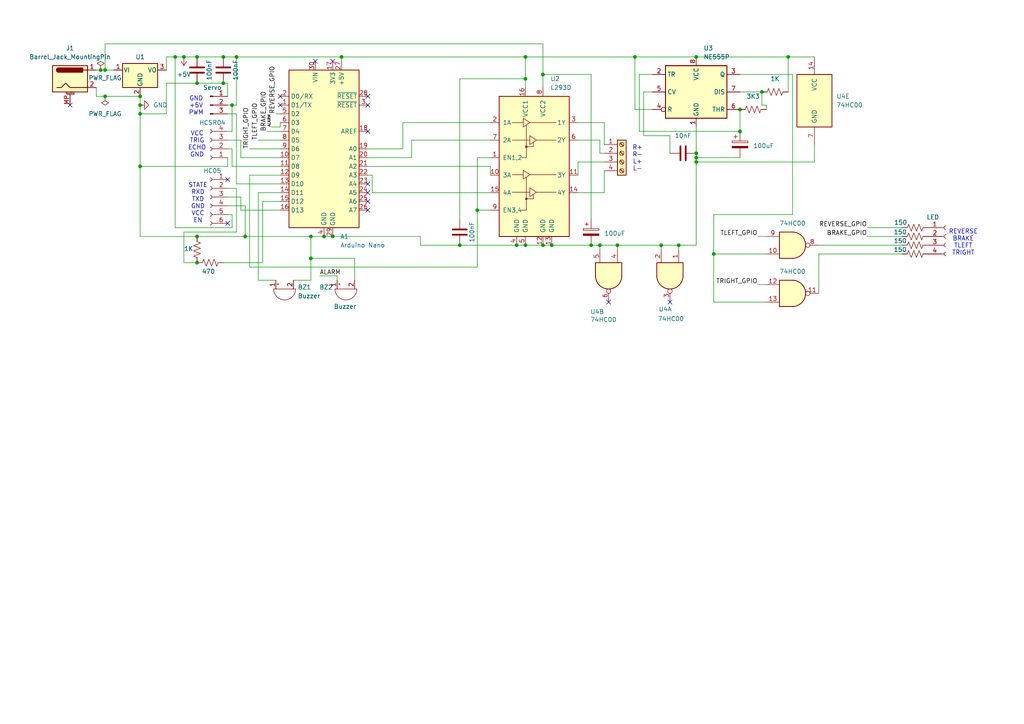
<source format=kicad_sch>
(kicad_sch
	(version 20250114)
	(generator "eeschema")
	(generator_version "9.0")
	(uuid "d3a90c46-d7d8-4f03-a865-757a4fa32e64")
	(paper "A4")
	(lib_symbols
		(symbol "74xx:74HC00"
			(pin_names
				(offset 1.016)
			)
			(exclude_from_sim no)
			(in_bom yes)
			(on_board yes)
			(property "Reference" "U"
				(at 0 1.27 0)
				(effects
					(font
						(size 1.27 1.27)
					)
				)
			)
			(property "Value" "74HC00"
				(at 0 -1.27 0)
				(effects
					(font
						(size 1.27 1.27)
					)
				)
			)
			(property "Footprint" ""
				(at 0 0 0)
				(effects
					(font
						(size 1.27 1.27)
					)
					(hide yes)
				)
			)
			(property "Datasheet" "http://www.ti.com/lit/gpn/sn74hc00"
				(at 0 0 0)
				(effects
					(font
						(size 1.27 1.27)
					)
					(hide yes)
				)
			)
			(property "Description" "quad 2-input NAND gate"
				(at 0 0 0)
				(effects
					(font
						(size 1.27 1.27)
					)
					(hide yes)
				)
			)
			(property "ki_locked" ""
				(at 0 0 0)
				(effects
					(font
						(size 1.27 1.27)
					)
				)
			)
			(property "ki_keywords" "HCMOS nand 2-input"
				(at 0 0 0)
				(effects
					(font
						(size 1.27 1.27)
					)
					(hide yes)
				)
			)
			(property "ki_fp_filters" "DIP*W7.62mm* SO14*"
				(at 0 0 0)
				(effects
					(font
						(size 1.27 1.27)
					)
					(hide yes)
				)
			)
			(symbol "74HC00_1_1"
				(arc
					(start 0 3.81)
					(mid 3.7934 0)
					(end 0 -3.81)
					(stroke
						(width 0.254)
						(type default)
					)
					(fill
						(type background)
					)
				)
				(polyline
					(pts
						(xy 0 3.81) (xy -3.81 3.81) (xy -3.81 -3.81) (xy 0 -3.81)
					)
					(stroke
						(width 0.254)
						(type default)
					)
					(fill
						(type background)
					)
				)
				(pin input line
					(at -7.62 2.54 0)
					(length 3.81)
					(name "~"
						(effects
							(font
								(size 1.27 1.27)
							)
						)
					)
					(number "1"
						(effects
							(font
								(size 1.27 1.27)
							)
						)
					)
				)
				(pin input line
					(at -7.62 -2.54 0)
					(length 3.81)
					(name "~"
						(effects
							(font
								(size 1.27 1.27)
							)
						)
					)
					(number "2"
						(effects
							(font
								(size 1.27 1.27)
							)
						)
					)
				)
				(pin output inverted
					(at 7.62 0 180)
					(length 3.81)
					(name "~"
						(effects
							(font
								(size 1.27 1.27)
							)
						)
					)
					(number "3"
						(effects
							(font
								(size 1.27 1.27)
							)
						)
					)
				)
			)
			(symbol "74HC00_1_2"
				(arc
					(start -3.81 3.81)
					(mid -2.589 0)
					(end -3.81 -3.81)
					(stroke
						(width 0.254)
						(type default)
					)
					(fill
						(type none)
					)
				)
				(polyline
					(pts
						(xy -3.81 3.81) (xy -0.635 3.81)
					)
					(stroke
						(width 0.254)
						(type default)
					)
					(fill
						(type background)
					)
				)
				(polyline
					(pts
						(xy -3.81 -3.81) (xy -0.635 -3.81)
					)
					(stroke
						(width 0.254)
						(type default)
					)
					(fill
						(type background)
					)
				)
				(arc
					(start 3.81 0)
					(mid 2.1855 -2.584)
					(end -0.6096 -3.81)
					(stroke
						(width 0.254)
						(type default)
					)
					(fill
						(type background)
					)
				)
				(arc
					(start -0.6096 3.81)
					(mid 2.1928 2.5924)
					(end 3.81 0)
					(stroke
						(width 0.254)
						(type default)
					)
					(fill
						(type background)
					)
				)
				(polyline
					(pts
						(xy -0.635 3.81) (xy -3.81 3.81) (xy -3.81 3.81) (xy -3.556 3.4036) (xy -3.0226 2.2606) (xy -2.6924 1.0414)
						(xy -2.6162 -0.254) (xy -2.7686 -1.4986) (xy -3.175 -2.7178) (xy -3.81 -3.81) (xy -3.81 -3.81)
						(xy -0.635 -3.81)
					)
					(stroke
						(width -25.4)
						(type default)
					)
					(fill
						(type background)
					)
				)
				(pin input inverted
					(at -7.62 2.54 0)
					(length 4.318)
					(name "~"
						(effects
							(font
								(size 1.27 1.27)
							)
						)
					)
					(number "1"
						(effects
							(font
								(size 1.27 1.27)
							)
						)
					)
				)
				(pin input inverted
					(at -7.62 -2.54 0)
					(length 4.318)
					(name "~"
						(effects
							(font
								(size 1.27 1.27)
							)
						)
					)
					(number "2"
						(effects
							(font
								(size 1.27 1.27)
							)
						)
					)
				)
				(pin output line
					(at 7.62 0 180)
					(length 3.81)
					(name "~"
						(effects
							(font
								(size 1.27 1.27)
							)
						)
					)
					(number "3"
						(effects
							(font
								(size 1.27 1.27)
							)
						)
					)
				)
			)
			(symbol "74HC00_2_1"
				(arc
					(start 0 3.81)
					(mid 3.7934 0)
					(end 0 -3.81)
					(stroke
						(width 0.254)
						(type default)
					)
					(fill
						(type background)
					)
				)
				(polyline
					(pts
						(xy 0 3.81) (xy -3.81 3.81) (xy -3.81 -3.81) (xy 0 -3.81)
					)
					(stroke
						(width 0.254)
						(type default)
					)
					(fill
						(type background)
					)
				)
				(pin input line
					(at -7.62 2.54 0)
					(length 3.81)
					(name "~"
						(effects
							(font
								(size 1.27 1.27)
							)
						)
					)
					(number "4"
						(effects
							(font
								(size 1.27 1.27)
							)
						)
					)
				)
				(pin input line
					(at -7.62 -2.54 0)
					(length 3.81)
					(name "~"
						(effects
							(font
								(size 1.27 1.27)
							)
						)
					)
					(number "5"
						(effects
							(font
								(size 1.27 1.27)
							)
						)
					)
				)
				(pin output inverted
					(at 7.62 0 180)
					(length 3.81)
					(name "~"
						(effects
							(font
								(size 1.27 1.27)
							)
						)
					)
					(number "6"
						(effects
							(font
								(size 1.27 1.27)
							)
						)
					)
				)
			)
			(symbol "74HC00_2_2"
				(arc
					(start -3.81 3.81)
					(mid -2.589 0)
					(end -3.81 -3.81)
					(stroke
						(width 0.254)
						(type default)
					)
					(fill
						(type none)
					)
				)
				(polyline
					(pts
						(xy -3.81 3.81) (xy -0.635 3.81)
					)
					(stroke
						(width 0.254)
						(type default)
					)
					(fill
						(type background)
					)
				)
				(polyline
					(pts
						(xy -3.81 -3.81) (xy -0.635 -3.81)
					)
					(stroke
						(width 0.254)
						(type default)
					)
					(fill
						(type background)
					)
				)
				(arc
					(start 3.81 0)
					(mid 2.1855 -2.584)
					(end -0.6096 -3.81)
					(stroke
						(width 0.254)
						(type default)
					)
					(fill
						(type background)
					)
				)
				(arc
					(start -0.6096 3.81)
					(mid 2.1928 2.5924)
					(end 3.81 0)
					(stroke
						(width 0.254)
						(type default)
					)
					(fill
						(type background)
					)
				)
				(polyline
					(pts
						(xy -0.635 3.81) (xy -3.81 3.81) (xy -3.81 3.81) (xy -3.556 3.4036) (xy -3.0226 2.2606) (xy -2.6924 1.0414)
						(xy -2.6162 -0.254) (xy -2.7686 -1.4986) (xy -3.175 -2.7178) (xy -3.81 -3.81) (xy -3.81 -3.81)
						(xy -0.635 -3.81)
					)
					(stroke
						(width -25.4)
						(type default)
					)
					(fill
						(type background)
					)
				)
				(pin input inverted
					(at -7.62 2.54 0)
					(length 4.318)
					(name "~"
						(effects
							(font
								(size 1.27 1.27)
							)
						)
					)
					(number "4"
						(effects
							(font
								(size 1.27 1.27)
							)
						)
					)
				)
				(pin input inverted
					(at -7.62 -2.54 0)
					(length 4.318)
					(name "~"
						(effects
							(font
								(size 1.27 1.27)
							)
						)
					)
					(number "5"
						(effects
							(font
								(size 1.27 1.27)
							)
						)
					)
				)
				(pin output line
					(at 7.62 0 180)
					(length 3.81)
					(name "~"
						(effects
							(font
								(size 1.27 1.27)
							)
						)
					)
					(number "6"
						(effects
							(font
								(size 1.27 1.27)
							)
						)
					)
				)
			)
			(symbol "74HC00_3_1"
				(arc
					(start 0 3.81)
					(mid 3.7934 0)
					(end 0 -3.81)
					(stroke
						(width 0.254)
						(type default)
					)
					(fill
						(type background)
					)
				)
				(polyline
					(pts
						(xy 0 3.81) (xy -3.81 3.81) (xy -3.81 -3.81) (xy 0 -3.81)
					)
					(stroke
						(width 0.254)
						(type default)
					)
					(fill
						(type background)
					)
				)
				(pin input line
					(at -7.62 2.54 0)
					(length 3.81)
					(name "~"
						(effects
							(font
								(size 1.27 1.27)
							)
						)
					)
					(number "9"
						(effects
							(font
								(size 1.27 1.27)
							)
						)
					)
				)
				(pin input line
					(at -7.62 -2.54 0)
					(length 3.81)
					(name "~"
						(effects
							(font
								(size 1.27 1.27)
							)
						)
					)
					(number "10"
						(effects
							(font
								(size 1.27 1.27)
							)
						)
					)
				)
				(pin output inverted
					(at 7.62 0 180)
					(length 3.81)
					(name "~"
						(effects
							(font
								(size 1.27 1.27)
							)
						)
					)
					(number "8"
						(effects
							(font
								(size 1.27 1.27)
							)
						)
					)
				)
			)
			(symbol "74HC00_3_2"
				(arc
					(start -3.81 3.81)
					(mid -2.589 0)
					(end -3.81 -3.81)
					(stroke
						(width 0.254)
						(type default)
					)
					(fill
						(type none)
					)
				)
				(polyline
					(pts
						(xy -3.81 3.81) (xy -0.635 3.81)
					)
					(stroke
						(width 0.254)
						(type default)
					)
					(fill
						(type background)
					)
				)
				(polyline
					(pts
						(xy -3.81 -3.81) (xy -0.635 -3.81)
					)
					(stroke
						(width 0.254)
						(type default)
					)
					(fill
						(type background)
					)
				)
				(arc
					(start 3.81 0)
					(mid 2.1855 -2.584)
					(end -0.6096 -3.81)
					(stroke
						(width 0.254)
						(type default)
					)
					(fill
						(type background)
					)
				)
				(arc
					(start -0.6096 3.81)
					(mid 2.1928 2.5924)
					(end 3.81 0)
					(stroke
						(width 0.254)
						(type default)
					)
					(fill
						(type background)
					)
				)
				(polyline
					(pts
						(xy -0.635 3.81) (xy -3.81 3.81) (xy -3.81 3.81) (xy -3.556 3.4036) (xy -3.0226 2.2606) (xy -2.6924 1.0414)
						(xy -2.6162 -0.254) (xy -2.7686 -1.4986) (xy -3.175 -2.7178) (xy -3.81 -3.81) (xy -3.81 -3.81)
						(xy -0.635 -3.81)
					)
					(stroke
						(width -25.4)
						(type default)
					)
					(fill
						(type background)
					)
				)
				(pin input inverted
					(at -7.62 2.54 0)
					(length 4.318)
					(name "~"
						(effects
							(font
								(size 1.27 1.27)
							)
						)
					)
					(number "9"
						(effects
							(font
								(size 1.27 1.27)
							)
						)
					)
				)
				(pin input inverted
					(at -7.62 -2.54 0)
					(length 4.318)
					(name "~"
						(effects
							(font
								(size 1.27 1.27)
							)
						)
					)
					(number "10"
						(effects
							(font
								(size 1.27 1.27)
							)
						)
					)
				)
				(pin output line
					(at 7.62 0 180)
					(length 3.81)
					(name "~"
						(effects
							(font
								(size 1.27 1.27)
							)
						)
					)
					(number "8"
						(effects
							(font
								(size 1.27 1.27)
							)
						)
					)
				)
			)
			(symbol "74HC00_4_1"
				(arc
					(start 0 3.81)
					(mid 3.7934 0)
					(end 0 -3.81)
					(stroke
						(width 0.254)
						(type default)
					)
					(fill
						(type background)
					)
				)
				(polyline
					(pts
						(xy 0 3.81) (xy -3.81 3.81) (xy -3.81 -3.81) (xy 0 -3.81)
					)
					(stroke
						(width 0.254)
						(type default)
					)
					(fill
						(type background)
					)
				)
				(pin input line
					(at -7.62 2.54 0)
					(length 3.81)
					(name "~"
						(effects
							(font
								(size 1.27 1.27)
							)
						)
					)
					(number "12"
						(effects
							(font
								(size 1.27 1.27)
							)
						)
					)
				)
				(pin input line
					(at -7.62 -2.54 0)
					(length 3.81)
					(name "~"
						(effects
							(font
								(size 1.27 1.27)
							)
						)
					)
					(number "13"
						(effects
							(font
								(size 1.27 1.27)
							)
						)
					)
				)
				(pin output inverted
					(at 7.62 0 180)
					(length 3.81)
					(name "~"
						(effects
							(font
								(size 1.27 1.27)
							)
						)
					)
					(number "11"
						(effects
							(font
								(size 1.27 1.27)
							)
						)
					)
				)
			)
			(symbol "74HC00_4_2"
				(arc
					(start -3.81 3.81)
					(mid -2.589 0)
					(end -3.81 -3.81)
					(stroke
						(width 0.254)
						(type default)
					)
					(fill
						(type none)
					)
				)
				(polyline
					(pts
						(xy -3.81 3.81) (xy -0.635 3.81)
					)
					(stroke
						(width 0.254)
						(type default)
					)
					(fill
						(type background)
					)
				)
				(polyline
					(pts
						(xy -3.81 -3.81) (xy -0.635 -3.81)
					)
					(stroke
						(width 0.254)
						(type default)
					)
					(fill
						(type background)
					)
				)
				(arc
					(start 3.81 0)
					(mid 2.1855 -2.584)
					(end -0.6096 -3.81)
					(stroke
						(width 0.254)
						(type default)
					)
					(fill
						(type background)
					)
				)
				(arc
					(start -0.6096 3.81)
					(mid 2.1928 2.5924)
					(end 3.81 0)
					(stroke
						(width 0.254)
						(type default)
					)
					(fill
						(type background)
					)
				)
				(polyline
					(pts
						(xy -0.635 3.81) (xy -3.81 3.81) (xy -3.81 3.81) (xy -3.556 3.4036) (xy -3.0226 2.2606) (xy -2.6924 1.0414)
						(xy -2.6162 -0.254) (xy -2.7686 -1.4986) (xy -3.175 -2.7178) (xy -3.81 -3.81) (xy -3.81 -3.81)
						(xy -0.635 -3.81)
					)
					(stroke
						(width -25.4)
						(type default)
					)
					(fill
						(type background)
					)
				)
				(pin input inverted
					(at -7.62 2.54 0)
					(length 4.318)
					(name "~"
						(effects
							(font
								(size 1.27 1.27)
							)
						)
					)
					(number "12"
						(effects
							(font
								(size 1.27 1.27)
							)
						)
					)
				)
				(pin input inverted
					(at -7.62 -2.54 0)
					(length 4.318)
					(name "~"
						(effects
							(font
								(size 1.27 1.27)
							)
						)
					)
					(number "13"
						(effects
							(font
								(size 1.27 1.27)
							)
						)
					)
				)
				(pin output line
					(at 7.62 0 180)
					(length 3.81)
					(name "~"
						(effects
							(font
								(size 1.27 1.27)
							)
						)
					)
					(number "11"
						(effects
							(font
								(size 1.27 1.27)
							)
						)
					)
				)
			)
			(symbol "74HC00_5_0"
				(pin power_in line
					(at 0 12.7 270)
					(length 5.08)
					(name "VCC"
						(effects
							(font
								(size 1.27 1.27)
							)
						)
					)
					(number "14"
						(effects
							(font
								(size 1.27 1.27)
							)
						)
					)
				)
				(pin power_in line
					(at 0 -12.7 90)
					(length 5.08)
					(name "GND"
						(effects
							(font
								(size 1.27 1.27)
							)
						)
					)
					(number "7"
						(effects
							(font
								(size 1.27 1.27)
							)
						)
					)
				)
			)
			(symbol "74HC00_5_1"
				(rectangle
					(start -5.08 7.62)
					(end 5.08 -7.62)
					(stroke
						(width 0.254)
						(type default)
					)
					(fill
						(type background)
					)
				)
			)
			(embedded_fonts no)
		)
		(symbol "Connector:Barrel_Jack_MountingPin"
			(pin_names
				(hide yes)
			)
			(exclude_from_sim no)
			(in_bom yes)
			(on_board yes)
			(property "Reference" "J"
				(at 0 5.334 0)
				(effects
					(font
						(size 1.27 1.27)
					)
				)
			)
			(property "Value" "Barrel_Jack_MountingPin"
				(at 1.27 -6.35 0)
				(effects
					(font
						(size 1.27 1.27)
					)
					(justify left)
				)
			)
			(property "Footprint" ""
				(at 1.27 -1.016 0)
				(effects
					(font
						(size 1.27 1.27)
					)
					(hide yes)
				)
			)
			(property "Datasheet" "~"
				(at 1.27 -1.016 0)
				(effects
					(font
						(size 1.27 1.27)
					)
					(hide yes)
				)
			)
			(property "Description" "DC Barrel Jack with a mounting pin"
				(at 0 0 0)
				(effects
					(font
						(size 1.27 1.27)
					)
					(hide yes)
				)
			)
			(property "ki_keywords" "DC power barrel jack connector"
				(at 0 0 0)
				(effects
					(font
						(size 1.27 1.27)
					)
					(hide yes)
				)
			)
			(property "ki_fp_filters" "BarrelJack*"
				(at 0 0 0)
				(effects
					(font
						(size 1.27 1.27)
					)
					(hide yes)
				)
			)
			(symbol "Barrel_Jack_MountingPin_0_1"
				(rectangle
					(start -5.08 3.81)
					(end 5.08 -3.81)
					(stroke
						(width 0.254)
						(type default)
					)
					(fill
						(type background)
					)
				)
				(polyline
					(pts
						(xy -3.81 -2.54) (xy -2.54 -2.54) (xy -1.27 -1.27) (xy 0 -2.54) (xy 2.54 -2.54) (xy 5.08 -2.54)
					)
					(stroke
						(width 0.254)
						(type default)
					)
					(fill
						(type none)
					)
				)
				(arc
					(start -3.302 1.905)
					(mid -3.9343 2.54)
					(end -3.302 3.175)
					(stroke
						(width 0.254)
						(type default)
					)
					(fill
						(type none)
					)
				)
				(arc
					(start -3.302 1.905)
					(mid -3.9343 2.54)
					(end -3.302 3.175)
					(stroke
						(width 0.254)
						(type default)
					)
					(fill
						(type outline)
					)
				)
				(rectangle
					(start 3.683 3.175)
					(end -3.302 1.905)
					(stroke
						(width 0.254)
						(type default)
					)
					(fill
						(type outline)
					)
				)
				(polyline
					(pts
						(xy 5.08 2.54) (xy 3.81 2.54)
					)
					(stroke
						(width 0.254)
						(type default)
					)
					(fill
						(type none)
					)
				)
			)
			(symbol "Barrel_Jack_MountingPin_1_1"
				(polyline
					(pts
						(xy -1.016 -4.572) (xy 1.016 -4.572)
					)
					(stroke
						(width 0.1524)
						(type default)
					)
					(fill
						(type none)
					)
				)
				(text "Mounting"
					(at 0 -4.191 0)
					(effects
						(font
							(size 0.381 0.381)
						)
					)
				)
				(pin passive line
					(at 0 -7.62 90)
					(length 3.048)
					(name "MountPin"
						(effects
							(font
								(size 1.27 1.27)
							)
						)
					)
					(number "MP"
						(effects
							(font
								(size 1.27 1.27)
							)
						)
					)
				)
				(pin passive line
					(at 7.62 2.54 180)
					(length 2.54)
					(name "~"
						(effects
							(font
								(size 1.27 1.27)
							)
						)
					)
					(number "1"
						(effects
							(font
								(size 1.27 1.27)
							)
						)
					)
				)
				(pin passive line
					(at 7.62 -2.54 180)
					(length 2.54)
					(name "~"
						(effects
							(font
								(size 1.27 1.27)
							)
						)
					)
					(number "2"
						(effects
							(font
								(size 1.27 1.27)
							)
						)
					)
				)
			)
			(embedded_fonts no)
		)
		(symbol "Connector:Conn_01x03_Pin"
			(pin_names
				(offset 1.016)
				(hide yes)
			)
			(exclude_from_sim no)
			(in_bom yes)
			(on_board yes)
			(property "Reference" "J"
				(at 0 5.08 0)
				(effects
					(font
						(size 1.27 1.27)
					)
				)
			)
			(property "Value" "Conn_01x03_Pin"
				(at 0 -5.08 0)
				(effects
					(font
						(size 1.27 1.27)
					)
				)
			)
			(property "Footprint" ""
				(at 0 0 0)
				(effects
					(font
						(size 1.27 1.27)
					)
					(hide yes)
				)
			)
			(property "Datasheet" "~"
				(at 0 0 0)
				(effects
					(font
						(size 1.27 1.27)
					)
					(hide yes)
				)
			)
			(property "Description" "Generic connector, single row, 01x03, script generated"
				(at 0 0 0)
				(effects
					(font
						(size 1.27 1.27)
					)
					(hide yes)
				)
			)
			(property "ki_locked" ""
				(at 0 0 0)
				(effects
					(font
						(size 1.27 1.27)
					)
				)
			)
			(property "ki_keywords" "connector"
				(at 0 0 0)
				(effects
					(font
						(size 1.27 1.27)
					)
					(hide yes)
				)
			)
			(property "ki_fp_filters" "Connector*:*_1x??_*"
				(at 0 0 0)
				(effects
					(font
						(size 1.27 1.27)
					)
					(hide yes)
				)
			)
			(symbol "Conn_01x03_Pin_1_1"
				(rectangle
					(start 0.8636 2.667)
					(end 0 2.413)
					(stroke
						(width 0.1524)
						(type default)
					)
					(fill
						(type outline)
					)
				)
				(rectangle
					(start 0.8636 0.127)
					(end 0 -0.127)
					(stroke
						(width 0.1524)
						(type default)
					)
					(fill
						(type outline)
					)
				)
				(rectangle
					(start 0.8636 -2.413)
					(end 0 -2.667)
					(stroke
						(width 0.1524)
						(type default)
					)
					(fill
						(type outline)
					)
				)
				(polyline
					(pts
						(xy 1.27 2.54) (xy 0.8636 2.54)
					)
					(stroke
						(width 0.1524)
						(type default)
					)
					(fill
						(type none)
					)
				)
				(polyline
					(pts
						(xy 1.27 0) (xy 0.8636 0)
					)
					(stroke
						(width 0.1524)
						(type default)
					)
					(fill
						(type none)
					)
				)
				(polyline
					(pts
						(xy 1.27 -2.54) (xy 0.8636 -2.54)
					)
					(stroke
						(width 0.1524)
						(type default)
					)
					(fill
						(type none)
					)
				)
				(pin passive line
					(at 5.08 2.54 180)
					(length 3.81)
					(name "Pin_1"
						(effects
							(font
								(size 1.27 1.27)
							)
						)
					)
					(number "1"
						(effects
							(font
								(size 1.27 1.27)
							)
						)
					)
				)
				(pin passive line
					(at 5.08 0 180)
					(length 3.81)
					(name "Pin_2"
						(effects
							(font
								(size 1.27 1.27)
							)
						)
					)
					(number "2"
						(effects
							(font
								(size 1.27 1.27)
							)
						)
					)
				)
				(pin passive line
					(at 5.08 -2.54 180)
					(length 3.81)
					(name "Pin_3"
						(effects
							(font
								(size 1.27 1.27)
							)
						)
					)
					(number "3"
						(effects
							(font
								(size 1.27 1.27)
							)
						)
					)
				)
			)
			(embedded_fonts no)
		)
		(symbol "Connector:Conn_01x04_Socket"
			(pin_names
				(offset 1.016)
				(hide yes)
			)
			(exclude_from_sim no)
			(in_bom yes)
			(on_board yes)
			(property "Reference" "J"
				(at 0 5.08 0)
				(effects
					(font
						(size 1.27 1.27)
					)
				)
			)
			(property "Value" "Conn_01x04_Socket"
				(at 0 -7.62 0)
				(effects
					(font
						(size 1.27 1.27)
					)
				)
			)
			(property "Footprint" ""
				(at 0 0 0)
				(effects
					(font
						(size 1.27 1.27)
					)
					(hide yes)
				)
			)
			(property "Datasheet" "~"
				(at 0 0 0)
				(effects
					(font
						(size 1.27 1.27)
					)
					(hide yes)
				)
			)
			(property "Description" "Generic connector, single row, 01x04, script generated"
				(at 0 0 0)
				(effects
					(font
						(size 1.27 1.27)
					)
					(hide yes)
				)
			)
			(property "ki_locked" ""
				(at 0 0 0)
				(effects
					(font
						(size 1.27 1.27)
					)
				)
			)
			(property "ki_keywords" "connector"
				(at 0 0 0)
				(effects
					(font
						(size 1.27 1.27)
					)
					(hide yes)
				)
			)
			(property "ki_fp_filters" "Connector*:*_1x??_*"
				(at 0 0 0)
				(effects
					(font
						(size 1.27 1.27)
					)
					(hide yes)
				)
			)
			(symbol "Conn_01x04_Socket_1_1"
				(polyline
					(pts
						(xy -1.27 2.54) (xy -0.508 2.54)
					)
					(stroke
						(width 0.1524)
						(type default)
					)
					(fill
						(type none)
					)
				)
				(polyline
					(pts
						(xy -1.27 0) (xy -0.508 0)
					)
					(stroke
						(width 0.1524)
						(type default)
					)
					(fill
						(type none)
					)
				)
				(polyline
					(pts
						(xy -1.27 -2.54) (xy -0.508 -2.54)
					)
					(stroke
						(width 0.1524)
						(type default)
					)
					(fill
						(type none)
					)
				)
				(polyline
					(pts
						(xy -1.27 -5.08) (xy -0.508 -5.08)
					)
					(stroke
						(width 0.1524)
						(type default)
					)
					(fill
						(type none)
					)
				)
				(arc
					(start 0 2.032)
					(mid -0.5058 2.54)
					(end 0 3.048)
					(stroke
						(width 0.1524)
						(type default)
					)
					(fill
						(type none)
					)
				)
				(arc
					(start 0 -0.508)
					(mid -0.5058 0)
					(end 0 0.508)
					(stroke
						(width 0.1524)
						(type default)
					)
					(fill
						(type none)
					)
				)
				(arc
					(start 0 -3.048)
					(mid -0.5058 -2.54)
					(end 0 -2.032)
					(stroke
						(width 0.1524)
						(type default)
					)
					(fill
						(type none)
					)
				)
				(arc
					(start 0 -5.588)
					(mid -0.5058 -5.08)
					(end 0 -4.572)
					(stroke
						(width 0.1524)
						(type default)
					)
					(fill
						(type none)
					)
				)
				(pin passive line
					(at -5.08 2.54 0)
					(length 3.81)
					(name "Pin_1"
						(effects
							(font
								(size 1.27 1.27)
							)
						)
					)
					(number "1"
						(effects
							(font
								(size 1.27 1.27)
							)
						)
					)
				)
				(pin passive line
					(at -5.08 0 0)
					(length 3.81)
					(name "Pin_2"
						(effects
							(font
								(size 1.27 1.27)
							)
						)
					)
					(number "2"
						(effects
							(font
								(size 1.27 1.27)
							)
						)
					)
				)
				(pin passive line
					(at -5.08 -2.54 0)
					(length 3.81)
					(name "Pin_3"
						(effects
							(font
								(size 1.27 1.27)
							)
						)
					)
					(number "3"
						(effects
							(font
								(size 1.27 1.27)
							)
						)
					)
				)
				(pin passive line
					(at -5.08 -5.08 0)
					(length 3.81)
					(name "Pin_4"
						(effects
							(font
								(size 1.27 1.27)
							)
						)
					)
					(number "4"
						(effects
							(font
								(size 1.27 1.27)
							)
						)
					)
				)
			)
			(embedded_fonts no)
		)
		(symbol "Connector:Conn_01x06_Socket"
			(pin_names
				(offset 1.016)
				(hide yes)
			)
			(exclude_from_sim no)
			(in_bom yes)
			(on_board yes)
			(property "Reference" "J"
				(at 0 7.62 0)
				(effects
					(font
						(size 1.27 1.27)
					)
				)
			)
			(property "Value" "Conn_01x06_Socket"
				(at 0 -10.16 0)
				(effects
					(font
						(size 1.27 1.27)
					)
				)
			)
			(property "Footprint" ""
				(at 0 0 0)
				(effects
					(font
						(size 1.27 1.27)
					)
					(hide yes)
				)
			)
			(property "Datasheet" "~"
				(at 0 0 0)
				(effects
					(font
						(size 1.27 1.27)
					)
					(hide yes)
				)
			)
			(property "Description" "Generic connector, single row, 01x06, script generated"
				(at 0 0 0)
				(effects
					(font
						(size 1.27 1.27)
					)
					(hide yes)
				)
			)
			(property "ki_locked" ""
				(at 0 0 0)
				(effects
					(font
						(size 1.27 1.27)
					)
				)
			)
			(property "ki_keywords" "connector"
				(at 0 0 0)
				(effects
					(font
						(size 1.27 1.27)
					)
					(hide yes)
				)
			)
			(property "ki_fp_filters" "Connector*:*_1x??_*"
				(at 0 0 0)
				(effects
					(font
						(size 1.27 1.27)
					)
					(hide yes)
				)
			)
			(symbol "Conn_01x06_Socket_1_1"
				(polyline
					(pts
						(xy -1.27 5.08) (xy -0.508 5.08)
					)
					(stroke
						(width 0.1524)
						(type default)
					)
					(fill
						(type none)
					)
				)
				(polyline
					(pts
						(xy -1.27 2.54) (xy -0.508 2.54)
					)
					(stroke
						(width 0.1524)
						(type default)
					)
					(fill
						(type none)
					)
				)
				(polyline
					(pts
						(xy -1.27 0) (xy -0.508 0)
					)
					(stroke
						(width 0.1524)
						(type default)
					)
					(fill
						(type none)
					)
				)
				(polyline
					(pts
						(xy -1.27 -2.54) (xy -0.508 -2.54)
					)
					(stroke
						(width 0.1524)
						(type default)
					)
					(fill
						(type none)
					)
				)
				(polyline
					(pts
						(xy -1.27 -5.08) (xy -0.508 -5.08)
					)
					(stroke
						(width 0.1524)
						(type default)
					)
					(fill
						(type none)
					)
				)
				(polyline
					(pts
						(xy -1.27 -7.62) (xy -0.508 -7.62)
					)
					(stroke
						(width 0.1524)
						(type default)
					)
					(fill
						(type none)
					)
				)
				(arc
					(start 0 4.572)
					(mid -0.5058 5.08)
					(end 0 5.588)
					(stroke
						(width 0.1524)
						(type default)
					)
					(fill
						(type none)
					)
				)
				(arc
					(start 0 2.032)
					(mid -0.5058 2.54)
					(end 0 3.048)
					(stroke
						(width 0.1524)
						(type default)
					)
					(fill
						(type none)
					)
				)
				(arc
					(start 0 -0.508)
					(mid -0.5058 0)
					(end 0 0.508)
					(stroke
						(width 0.1524)
						(type default)
					)
					(fill
						(type none)
					)
				)
				(arc
					(start 0 -3.048)
					(mid -0.5058 -2.54)
					(end 0 -2.032)
					(stroke
						(width 0.1524)
						(type default)
					)
					(fill
						(type none)
					)
				)
				(arc
					(start 0 -5.588)
					(mid -0.5058 -5.08)
					(end 0 -4.572)
					(stroke
						(width 0.1524)
						(type default)
					)
					(fill
						(type none)
					)
				)
				(arc
					(start 0 -8.128)
					(mid -0.5058 -7.62)
					(end 0 -7.112)
					(stroke
						(width 0.1524)
						(type default)
					)
					(fill
						(type none)
					)
				)
				(pin passive line
					(at -5.08 5.08 0)
					(length 3.81)
					(name "Pin_1"
						(effects
							(font
								(size 1.27 1.27)
							)
						)
					)
					(number "1"
						(effects
							(font
								(size 1.27 1.27)
							)
						)
					)
				)
				(pin passive line
					(at -5.08 2.54 0)
					(length 3.81)
					(name "Pin_2"
						(effects
							(font
								(size 1.27 1.27)
							)
						)
					)
					(number "2"
						(effects
							(font
								(size 1.27 1.27)
							)
						)
					)
				)
				(pin passive line
					(at -5.08 0 0)
					(length 3.81)
					(name "Pin_3"
						(effects
							(font
								(size 1.27 1.27)
							)
						)
					)
					(number "3"
						(effects
							(font
								(size 1.27 1.27)
							)
						)
					)
				)
				(pin passive line
					(at -5.08 -2.54 0)
					(length 3.81)
					(name "Pin_4"
						(effects
							(font
								(size 1.27 1.27)
							)
						)
					)
					(number "4"
						(effects
							(font
								(size 1.27 1.27)
							)
						)
					)
				)
				(pin passive line
					(at -5.08 -5.08 0)
					(length 3.81)
					(name "Pin_5"
						(effects
							(font
								(size 1.27 1.27)
							)
						)
					)
					(number "5"
						(effects
							(font
								(size 1.27 1.27)
							)
						)
					)
				)
				(pin passive line
					(at -5.08 -7.62 0)
					(length 3.81)
					(name "Pin_6"
						(effects
							(font
								(size 1.27 1.27)
							)
						)
					)
					(number "6"
						(effects
							(font
								(size 1.27 1.27)
							)
						)
					)
				)
			)
			(embedded_fonts no)
		)
		(symbol "Connector:Screw_Terminal_01x04"
			(pin_names
				(offset 1.016)
				(hide yes)
			)
			(exclude_from_sim no)
			(in_bom yes)
			(on_board yes)
			(property "Reference" "J"
				(at 0 5.08 0)
				(effects
					(font
						(size 1.27 1.27)
					)
				)
			)
			(property "Value" "Screw_Terminal_01x04"
				(at 0 -7.62 0)
				(effects
					(font
						(size 1.27 1.27)
					)
				)
			)
			(property "Footprint" ""
				(at 0 0 0)
				(effects
					(font
						(size 1.27 1.27)
					)
					(hide yes)
				)
			)
			(property "Datasheet" "~"
				(at 0 0 0)
				(effects
					(font
						(size 1.27 1.27)
					)
					(hide yes)
				)
			)
			(property "Description" "Generic screw terminal, single row, 01x04, script generated (kicad-library-utils/schlib/autogen/connector/)"
				(at 0 0 0)
				(effects
					(font
						(size 1.27 1.27)
					)
					(hide yes)
				)
			)
			(property "ki_keywords" "screw terminal"
				(at 0 0 0)
				(effects
					(font
						(size 1.27 1.27)
					)
					(hide yes)
				)
			)
			(property "ki_fp_filters" "TerminalBlock*:*"
				(at 0 0 0)
				(effects
					(font
						(size 1.27 1.27)
					)
					(hide yes)
				)
			)
			(symbol "Screw_Terminal_01x04_1_1"
				(rectangle
					(start -1.27 3.81)
					(end 1.27 -6.35)
					(stroke
						(width 0.254)
						(type default)
					)
					(fill
						(type background)
					)
				)
				(polyline
					(pts
						(xy -0.5334 2.8702) (xy 0.3302 2.032)
					)
					(stroke
						(width 0.1524)
						(type default)
					)
					(fill
						(type none)
					)
				)
				(polyline
					(pts
						(xy -0.5334 0.3302) (xy 0.3302 -0.508)
					)
					(stroke
						(width 0.1524)
						(type default)
					)
					(fill
						(type none)
					)
				)
				(polyline
					(pts
						(xy -0.5334 -2.2098) (xy 0.3302 -3.048)
					)
					(stroke
						(width 0.1524)
						(type default)
					)
					(fill
						(type none)
					)
				)
				(polyline
					(pts
						(xy -0.5334 -4.7498) (xy 0.3302 -5.588)
					)
					(stroke
						(width 0.1524)
						(type default)
					)
					(fill
						(type none)
					)
				)
				(polyline
					(pts
						(xy -0.3556 3.048) (xy 0.508 2.2098)
					)
					(stroke
						(width 0.1524)
						(type default)
					)
					(fill
						(type none)
					)
				)
				(polyline
					(pts
						(xy -0.3556 0.508) (xy 0.508 -0.3302)
					)
					(stroke
						(width 0.1524)
						(type default)
					)
					(fill
						(type none)
					)
				)
				(polyline
					(pts
						(xy -0.3556 -2.032) (xy 0.508 -2.8702)
					)
					(stroke
						(width 0.1524)
						(type default)
					)
					(fill
						(type none)
					)
				)
				(polyline
					(pts
						(xy -0.3556 -4.572) (xy 0.508 -5.4102)
					)
					(stroke
						(width 0.1524)
						(type default)
					)
					(fill
						(type none)
					)
				)
				(circle
					(center 0 2.54)
					(radius 0.635)
					(stroke
						(width 0.1524)
						(type default)
					)
					(fill
						(type none)
					)
				)
				(circle
					(center 0 0)
					(radius 0.635)
					(stroke
						(width 0.1524)
						(type default)
					)
					(fill
						(type none)
					)
				)
				(circle
					(center 0 -2.54)
					(radius 0.635)
					(stroke
						(width 0.1524)
						(type default)
					)
					(fill
						(type none)
					)
				)
				(circle
					(center 0 -5.08)
					(radius 0.635)
					(stroke
						(width 0.1524)
						(type default)
					)
					(fill
						(type none)
					)
				)
				(pin passive line
					(at -5.08 2.54 0)
					(length 3.81)
					(name "Pin_1"
						(effects
							(font
								(size 1.27 1.27)
							)
						)
					)
					(number "1"
						(effects
							(font
								(size 1.27 1.27)
							)
						)
					)
				)
				(pin passive line
					(at -5.08 0 0)
					(length 3.81)
					(name "Pin_2"
						(effects
							(font
								(size 1.27 1.27)
							)
						)
					)
					(number "2"
						(effects
							(font
								(size 1.27 1.27)
							)
						)
					)
				)
				(pin passive line
					(at -5.08 -2.54 0)
					(length 3.81)
					(name "Pin_3"
						(effects
							(font
								(size 1.27 1.27)
							)
						)
					)
					(number "3"
						(effects
							(font
								(size 1.27 1.27)
							)
						)
					)
				)
				(pin passive line
					(at -5.08 -5.08 0)
					(length 3.81)
					(name "Pin_4"
						(effects
							(font
								(size 1.27 1.27)
							)
						)
					)
					(number "4"
						(effects
							(font
								(size 1.27 1.27)
							)
						)
					)
				)
			)
			(embedded_fonts no)
		)
		(symbol "Device:Buzzer"
			(pin_names
				(offset 0.0254)
				(hide yes)
			)
			(exclude_from_sim no)
			(in_bom yes)
			(on_board yes)
			(property "Reference" "BZ"
				(at 3.81 1.27 0)
				(effects
					(font
						(size 1.27 1.27)
					)
					(justify left)
				)
			)
			(property "Value" "Buzzer"
				(at 3.81 -1.27 0)
				(effects
					(font
						(size 1.27 1.27)
					)
					(justify left)
				)
			)
			(property "Footprint" ""
				(at -0.635 2.54 90)
				(effects
					(font
						(size 1.27 1.27)
					)
					(hide yes)
				)
			)
			(property "Datasheet" "~"
				(at -0.635 2.54 90)
				(effects
					(font
						(size 1.27 1.27)
					)
					(hide yes)
				)
			)
			(property "Description" "Buzzer, polarized"
				(at 0 0 0)
				(effects
					(font
						(size 1.27 1.27)
					)
					(hide yes)
				)
			)
			(property "ki_keywords" "quartz resonator ceramic"
				(at 0 0 0)
				(effects
					(font
						(size 1.27 1.27)
					)
					(hide yes)
				)
			)
			(property "ki_fp_filters" "*Buzzer*"
				(at 0 0 0)
				(effects
					(font
						(size 1.27 1.27)
					)
					(hide yes)
				)
			)
			(symbol "Buzzer_0_1"
				(polyline
					(pts
						(xy -1.651 1.905) (xy -1.143 1.905)
					)
					(stroke
						(width 0)
						(type default)
					)
					(fill
						(type none)
					)
				)
				(polyline
					(pts
						(xy -1.397 2.159) (xy -1.397 1.651)
					)
					(stroke
						(width 0)
						(type default)
					)
					(fill
						(type none)
					)
				)
				(arc
					(start 0 3.175)
					(mid 3.1612 0)
					(end 0 -3.175)
					(stroke
						(width 0)
						(type default)
					)
					(fill
						(type none)
					)
				)
				(polyline
					(pts
						(xy 0 3.175) (xy 0 -3.175)
					)
					(stroke
						(width 0)
						(type default)
					)
					(fill
						(type none)
					)
				)
			)
			(symbol "Buzzer_1_1"
				(pin passive line
					(at -2.54 2.54 0)
					(length 2.54)
					(name "+"
						(effects
							(font
								(size 1.27 1.27)
							)
						)
					)
					(number "1"
						(effects
							(font
								(size 1.27 1.27)
							)
						)
					)
				)
				(pin passive line
					(at -2.54 -2.54 0)
					(length 2.54)
					(name "-"
						(effects
							(font
								(size 1.27 1.27)
							)
						)
					)
					(number "2"
						(effects
							(font
								(size 1.27 1.27)
							)
						)
					)
				)
			)
			(embedded_fonts no)
		)
		(symbol "Device:C"
			(pin_numbers
				(hide yes)
			)
			(pin_names
				(offset 0.254)
			)
			(exclude_from_sim no)
			(in_bom yes)
			(on_board yes)
			(property "Reference" "C"
				(at 0.635 2.54 0)
				(effects
					(font
						(size 1.27 1.27)
					)
					(justify left)
				)
			)
			(property "Value" "C"
				(at 0.635 -2.54 0)
				(effects
					(font
						(size 1.27 1.27)
					)
					(justify left)
				)
			)
			(property "Footprint" ""
				(at 0.9652 -3.81 0)
				(effects
					(font
						(size 1.27 1.27)
					)
					(hide yes)
				)
			)
			(property "Datasheet" "~"
				(at 0 0 0)
				(effects
					(font
						(size 1.27 1.27)
					)
					(hide yes)
				)
			)
			(property "Description" "Unpolarized capacitor"
				(at 0 0 0)
				(effects
					(font
						(size 1.27 1.27)
					)
					(hide yes)
				)
			)
			(property "ki_keywords" "cap capacitor"
				(at 0 0 0)
				(effects
					(font
						(size 1.27 1.27)
					)
					(hide yes)
				)
			)
			(property "ki_fp_filters" "C_*"
				(at 0 0 0)
				(effects
					(font
						(size 1.27 1.27)
					)
					(hide yes)
				)
			)
			(symbol "C_0_1"
				(polyline
					(pts
						(xy -2.032 0.762) (xy 2.032 0.762)
					)
					(stroke
						(width 0.508)
						(type default)
					)
					(fill
						(type none)
					)
				)
				(polyline
					(pts
						(xy -2.032 -0.762) (xy 2.032 -0.762)
					)
					(stroke
						(width 0.508)
						(type default)
					)
					(fill
						(type none)
					)
				)
			)
			(symbol "C_1_1"
				(pin passive line
					(at 0 3.81 270)
					(length 2.794)
					(name "~"
						(effects
							(font
								(size 1.27 1.27)
							)
						)
					)
					(number "1"
						(effects
							(font
								(size 1.27 1.27)
							)
						)
					)
				)
				(pin passive line
					(at 0 -3.81 90)
					(length 2.794)
					(name "~"
						(effects
							(font
								(size 1.27 1.27)
							)
						)
					)
					(number "2"
						(effects
							(font
								(size 1.27 1.27)
							)
						)
					)
				)
			)
			(embedded_fonts no)
		)
		(symbol "Device:C_Polarized"
			(pin_numbers
				(hide yes)
			)
			(pin_names
				(offset 0.254)
			)
			(exclude_from_sim no)
			(in_bom yes)
			(on_board yes)
			(property "Reference" "C"
				(at 0.635 2.54 0)
				(effects
					(font
						(size 1.27 1.27)
					)
					(justify left)
				)
			)
			(property "Value" "C_Polarized"
				(at 0.635 -2.54 0)
				(effects
					(font
						(size 1.27 1.27)
					)
					(justify left)
				)
			)
			(property "Footprint" ""
				(at 0.9652 -3.81 0)
				(effects
					(font
						(size 1.27 1.27)
					)
					(hide yes)
				)
			)
			(property "Datasheet" "~"
				(at 0 0 0)
				(effects
					(font
						(size 1.27 1.27)
					)
					(hide yes)
				)
			)
			(property "Description" "Polarized capacitor"
				(at 0 0 0)
				(effects
					(font
						(size 1.27 1.27)
					)
					(hide yes)
				)
			)
			(property "ki_keywords" "cap capacitor"
				(at 0 0 0)
				(effects
					(font
						(size 1.27 1.27)
					)
					(hide yes)
				)
			)
			(property "ki_fp_filters" "CP_*"
				(at 0 0 0)
				(effects
					(font
						(size 1.27 1.27)
					)
					(hide yes)
				)
			)
			(symbol "C_Polarized_0_1"
				(rectangle
					(start -2.286 0.508)
					(end 2.286 1.016)
					(stroke
						(width 0)
						(type default)
					)
					(fill
						(type none)
					)
				)
				(polyline
					(pts
						(xy -1.778 2.286) (xy -0.762 2.286)
					)
					(stroke
						(width 0)
						(type default)
					)
					(fill
						(type none)
					)
				)
				(polyline
					(pts
						(xy -1.27 2.794) (xy -1.27 1.778)
					)
					(stroke
						(width 0)
						(type default)
					)
					(fill
						(type none)
					)
				)
				(rectangle
					(start 2.286 -0.508)
					(end -2.286 -1.016)
					(stroke
						(width 0)
						(type default)
					)
					(fill
						(type outline)
					)
				)
			)
			(symbol "C_Polarized_1_1"
				(pin passive line
					(at 0 3.81 270)
					(length 2.794)
					(name "~"
						(effects
							(font
								(size 1.27 1.27)
							)
						)
					)
					(number "1"
						(effects
							(font
								(size 1.27 1.27)
							)
						)
					)
				)
				(pin passive line
					(at 0 -3.81 90)
					(length 2.794)
					(name "~"
						(effects
							(font
								(size 1.27 1.27)
							)
						)
					)
					(number "2"
						(effects
							(font
								(size 1.27 1.27)
							)
						)
					)
				)
			)
			(embedded_fonts no)
		)
		(symbol "Device:R_US"
			(pin_numbers
				(hide yes)
			)
			(pin_names
				(offset 0)
			)
			(exclude_from_sim no)
			(in_bom yes)
			(on_board yes)
			(property "Reference" "R"
				(at 2.54 0 90)
				(effects
					(font
						(size 1.27 1.27)
					)
				)
			)
			(property "Value" "R_US"
				(at -2.54 0 90)
				(effects
					(font
						(size 1.27 1.27)
					)
				)
			)
			(property "Footprint" ""
				(at 1.016 -0.254 90)
				(effects
					(font
						(size 1.27 1.27)
					)
					(hide yes)
				)
			)
			(property "Datasheet" "~"
				(at 0 0 0)
				(effects
					(font
						(size 1.27 1.27)
					)
					(hide yes)
				)
			)
			(property "Description" "Resistor, US symbol"
				(at 0 0 0)
				(effects
					(font
						(size 1.27 1.27)
					)
					(hide yes)
				)
			)
			(property "ki_keywords" "R res resistor"
				(at 0 0 0)
				(effects
					(font
						(size 1.27 1.27)
					)
					(hide yes)
				)
			)
			(property "ki_fp_filters" "R_*"
				(at 0 0 0)
				(effects
					(font
						(size 1.27 1.27)
					)
					(hide yes)
				)
			)
			(symbol "R_US_0_1"
				(polyline
					(pts
						(xy 0 2.286) (xy 0 2.54)
					)
					(stroke
						(width 0)
						(type default)
					)
					(fill
						(type none)
					)
				)
				(polyline
					(pts
						(xy 0 2.286) (xy 1.016 1.905) (xy 0 1.524) (xy -1.016 1.143) (xy 0 0.762)
					)
					(stroke
						(width 0)
						(type default)
					)
					(fill
						(type none)
					)
				)
				(polyline
					(pts
						(xy 0 0.762) (xy 1.016 0.381) (xy 0 0) (xy -1.016 -0.381) (xy 0 -0.762)
					)
					(stroke
						(width 0)
						(type default)
					)
					(fill
						(type none)
					)
				)
				(polyline
					(pts
						(xy 0 -0.762) (xy 1.016 -1.143) (xy 0 -1.524) (xy -1.016 -1.905) (xy 0 -2.286)
					)
					(stroke
						(width 0)
						(type default)
					)
					(fill
						(type none)
					)
				)
				(polyline
					(pts
						(xy 0 -2.286) (xy 0 -2.54)
					)
					(stroke
						(width 0)
						(type default)
					)
					(fill
						(type none)
					)
				)
			)
			(symbol "R_US_1_1"
				(pin passive line
					(at 0 3.81 270)
					(length 1.27)
					(name "~"
						(effects
							(font
								(size 1.27 1.27)
							)
						)
					)
					(number "1"
						(effects
							(font
								(size 1.27 1.27)
							)
						)
					)
				)
				(pin passive line
					(at 0 -3.81 90)
					(length 1.27)
					(name "~"
						(effects
							(font
								(size 1.27 1.27)
							)
						)
					)
					(number "2"
						(effects
							(font
								(size 1.27 1.27)
							)
						)
					)
				)
			)
			(embedded_fonts no)
		)
		(symbol "Driver_Motor:L293D"
			(pin_names
				(offset 1.016)
			)
			(exclude_from_sim no)
			(in_bom yes)
			(on_board yes)
			(property "Reference" "U"
				(at -5.08 26.035 0)
				(effects
					(font
						(size 1.27 1.27)
					)
					(justify right)
				)
			)
			(property "Value" "L293D"
				(at -5.08 24.13 0)
				(effects
					(font
						(size 1.27 1.27)
					)
					(justify right)
				)
			)
			(property "Footprint" "Package_DIP:DIP-16_W7.62mm"
				(at 6.35 -19.05 0)
				(effects
					(font
						(size 1.27 1.27)
					)
					(justify left)
					(hide yes)
				)
			)
			(property "Datasheet" "http://www.ti.com/lit/ds/symlink/l293.pdf"
				(at -7.62 17.78 0)
				(effects
					(font
						(size 1.27 1.27)
					)
					(hide yes)
				)
			)
			(property "Description" "Quadruple Half-H Drivers"
				(at 0 0 0)
				(effects
					(font
						(size 1.27 1.27)
					)
					(hide yes)
				)
			)
			(property "ki_keywords" "Half-H Driver Motor"
				(at 0 0 0)
				(effects
					(font
						(size 1.27 1.27)
					)
					(hide yes)
				)
			)
			(property "ki_fp_filters" "DIP*W7.62mm*"
				(at 0 0 0)
				(effects
					(font
						(size 1.27 1.27)
					)
					(hide yes)
				)
			)
			(symbol "L293D_0_1"
				(rectangle
					(start -10.16 22.86)
					(end 10.16 -17.78)
					(stroke
						(width 0.254)
						(type default)
					)
					(fill
						(type background)
					)
				)
				(polyline
					(pts
						(xy -6.35 15.24) (xy -3.175 15.24)
					)
					(stroke
						(width 0)
						(type default)
					)
					(fill
						(type none)
					)
				)
				(polyline
					(pts
						(xy -6.35 10.16) (xy -1.27 10.16)
					)
					(stroke
						(width 0)
						(type default)
					)
					(fill
						(type none)
					)
				)
				(polyline
					(pts
						(xy -6.35 0.127) (xy -3.175 0.127)
					)
					(stroke
						(width 0)
						(type default)
					)
					(fill
						(type none)
					)
				)
				(polyline
					(pts
						(xy -6.35 -4.953) (xy -1.27 -4.953)
					)
					(stroke
						(width 0)
						(type default)
					)
					(fill
						(type none)
					)
				)
				(polyline
					(pts
						(xy -3.175 16.51) (xy -3.175 13.97) (xy -1.27 15.24) (xy -3.175 16.51)
					)
					(stroke
						(width 0)
						(type default)
					)
					(fill
						(type none)
					)
				)
				(polyline
					(pts
						(xy -3.175 1.397) (xy -3.175 -1.143) (xy -1.27 0.127) (xy -3.175 1.397)
					)
					(stroke
						(width 0)
						(type default)
					)
					(fill
						(type none)
					)
				)
				(polyline
					(pts
						(xy -2.286 14.478) (xy -2.286 5.08) (xy -3.556 5.08)
					)
					(stroke
						(width 0)
						(type default)
					)
					(fill
						(type none)
					)
				)
				(circle
					(center -2.286 8.255)
					(radius 0.254)
					(stroke
						(width 0)
						(type default)
					)
					(fill
						(type outline)
					)
				)
				(polyline
					(pts
						(xy -2.286 8.255) (xy -0.254 8.255) (xy -0.254 9.525)
					)
					(stroke
						(width 0)
						(type default)
					)
					(fill
						(type none)
					)
				)
				(polyline
					(pts
						(xy -2.286 -0.635) (xy -2.286 -10.16) (xy -3.556 -10.16)
					)
					(stroke
						(width 0)
						(type default)
					)
					(fill
						(type none)
					)
				)
				(circle
					(center -2.286 -6.858)
					(radius 0.254)
					(stroke
						(width 0)
						(type default)
					)
					(fill
						(type outline)
					)
				)
				(polyline
					(pts
						(xy -2.286 -6.858) (xy -0.254 -6.858) (xy -0.254 -5.588)
					)
					(stroke
						(width 0)
						(type default)
					)
					(fill
						(type none)
					)
				)
				(polyline
					(pts
						(xy -1.27 15.24) (xy 6.35 15.24)
					)
					(stroke
						(width 0)
						(type default)
					)
					(fill
						(type none)
					)
				)
				(polyline
					(pts
						(xy -1.27 11.43) (xy -1.27 8.89) (xy 0.635 10.16) (xy -1.27 11.43)
					)
					(stroke
						(width 0)
						(type default)
					)
					(fill
						(type none)
					)
				)
				(polyline
					(pts
						(xy -1.27 0.127) (xy 6.35 0.127)
					)
					(stroke
						(width 0)
						(type default)
					)
					(fill
						(type none)
					)
				)
				(polyline
					(pts
						(xy -1.27 -3.683) (xy -1.27 -6.223) (xy 0.635 -4.953) (xy -1.27 -3.683)
					)
					(stroke
						(width 0)
						(type default)
					)
					(fill
						(type none)
					)
				)
				(polyline
					(pts
						(xy 0.635 10.16) (xy 6.35 10.16)
					)
					(stroke
						(width 0)
						(type default)
					)
					(fill
						(type none)
					)
				)
				(polyline
					(pts
						(xy 0.635 -4.953) (xy 6.35 -4.953)
					)
					(stroke
						(width 0)
						(type default)
					)
					(fill
						(type none)
					)
				)
			)
			(symbol "L293D_1_1"
				(pin input line
					(at -12.7 15.24 0)
					(length 2.54)
					(name "1A"
						(effects
							(font
								(size 1.27 1.27)
							)
						)
					)
					(number "2"
						(effects
							(font
								(size 1.27 1.27)
							)
						)
					)
				)
				(pin input line
					(at -12.7 10.16 0)
					(length 2.54)
					(name "2A"
						(effects
							(font
								(size 1.27 1.27)
							)
						)
					)
					(number "7"
						(effects
							(font
								(size 1.27 1.27)
							)
						)
					)
				)
				(pin input line
					(at -12.7 5.08 0)
					(length 2.54)
					(name "EN1,2"
						(effects
							(font
								(size 1.27 1.27)
							)
						)
					)
					(number "1"
						(effects
							(font
								(size 1.27 1.27)
							)
						)
					)
				)
				(pin input line
					(at -12.7 0 0)
					(length 2.54)
					(name "3A"
						(effects
							(font
								(size 1.27 1.27)
							)
						)
					)
					(number "10"
						(effects
							(font
								(size 1.27 1.27)
							)
						)
					)
				)
				(pin input line
					(at -12.7 -5.08 0)
					(length 2.54)
					(name "4A"
						(effects
							(font
								(size 1.27 1.27)
							)
						)
					)
					(number "15"
						(effects
							(font
								(size 1.27 1.27)
							)
						)
					)
				)
				(pin input line
					(at -12.7 -10.16 0)
					(length 2.54)
					(name "EN3,4"
						(effects
							(font
								(size 1.27 1.27)
							)
						)
					)
					(number "9"
						(effects
							(font
								(size 1.27 1.27)
							)
						)
					)
				)
				(pin power_in line
					(at -5.08 -20.32 90)
					(length 2.54)
					(name "GND"
						(effects
							(font
								(size 1.27 1.27)
							)
						)
					)
					(number "4"
						(effects
							(font
								(size 1.27 1.27)
							)
						)
					)
				)
				(pin power_in line
					(at -2.54 25.4 270)
					(length 2.54)
					(name "VCC1"
						(effects
							(font
								(size 1.27 1.27)
							)
						)
					)
					(number "16"
						(effects
							(font
								(size 1.27 1.27)
							)
						)
					)
				)
				(pin power_in line
					(at -2.54 -20.32 90)
					(length 2.54)
					(name "GND"
						(effects
							(font
								(size 1.27 1.27)
							)
						)
					)
					(number "5"
						(effects
							(font
								(size 1.27 1.27)
							)
						)
					)
				)
				(pin power_in line
					(at 2.54 25.4 270)
					(length 2.54)
					(name "VCC2"
						(effects
							(font
								(size 1.27 1.27)
							)
						)
					)
					(number "8"
						(effects
							(font
								(size 1.27 1.27)
							)
						)
					)
				)
				(pin power_in line
					(at 2.54 -20.32 90)
					(length 2.54)
					(name "GND"
						(effects
							(font
								(size 1.27 1.27)
							)
						)
					)
					(number "12"
						(effects
							(font
								(size 1.27 1.27)
							)
						)
					)
				)
				(pin power_in line
					(at 5.08 -20.32 90)
					(length 2.54)
					(name "GND"
						(effects
							(font
								(size 1.27 1.27)
							)
						)
					)
					(number "13"
						(effects
							(font
								(size 1.27 1.27)
							)
						)
					)
				)
				(pin output line
					(at 12.7 15.24 180)
					(length 2.54)
					(name "1Y"
						(effects
							(font
								(size 1.27 1.27)
							)
						)
					)
					(number "3"
						(effects
							(font
								(size 1.27 1.27)
							)
						)
					)
				)
				(pin output line
					(at 12.7 10.16 180)
					(length 2.54)
					(name "2Y"
						(effects
							(font
								(size 1.27 1.27)
							)
						)
					)
					(number "6"
						(effects
							(font
								(size 1.27 1.27)
							)
						)
					)
				)
				(pin output line
					(at 12.7 0 180)
					(length 2.54)
					(name "3Y"
						(effects
							(font
								(size 1.27 1.27)
							)
						)
					)
					(number "11"
						(effects
							(font
								(size 1.27 1.27)
							)
						)
					)
				)
				(pin output line
					(at 12.7 -5.08 180)
					(length 2.54)
					(name "4Y"
						(effects
							(font
								(size 1.27 1.27)
							)
						)
					)
					(number "14"
						(effects
							(font
								(size 1.27 1.27)
							)
						)
					)
				)
			)
			(embedded_fonts no)
		)
		(symbol "MCU_Module:Arduino_Nano_v3.x"
			(exclude_from_sim no)
			(in_bom yes)
			(on_board yes)
			(property "Reference" "A"
				(at -10.16 23.495 0)
				(effects
					(font
						(size 1.27 1.27)
					)
					(justify left bottom)
				)
			)
			(property "Value" "Arduino_Nano_v3.x"
				(at 5.08 -24.13 0)
				(effects
					(font
						(size 1.27 1.27)
					)
					(justify left top)
				)
			)
			(property "Footprint" "Module:Arduino_Nano"
				(at 0 0 0)
				(effects
					(font
						(size 1.27 1.27)
						(italic yes)
					)
					(hide yes)
				)
			)
			(property "Datasheet" "http://www.mouser.com/pdfdocs/Gravitech_Arduino_Nano3_0.pdf"
				(at 0 0 0)
				(effects
					(font
						(size 1.27 1.27)
					)
					(hide yes)
				)
			)
			(property "Description" "Arduino Nano v3.x"
				(at 0 0 0)
				(effects
					(font
						(size 1.27 1.27)
					)
					(hide yes)
				)
			)
			(property "ki_keywords" "Arduino nano microcontroller module USB"
				(at 0 0 0)
				(effects
					(font
						(size 1.27 1.27)
					)
					(hide yes)
				)
			)
			(property "ki_fp_filters" "Arduino*Nano*"
				(at 0 0 0)
				(effects
					(font
						(size 1.27 1.27)
					)
					(hide yes)
				)
			)
			(symbol "Arduino_Nano_v3.x_0_1"
				(rectangle
					(start -10.16 22.86)
					(end 10.16 -22.86)
					(stroke
						(width 0.254)
						(type default)
					)
					(fill
						(type background)
					)
				)
			)
			(symbol "Arduino_Nano_v3.x_1_1"
				(pin bidirectional line
					(at -12.7 15.24 0)
					(length 2.54)
					(name "D0/RX"
						(effects
							(font
								(size 1.27 1.27)
							)
						)
					)
					(number "2"
						(effects
							(font
								(size 1.27 1.27)
							)
						)
					)
				)
				(pin bidirectional line
					(at -12.7 12.7 0)
					(length 2.54)
					(name "D1/TX"
						(effects
							(font
								(size 1.27 1.27)
							)
						)
					)
					(number "1"
						(effects
							(font
								(size 1.27 1.27)
							)
						)
					)
				)
				(pin bidirectional line
					(at -12.7 10.16 0)
					(length 2.54)
					(name "D2"
						(effects
							(font
								(size 1.27 1.27)
							)
						)
					)
					(number "5"
						(effects
							(font
								(size 1.27 1.27)
							)
						)
					)
				)
				(pin bidirectional line
					(at -12.7 7.62 0)
					(length 2.54)
					(name "D3"
						(effects
							(font
								(size 1.27 1.27)
							)
						)
					)
					(number "6"
						(effects
							(font
								(size 1.27 1.27)
							)
						)
					)
				)
				(pin bidirectional line
					(at -12.7 5.08 0)
					(length 2.54)
					(name "D4"
						(effects
							(font
								(size 1.27 1.27)
							)
						)
					)
					(number "7"
						(effects
							(font
								(size 1.27 1.27)
							)
						)
					)
				)
				(pin bidirectional line
					(at -12.7 2.54 0)
					(length 2.54)
					(name "D5"
						(effects
							(font
								(size 1.27 1.27)
							)
						)
					)
					(number "8"
						(effects
							(font
								(size 1.27 1.27)
							)
						)
					)
				)
				(pin bidirectional line
					(at -12.7 0 0)
					(length 2.54)
					(name "D6"
						(effects
							(font
								(size 1.27 1.27)
							)
						)
					)
					(number "9"
						(effects
							(font
								(size 1.27 1.27)
							)
						)
					)
				)
				(pin bidirectional line
					(at -12.7 -2.54 0)
					(length 2.54)
					(name "D7"
						(effects
							(font
								(size 1.27 1.27)
							)
						)
					)
					(number "10"
						(effects
							(font
								(size 1.27 1.27)
							)
						)
					)
				)
				(pin bidirectional line
					(at -12.7 -5.08 0)
					(length 2.54)
					(name "D8"
						(effects
							(font
								(size 1.27 1.27)
							)
						)
					)
					(number "11"
						(effects
							(font
								(size 1.27 1.27)
							)
						)
					)
				)
				(pin bidirectional line
					(at -12.7 -7.62 0)
					(length 2.54)
					(name "D9"
						(effects
							(font
								(size 1.27 1.27)
							)
						)
					)
					(number "12"
						(effects
							(font
								(size 1.27 1.27)
							)
						)
					)
				)
				(pin bidirectional line
					(at -12.7 -10.16 0)
					(length 2.54)
					(name "D10"
						(effects
							(font
								(size 1.27 1.27)
							)
						)
					)
					(number "13"
						(effects
							(font
								(size 1.27 1.27)
							)
						)
					)
				)
				(pin bidirectional line
					(at -12.7 -12.7 0)
					(length 2.54)
					(name "D11"
						(effects
							(font
								(size 1.27 1.27)
							)
						)
					)
					(number "14"
						(effects
							(font
								(size 1.27 1.27)
							)
						)
					)
				)
				(pin bidirectional line
					(at -12.7 -15.24 0)
					(length 2.54)
					(name "D12"
						(effects
							(font
								(size 1.27 1.27)
							)
						)
					)
					(number "15"
						(effects
							(font
								(size 1.27 1.27)
							)
						)
					)
				)
				(pin bidirectional line
					(at -12.7 -17.78 0)
					(length 2.54)
					(name "D13"
						(effects
							(font
								(size 1.27 1.27)
							)
						)
					)
					(number "16"
						(effects
							(font
								(size 1.27 1.27)
							)
						)
					)
				)
				(pin power_in line
					(at -2.54 25.4 270)
					(length 2.54)
					(name "VIN"
						(effects
							(font
								(size 1.27 1.27)
							)
						)
					)
					(number "30"
						(effects
							(font
								(size 1.27 1.27)
							)
						)
					)
				)
				(pin power_in line
					(at 0 -25.4 90)
					(length 2.54)
					(name "GND"
						(effects
							(font
								(size 1.27 1.27)
							)
						)
					)
					(number "4"
						(effects
							(font
								(size 1.27 1.27)
							)
						)
					)
				)
				(pin power_out line
					(at 2.54 25.4 270)
					(length 2.54)
					(name "3V3"
						(effects
							(font
								(size 1.27 1.27)
							)
						)
					)
					(number "17"
						(effects
							(font
								(size 1.27 1.27)
							)
						)
					)
				)
				(pin power_in line
					(at 2.54 -25.4 90)
					(length 2.54)
					(name "GND"
						(effects
							(font
								(size 1.27 1.27)
							)
						)
					)
					(number "29"
						(effects
							(font
								(size 1.27 1.27)
							)
						)
					)
				)
				(pin power_out line
					(at 5.08 25.4 270)
					(length 2.54)
					(name "+5V"
						(effects
							(font
								(size 1.27 1.27)
							)
						)
					)
					(number "27"
						(effects
							(font
								(size 1.27 1.27)
							)
						)
					)
				)
				(pin input line
					(at 12.7 15.24 180)
					(length 2.54)
					(name "~{RESET}"
						(effects
							(font
								(size 1.27 1.27)
							)
						)
					)
					(number "28"
						(effects
							(font
								(size 1.27 1.27)
							)
						)
					)
				)
				(pin input line
					(at 12.7 12.7 180)
					(length 2.54)
					(name "~{RESET}"
						(effects
							(font
								(size 1.27 1.27)
							)
						)
					)
					(number "3"
						(effects
							(font
								(size 1.27 1.27)
							)
						)
					)
				)
				(pin input line
					(at 12.7 5.08 180)
					(length 2.54)
					(name "AREF"
						(effects
							(font
								(size 1.27 1.27)
							)
						)
					)
					(number "18"
						(effects
							(font
								(size 1.27 1.27)
							)
						)
					)
				)
				(pin bidirectional line
					(at 12.7 0 180)
					(length 2.54)
					(name "A0"
						(effects
							(font
								(size 1.27 1.27)
							)
						)
					)
					(number "19"
						(effects
							(font
								(size 1.27 1.27)
							)
						)
					)
				)
				(pin bidirectional line
					(at 12.7 -2.54 180)
					(length 2.54)
					(name "A1"
						(effects
							(font
								(size 1.27 1.27)
							)
						)
					)
					(number "20"
						(effects
							(font
								(size 1.27 1.27)
							)
						)
					)
				)
				(pin bidirectional line
					(at 12.7 -5.08 180)
					(length 2.54)
					(name "A2"
						(effects
							(font
								(size 1.27 1.27)
							)
						)
					)
					(number "21"
						(effects
							(font
								(size 1.27 1.27)
							)
						)
					)
				)
				(pin bidirectional line
					(at 12.7 -7.62 180)
					(length 2.54)
					(name "A3"
						(effects
							(font
								(size 1.27 1.27)
							)
						)
					)
					(number "22"
						(effects
							(font
								(size 1.27 1.27)
							)
						)
					)
				)
				(pin bidirectional line
					(at 12.7 -10.16 180)
					(length 2.54)
					(name "A4"
						(effects
							(font
								(size 1.27 1.27)
							)
						)
					)
					(number "23"
						(effects
							(font
								(size 1.27 1.27)
							)
						)
					)
				)
				(pin bidirectional line
					(at 12.7 -12.7 180)
					(length 2.54)
					(name "A5"
						(effects
							(font
								(size 1.27 1.27)
							)
						)
					)
					(number "24"
						(effects
							(font
								(size 1.27 1.27)
							)
						)
					)
				)
				(pin bidirectional line
					(at 12.7 -15.24 180)
					(length 2.54)
					(name "A6"
						(effects
							(font
								(size 1.27 1.27)
							)
						)
					)
					(number "25"
						(effects
							(font
								(size 1.27 1.27)
							)
						)
					)
				)
				(pin bidirectional line
					(at 12.7 -17.78 180)
					(length 2.54)
					(name "A7"
						(effects
							(font
								(size 1.27 1.27)
							)
						)
					)
					(number "26"
						(effects
							(font
								(size 1.27 1.27)
							)
						)
					)
				)
			)
			(embedded_fonts no)
		)
		(symbol "Regulator_Linear:LM7805_TO220"
			(pin_names
				(offset 0.254)
			)
			(exclude_from_sim no)
			(in_bom yes)
			(on_board yes)
			(property "Reference" "U"
				(at -3.81 3.175 0)
				(effects
					(font
						(size 1.27 1.27)
					)
				)
			)
			(property "Value" "LM7805_TO220"
				(at 0 3.175 0)
				(effects
					(font
						(size 1.27 1.27)
					)
					(justify left)
				)
			)
			(property "Footprint" "Package_TO_SOT_THT:TO-220-3_Vertical"
				(at 0 5.715 0)
				(effects
					(font
						(size 1.27 1.27)
						(italic yes)
					)
					(hide yes)
				)
			)
			(property "Datasheet" "https://www.onsemi.cn/PowerSolutions/document/MC7800-D.PDF"
				(at 0 -1.27 0)
				(effects
					(font
						(size 1.27 1.27)
					)
					(hide yes)
				)
			)
			(property "Description" "Positive 1A 35V Linear Regulator, Fixed Output 5V, TO-220"
				(at 0 0 0)
				(effects
					(font
						(size 1.27 1.27)
					)
					(hide yes)
				)
			)
			(property "ki_keywords" "Voltage Regulator 1A Positive"
				(at 0 0 0)
				(effects
					(font
						(size 1.27 1.27)
					)
					(hide yes)
				)
			)
			(property "ki_fp_filters" "TO?220*"
				(at 0 0 0)
				(effects
					(font
						(size 1.27 1.27)
					)
					(hide yes)
				)
			)
			(symbol "LM7805_TO220_0_1"
				(rectangle
					(start -5.08 1.905)
					(end 5.08 -5.08)
					(stroke
						(width 0.254)
						(type default)
					)
					(fill
						(type background)
					)
				)
			)
			(symbol "LM7805_TO220_1_1"
				(pin power_in line
					(at -7.62 0 0)
					(length 2.54)
					(name "VI"
						(effects
							(font
								(size 1.27 1.27)
							)
						)
					)
					(number "1"
						(effects
							(font
								(size 1.27 1.27)
							)
						)
					)
				)
				(pin power_in line
					(at 0 -7.62 90)
					(length 2.54)
					(name "GND"
						(effects
							(font
								(size 1.27 1.27)
							)
						)
					)
					(number "2"
						(effects
							(font
								(size 1.27 1.27)
							)
						)
					)
				)
				(pin power_out line
					(at 7.62 0 180)
					(length 2.54)
					(name "VO"
						(effects
							(font
								(size 1.27 1.27)
							)
						)
					)
					(number "3"
						(effects
							(font
								(size 1.27 1.27)
							)
						)
					)
				)
			)
			(embedded_fonts no)
		)
		(symbol "Timer:NE555P"
			(exclude_from_sim no)
			(in_bom yes)
			(on_board yes)
			(property "Reference" "U"
				(at -10.16 8.89 0)
				(effects
					(font
						(size 1.27 1.27)
					)
					(justify left)
				)
			)
			(property "Value" "NE555P"
				(at 2.54 8.89 0)
				(effects
					(font
						(size 1.27 1.27)
					)
					(justify left)
				)
			)
			(property "Footprint" "Package_DIP:DIP-8_W7.62mm"
				(at 16.51 -10.16 0)
				(effects
					(font
						(size 1.27 1.27)
					)
					(hide yes)
				)
			)
			(property "Datasheet" "http://www.ti.com/lit/ds/symlink/ne555.pdf"
				(at 21.59 -10.16 0)
				(effects
					(font
						(size 1.27 1.27)
					)
					(hide yes)
				)
			)
			(property "Description" "Precision Timers, 555 compatible,  PDIP-8"
				(at 0 0 0)
				(effects
					(font
						(size 1.27 1.27)
					)
					(hide yes)
				)
			)
			(property "ki_keywords" "single timer 555"
				(at 0 0 0)
				(effects
					(font
						(size 1.27 1.27)
					)
					(hide yes)
				)
			)
			(property "ki_fp_filters" "DIP*W7.62mm*"
				(at 0 0 0)
				(effects
					(font
						(size 1.27 1.27)
					)
					(hide yes)
				)
			)
			(symbol "NE555P_0_0"
				(pin power_in line
					(at 0 10.16 270)
					(length 2.54)
					(name "VCC"
						(effects
							(font
								(size 1.27 1.27)
							)
						)
					)
					(number "8"
						(effects
							(font
								(size 1.27 1.27)
							)
						)
					)
				)
				(pin power_in line
					(at 0 -10.16 90)
					(length 2.54)
					(name "GND"
						(effects
							(font
								(size 1.27 1.27)
							)
						)
					)
					(number "1"
						(effects
							(font
								(size 1.27 1.27)
							)
						)
					)
				)
			)
			(symbol "NE555P_0_1"
				(rectangle
					(start -8.89 -7.62)
					(end 8.89 7.62)
					(stroke
						(width 0.254)
						(type default)
					)
					(fill
						(type background)
					)
				)
				(rectangle
					(start -8.89 -7.62)
					(end 8.89 7.62)
					(stroke
						(width 0.254)
						(type default)
					)
					(fill
						(type background)
					)
				)
			)
			(symbol "NE555P_1_1"
				(pin input line
					(at -12.7 5.08 0)
					(length 3.81)
					(name "TR"
						(effects
							(font
								(size 1.27 1.27)
							)
						)
					)
					(number "2"
						(effects
							(font
								(size 1.27 1.27)
							)
						)
					)
				)
				(pin input line
					(at -12.7 0 0)
					(length 3.81)
					(name "CV"
						(effects
							(font
								(size 1.27 1.27)
							)
						)
					)
					(number "5"
						(effects
							(font
								(size 1.27 1.27)
							)
						)
					)
				)
				(pin input inverted
					(at -12.7 -5.08 0)
					(length 3.81)
					(name "R"
						(effects
							(font
								(size 1.27 1.27)
							)
						)
					)
					(number "4"
						(effects
							(font
								(size 1.27 1.27)
							)
						)
					)
				)
				(pin output line
					(at 12.7 5.08 180)
					(length 3.81)
					(name "Q"
						(effects
							(font
								(size 1.27 1.27)
							)
						)
					)
					(number "3"
						(effects
							(font
								(size 1.27 1.27)
							)
						)
					)
				)
				(pin input line
					(at 12.7 0 180)
					(length 3.81)
					(name "DIS"
						(effects
							(font
								(size 1.27 1.27)
							)
						)
					)
					(number "7"
						(effects
							(font
								(size 1.27 1.27)
							)
						)
					)
				)
				(pin input line
					(at 12.7 -5.08 180)
					(length 3.81)
					(name "THR"
						(effects
							(font
								(size 1.27 1.27)
							)
						)
					)
					(number "6"
						(effects
							(font
								(size 1.27 1.27)
							)
						)
					)
				)
			)
			(embedded_fonts no)
		)
		(symbol "power:+5V"
			(power)
			(pin_numbers
				(hide yes)
			)
			(pin_names
				(offset 0)
				(hide yes)
			)
			(exclude_from_sim no)
			(in_bom yes)
			(on_board yes)
			(property "Reference" "#PWR"
				(at 0 -3.81 0)
				(effects
					(font
						(size 1.27 1.27)
					)
					(hide yes)
				)
			)
			(property "Value" "+5V"
				(at 0 3.556 0)
				(effects
					(font
						(size 1.27 1.27)
					)
				)
			)
			(property "Footprint" ""
				(at 0 0 0)
				(effects
					(font
						(size 1.27 1.27)
					)
					(hide yes)
				)
			)
			(property "Datasheet" ""
				(at 0 0 0)
				(effects
					(font
						(size 1.27 1.27)
					)
					(hide yes)
				)
			)
			(property "Description" "Power symbol creates a global label with name \"+5V\""
				(at 0 0 0)
				(effects
					(font
						(size 1.27 1.27)
					)
					(hide yes)
				)
			)
			(property "ki_keywords" "global power"
				(at 0 0 0)
				(effects
					(font
						(size 1.27 1.27)
					)
					(hide yes)
				)
			)
			(symbol "+5V_0_1"
				(polyline
					(pts
						(xy -0.762 1.27) (xy 0 2.54)
					)
					(stroke
						(width 0)
						(type default)
					)
					(fill
						(type none)
					)
				)
				(polyline
					(pts
						(xy 0 2.54) (xy 0.762 1.27)
					)
					(stroke
						(width 0)
						(type default)
					)
					(fill
						(type none)
					)
				)
				(polyline
					(pts
						(xy 0 0) (xy 0 2.54)
					)
					(stroke
						(width 0)
						(type default)
					)
					(fill
						(type none)
					)
				)
			)
			(symbol "+5V_1_1"
				(pin power_in line
					(at 0 0 90)
					(length 0)
					(name "~"
						(effects
							(font
								(size 1.27 1.27)
							)
						)
					)
					(number "1"
						(effects
							(font
								(size 1.27 1.27)
							)
						)
					)
				)
			)
			(embedded_fonts no)
		)
		(symbol "power:GND"
			(power)
			(pin_numbers
				(hide yes)
			)
			(pin_names
				(offset 0)
				(hide yes)
			)
			(exclude_from_sim no)
			(in_bom yes)
			(on_board yes)
			(property "Reference" "#PWR"
				(at 0 -6.35 0)
				(effects
					(font
						(size 1.27 1.27)
					)
					(hide yes)
				)
			)
			(property "Value" "GND"
				(at 0 -3.81 0)
				(effects
					(font
						(size 1.27 1.27)
					)
				)
			)
			(property "Footprint" ""
				(at 0 0 0)
				(effects
					(font
						(size 1.27 1.27)
					)
					(hide yes)
				)
			)
			(property "Datasheet" ""
				(at 0 0 0)
				(effects
					(font
						(size 1.27 1.27)
					)
					(hide yes)
				)
			)
			(property "Description" "Power symbol creates a global label with name \"GND\" , ground"
				(at 0 0 0)
				(effects
					(font
						(size 1.27 1.27)
					)
					(hide yes)
				)
			)
			(property "ki_keywords" "global power"
				(at 0 0 0)
				(effects
					(font
						(size 1.27 1.27)
					)
					(hide yes)
				)
			)
			(symbol "GND_0_1"
				(polyline
					(pts
						(xy 0 0) (xy 0 -1.27) (xy 1.27 -1.27) (xy 0 -2.54) (xy -1.27 -1.27) (xy 0 -1.27)
					)
					(stroke
						(width 0)
						(type default)
					)
					(fill
						(type none)
					)
				)
			)
			(symbol "GND_1_1"
				(pin power_in line
					(at 0 0 270)
					(length 0)
					(name "~"
						(effects
							(font
								(size 1.27 1.27)
							)
						)
					)
					(number "1"
						(effects
							(font
								(size 1.27 1.27)
							)
						)
					)
				)
			)
			(embedded_fonts no)
		)
		(symbol "power:PWR_FLAG"
			(power)
			(pin_numbers
				(hide yes)
			)
			(pin_names
				(offset 0)
				(hide yes)
			)
			(exclude_from_sim no)
			(in_bom yes)
			(on_board yes)
			(property "Reference" "#FLG"
				(at 0 1.905 0)
				(effects
					(font
						(size 1.27 1.27)
					)
					(hide yes)
				)
			)
			(property "Value" "PWR_FLAG"
				(at 0 3.81 0)
				(effects
					(font
						(size 1.27 1.27)
					)
				)
			)
			(property "Footprint" ""
				(at 0 0 0)
				(effects
					(font
						(size 1.27 1.27)
					)
					(hide yes)
				)
			)
			(property "Datasheet" "~"
				(at 0 0 0)
				(effects
					(font
						(size 1.27 1.27)
					)
					(hide yes)
				)
			)
			(property "Description" "Special symbol for telling ERC where power comes from"
				(at 0 0 0)
				(effects
					(font
						(size 1.27 1.27)
					)
					(hide yes)
				)
			)
			(property "ki_keywords" "flag power"
				(at 0 0 0)
				(effects
					(font
						(size 1.27 1.27)
					)
					(hide yes)
				)
			)
			(symbol "PWR_FLAG_0_0"
				(pin power_out line
					(at 0 0 90)
					(length 0)
					(name "~"
						(effects
							(font
								(size 1.27 1.27)
							)
						)
					)
					(number "1"
						(effects
							(font
								(size 1.27 1.27)
							)
						)
					)
				)
			)
			(symbol "PWR_FLAG_0_1"
				(polyline
					(pts
						(xy 0 0) (xy 0 1.27) (xy -1.016 1.905) (xy 0 2.54) (xy 1.016 1.905) (xy 0 1.27)
					)
					(stroke
						(width 0)
						(type default)
					)
					(fill
						(type none)
					)
				)
			)
			(embedded_fonts no)
		)
	)
	(text "STATE\nRXD\nTXD\nGND\nVCC\nEN"
		(exclude_from_sim no)
		(at 57.404 58.928 0)
		(effects
			(font
				(size 1.27 1.27)
			)
		)
		(uuid "33d17539-465f-4fa1-946d-33cf67c86f82")
	)
	(text "VCC\nTRIG\nECHO\nGND"
		(exclude_from_sim no)
		(at 57.15 41.91 0)
		(effects
			(font
				(size 1.27 1.27)
			)
		)
		(uuid "5ce42932-035b-43b3-9861-1fafbd1f5244")
	)
	(text "REVERSE\nBRAKE\nTLEFT\nTRIGHT"
		(exclude_from_sim no)
		(at 279.4 70.358 0)
		(effects
			(font
				(size 1.27 1.27)
			)
		)
		(uuid "6660f98b-436e-43b5-9f07-8ab377b5af95")
	)
	(text "GND\n+5V\nPWM"
		(exclude_from_sim no)
		(at 56.896 30.734 0)
		(effects
			(font
				(size 1.27 1.27)
			)
		)
		(uuid "82988107-b306-4a9c-9f66-e5862f482f4d")
	)
	(text "R+\nR-\nL+\nL-"
		(exclude_from_sim no)
		(at 184.912 45.974 0)
		(effects
			(font
				(size 1.27 1.27)
			)
		)
		(uuid "9a7ba789-f422-4e02-97e3-817947283759")
	)
	(junction
		(at 173.99 71.12)
		(diameter 0)
		(color 0 0 0 0)
		(uuid "0112b409-2b7e-4f14-870c-b3a175e37669")
	)
	(junction
		(at 149.86 71.12)
		(diameter 0)
		(color 0 0 0 0)
		(uuid "036ba4c0-11ad-4bfe-af6e-dba8db3aabc6")
	)
	(junction
		(at 201.93 16.51)
		(diameter 0)
		(color 0 0 0 0)
		(uuid "0437dddb-38b9-4673-b67a-bac8ee00a5b2")
	)
	(junction
		(at 71.12 68.58)
		(diameter 0)
		(color 0 0 0 0)
		(uuid "050de0e7-e2f6-4726-8054-2a652c0234d2")
	)
	(junction
		(at 53.34 16.51)
		(diameter 0)
		(color 0 0 0 0)
		(uuid "09b61b29-490a-4ff9-a73f-e41edfb766c4")
	)
	(junction
		(at 196.85 71.12)
		(diameter 0)
		(color 0 0 0 0)
		(uuid "0b83e60c-2427-46f1-afec-741aefb6f3a0")
	)
	(junction
		(at 214.63 31.75)
		(diameter 0)
		(color 0 0 0 0)
		(uuid "11fdee36-76b3-4fe8-9428-b25db62d123b")
	)
	(junction
		(at 96.52 68.58)
		(diameter 0)
		(color 0 0 0 0)
		(uuid "1bedd48c-957e-45c6-8c1d-ac07439825f4")
	)
	(junction
		(at 152.4 71.12)
		(diameter 0)
		(color 0 0 0 0)
		(uuid "23beaa80-d1de-444e-86f1-7bc8367312e2")
	)
	(junction
		(at 191.77 71.12)
		(diameter 0)
		(color 0 0 0 0)
		(uuid "25fe5604-43b0-479a-a2c6-bce27a424ec0")
	)
	(junction
		(at 40.64 48.26)
		(diameter 0)
		(color 0 0 0 0)
		(uuid "26680b77-f817-415e-9b70-e5a9b7351204")
	)
	(junction
		(at 160.02 71.12)
		(diameter 0)
		(color 0 0 0 0)
		(uuid "2bbeece2-2989-4219-82fe-124d90789bbe")
	)
	(junction
		(at 64.77 16.51)
		(diameter 0)
		(color 0 0 0 0)
		(uuid "35269b08-174b-42c2-b744-a779c530d5ab")
	)
	(junction
		(at 152.4 16.51)
		(diameter 0)
		(color 0 0 0 0)
		(uuid "4570d73b-f6fa-4a6b-b935-0754aa641954")
	)
	(junction
		(at 40.64 27.94)
		(diameter 0)
		(color 0 0 0 0)
		(uuid "48457866-135a-4ba6-9298-e2d3e29bc05d")
	)
	(junction
		(at 171.45 71.12)
		(diameter 0)
		(color 0 0 0 0)
		(uuid "4acc2155-798e-4c40-85c8-984e8c9a2bb0")
	)
	(junction
		(at 64.77 24.13)
		(diameter 0)
		(color 0 0 0 0)
		(uuid "4dc35ed6-a72e-401c-953c-4d536b6465c3")
	)
	(junction
		(at 90.17 74.93)
		(diameter 0)
		(color 0 0 0 0)
		(uuid "52cffd5a-d869-447e-9ae3-610b0c8606fb")
	)
	(junction
		(at 67.31 30.48)
		(diameter 0)
		(color 0 0 0 0)
		(uuid "53c4b83c-1e7c-4c7b-abb5-d6708232dcc5")
	)
	(junction
		(at 90.17 68.58)
		(diameter 0)
		(color 0 0 0 0)
		(uuid "59a63729-cea1-4c29-aadb-dc1129bfe921")
	)
	(junction
		(at 40.64 30.48)
		(diameter 0)
		(color 0 0 0 0)
		(uuid "61dbb2aa-e727-4d35-979e-1548002fbf5a")
	)
	(junction
		(at 220.98 26.67)
		(diameter 0)
		(color 0 0 0 0)
		(uuid "632d7078-c18c-4bfb-ac79-75fed1fc27c6")
	)
	(junction
		(at 50.8 16.51)
		(diameter 0)
		(color 0 0 0 0)
		(uuid "66660f1f-8d52-4a90-914b-e201871d7be5")
	)
	(junction
		(at 214.63 38.1)
		(diameter 0)
		(color 0 0 0 0)
		(uuid "6d50af41-2e19-44f9-bc56-67e610968a81")
	)
	(junction
		(at 157.48 21.59)
		(diameter 0)
		(color 0 0 0 0)
		(uuid "70dce9e3-b8f6-40e8-9e47-e563444e820b")
	)
	(junction
		(at 201.93 45.72)
		(diameter 0)
		(color 0 0 0 0)
		(uuid "713fbff3-eb36-468e-9825-870f85246fd8")
	)
	(junction
		(at 184.15 16.51)
		(diameter 0)
		(color 0 0 0 0)
		(uuid "7b8ef1fa-8c41-4606-bee7-a99729163df0")
	)
	(junction
		(at 207.01 73.66)
		(diameter 0)
		(color 0 0 0 0)
		(uuid "884b6a5c-b75d-402e-a6cf-2eed706dc94f")
	)
	(junction
		(at 152.4 22.86)
		(diameter 0)
		(color 0 0 0 0)
		(uuid "975db7d4-c3e7-4c37-a053-11d5fe81a064")
	)
	(junction
		(at 201.93 46.99)
		(diameter 0)
		(color 0 0 0 0)
		(uuid "98586392-1cfd-4edc-9f33-6766d4661a9f")
	)
	(junction
		(at 93.98 68.58)
		(diameter 0)
		(color 0 0 0 0)
		(uuid "99dd6762-2f4f-4f61-aa5c-1eb5914b79cd")
	)
	(junction
		(at 30.48 20.32)
		(diameter 0)
		(color 0 0 0 0)
		(uuid "9e377064-375a-4b8f-8d87-8d72fe0d5756")
	)
	(junction
		(at 40.64 33.02)
		(diameter 0)
		(color 0 0 0 0)
		(uuid "a028957d-4839-460f-921e-324b20b1c029")
	)
	(junction
		(at 57.15 24.13)
		(diameter 0)
		(color 0 0 0 0)
		(uuid "bbeb55de-df6c-47e1-abb3-f73d5fe86a63")
	)
	(junction
		(at 133.35 71.12)
		(diameter 0)
		(color 0 0 0 0)
		(uuid "cd0fd738-e615-44ce-8afe-0b80593d4c66")
	)
	(junction
		(at 57.15 16.51)
		(diameter 0)
		(color 0 0 0 0)
		(uuid "cdfe29d0-2668-469c-a938-c5693de5f08c")
	)
	(junction
		(at 57.15 68.58)
		(diameter 0)
		(color 0 0 0 0)
		(uuid "d2216216-1175-4d02-a39b-5d8b05d46699")
	)
	(junction
		(at 201.93 44.45)
		(diameter 0)
		(color 0 0 0 0)
		(uuid "d54039bb-8315-49c1-ac89-86504089d81a")
	)
	(junction
		(at 30.48 27.94)
		(diameter 0)
		(color 0 0 0 0)
		(uuid "d5cabee9-b419-4061-adbf-fe8646bd7cd0")
	)
	(junction
		(at 157.48 71.12)
		(diameter 0)
		(color 0 0 0 0)
		(uuid "db479c68-22d8-41df-a90f-98471c3159fc")
	)
	(junction
		(at 68.58 16.51)
		(diameter 0)
		(color 0 0 0 0)
		(uuid "dd799d8f-509e-45bd-9472-118c012a3ee0")
	)
	(junction
		(at 179.07 71.12)
		(diameter 0)
		(color 0 0 0 0)
		(uuid "e12ae169-541a-4875-9119-ced29b92ece1")
	)
	(junction
		(at 228.6 16.51)
		(diameter 0)
		(color 0 0 0 0)
		(uuid "e436e6c7-012d-495e-bf6f-efd6c9950b7e")
	)
	(junction
		(at 29.21 20.32)
		(diameter 0)
		(color 0 0 0 0)
		(uuid "ec464038-471f-4f12-91c9-73596131e200")
	)
	(junction
		(at 99.06 16.51)
		(diameter 0)
		(color 0 0 0 0)
		(uuid "f226ee43-ac19-4034-a91c-4e287837a0a2")
	)
	(junction
		(at 57.15 76.2)
		(diameter 0)
		(color 0 0 0 0)
		(uuid "f30734be-c547-4841-b221-4f93e3448316")
	)
	(junction
		(at 138.43 60.96)
		(diameter 0)
		(color 0 0 0 0)
		(uuid "f321a2ab-daee-4eb0-a93f-5cab50dc1e89")
	)
	(no_connect
		(at 106.68 30.48)
		(uuid "0dbb40fa-d49a-45c7-a824-acc2f3445ab0")
	)
	(no_connect
		(at 66.04 64.77)
		(uuid "10563564-1c6c-4cd0-a55b-507a54453184")
	)
	(no_connect
		(at 20.32 30.48)
		(uuid "165631fe-9f8c-4efc-ba75-921c2f75d308")
	)
	(no_connect
		(at 81.28 30.48)
		(uuid "1c64ad15-ed53-4f35-ad6c-74cc51c6439a")
	)
	(no_connect
		(at 91.44 17.78)
		(uuid "334c3183-3f7a-4fce-85b4-6d0f3754f633")
	)
	(no_connect
		(at 106.68 38.1)
		(uuid "3bd5e2f1-4855-4817-8e82-97209f74cfa7")
	)
	(no_connect
		(at 106.68 60.96)
		(uuid "40f16869-a7b3-4d8b-9d27-b9c2fa762d11")
	)
	(no_connect
		(at 81.28 27.94)
		(uuid "48632c20-827c-4b38-91ab-ce93ada89e0a")
	)
	(no_connect
		(at 194.31 87.63)
		(uuid "4b1e7e09-0499-4591-bb76-65da9df3fa87")
	)
	(no_connect
		(at 106.68 58.42)
		(uuid "726c098e-9072-4128-bf00-e8fde6c12271")
	)
	(no_connect
		(at 176.53 87.63)
		(uuid "7780ca7b-5c63-495a-b6fc-7a5a9a32c053")
	)
	(no_connect
		(at 66.04 52.07)
		(uuid "8990f88e-b8ff-465b-bf04-a310205cddcc")
	)
	(no_connect
		(at 106.68 53.34)
		(uuid "8c54daf0-305f-4d66-a28a-5b3ce0bbb8c5")
	)
	(no_connect
		(at 106.68 27.94)
		(uuid "9195fbaa-e06b-4686-af0b-38b39debc653")
	)
	(no_connect
		(at 106.68 55.88)
		(uuid "9da0e0cb-575c-4f8d-9154-801d7352968f")
	)
	(no_connect
		(at 96.52 17.78)
		(uuid "a17f5327-d4fc-4df3-9c48-db545158dcd2")
	)
	(wire
		(pts
			(xy 138.43 60.96) (xy 142.24 60.96)
		)
		(stroke
			(width 0)
			(type default)
		)
		(uuid "0028e644-2399-428f-9776-10b153b3aafa")
	)
	(wire
		(pts
			(xy 184.15 31.75) (xy 184.15 16.51)
		)
		(stroke
			(width 0)
			(type default)
		)
		(uuid "003ed2b7-fcd9-4478-b560-f93f6586af1e")
	)
	(wire
		(pts
			(xy 142.24 45.72) (xy 138.43 45.72)
		)
		(stroke
			(width 0)
			(type default)
		)
		(uuid "0050b3d9-7e8d-491b-ba1c-390890f780af")
	)
	(wire
		(pts
			(xy 53.34 16.51) (xy 57.15 16.51)
		)
		(stroke
			(width 0)
			(type default)
		)
		(uuid "05c9faeb-a3a8-4050-8338-2fa4fc6396ed")
	)
	(wire
		(pts
			(xy 185.42 38.1) (xy 185.42 21.59)
		)
		(stroke
			(width 0)
			(type default)
		)
		(uuid "07b709dd-a01e-42f6-af0b-61e8e503fc45")
	)
	(wire
		(pts
			(xy 228.6 16.51) (xy 228.6 26.67)
		)
		(stroke
			(width 0)
			(type default)
		)
		(uuid "07bffa99-15f4-4354-aaa8-45abc017e67c")
	)
	(wire
		(pts
			(xy 121.92 68.58) (xy 121.92 71.12)
		)
		(stroke
			(width 0)
			(type default)
		)
		(uuid "09ebfd56-0502-46c5-95a5-4094c558792c")
	)
	(wire
		(pts
			(xy 175.26 46.99) (xy 167.64 46.99)
		)
		(stroke
			(width 0)
			(type default)
		)
		(uuid "0a995b46-cac8-45fd-b9b8-fbd13d83cdd8")
	)
	(wire
		(pts
			(xy 48.26 20.32) (xy 48.26 16.51)
		)
		(stroke
			(width 0)
			(type default)
		)
		(uuid "15515c72-114b-4571-bc20-baec350d8f28")
	)
	(wire
		(pts
			(xy 201.93 44.45) (xy 201.93 36.83)
		)
		(stroke
			(width 0)
			(type default)
		)
		(uuid "1902587f-ad19-4139-a848-2d63c18617c0")
	)
	(wire
		(pts
			(xy 29.21 20.32) (xy 30.48 20.32)
		)
		(stroke
			(width 0)
			(type default)
		)
		(uuid "1a698785-f42d-483a-83ca-198636fb9fab")
	)
	(wire
		(pts
			(xy 214.63 38.1) (xy 185.42 38.1)
		)
		(stroke
			(width 0)
			(type default)
		)
		(uuid "1ba194f1-96f7-4531-95ab-d6c538f8ec28")
	)
	(wire
		(pts
			(xy 69.85 60.96) (xy 81.28 60.96)
		)
		(stroke
			(width 0)
			(type default)
		)
		(uuid "1d7ddc69-59b4-4f18-aad2-a28e098c2671")
	)
	(wire
		(pts
			(xy 40.64 30.48) (xy 40.64 27.94)
		)
		(stroke
			(width 0)
			(type default)
		)
		(uuid "1e3f7d59-79a3-4fa4-8650-50a1c14657d3")
	)
	(wire
		(pts
			(xy 27.94 20.32) (xy 29.21 20.32)
		)
		(stroke
			(width 0)
			(type default)
		)
		(uuid "20e119ac-c665-4bcc-8406-cd099b2eda58")
	)
	(wire
		(pts
			(xy 67.31 62.23) (xy 67.31 66.04)
		)
		(stroke
			(width 0)
			(type default)
		)
		(uuid "2282e09f-9583-465a-9008-d50309f89a02")
	)
	(wire
		(pts
			(xy 80.01 81.28) (xy 74.93 81.28)
		)
		(stroke
			(width 0)
			(type default)
		)
		(uuid "26219d95-cee3-4016-b4dc-1a0d3b1a93d5")
	)
	(wire
		(pts
			(xy 171.45 21.59) (xy 157.48 21.59)
		)
		(stroke
			(width 0)
			(type default)
		)
		(uuid "2b32f41d-f115-47b6-a079-a180db1ebc3a")
	)
	(wire
		(pts
			(xy 201.93 46.99) (xy 236.22 46.99)
		)
		(stroke
			(width 0)
			(type default)
		)
		(uuid "2c613d12-acf2-47d1-9eb7-c481835ce701")
	)
	(wire
		(pts
			(xy 191.77 71.12) (xy 196.85 71.12)
		)
		(stroke
			(width 0)
			(type default)
		)
		(uuid "2f54f90c-666f-4cb9-996e-03e5af005ff6")
	)
	(wire
		(pts
			(xy 121.92 71.12) (xy 133.35 71.12)
		)
		(stroke
			(width 0)
			(type default)
		)
		(uuid "3189b127-05cb-40dc-9302-06945be5f2cf")
	)
	(wire
		(pts
			(xy 27.94 27.94) (xy 30.48 27.94)
		)
		(stroke
			(width 0)
			(type default)
		)
		(uuid "3276be7d-d446-42d2-948e-0780eed19e51")
	)
	(wire
		(pts
			(xy 175.26 55.88) (xy 175.26 49.53)
		)
		(stroke
			(width 0)
			(type default)
		)
		(uuid "32b4449b-6149-4cf1-a1f6-c797d8cdc08c")
	)
	(wire
		(pts
			(xy 66.04 62.23) (xy 67.31 62.23)
		)
		(stroke
			(width 0)
			(type default)
		)
		(uuid "35221ca8-157e-4018-848d-a0b5a5cf1900")
	)
	(wire
		(pts
			(xy 189.23 26.67) (xy 186.69 26.67)
		)
		(stroke
			(width 0)
			(type default)
		)
		(uuid "354f3b64-a067-4bb2-922c-ea91312461c5")
	)
	(wire
		(pts
			(xy 81.28 45.72) (xy 69.85 45.72)
		)
		(stroke
			(width 0)
			(type default)
		)
		(uuid "362d7d7b-8173-4b5f-b917-3a87fe72efe7")
	)
	(wire
		(pts
			(xy 48.26 33.02) (xy 40.64 33.02)
		)
		(stroke
			(width 0)
			(type default)
		)
		(uuid "36c02af8-895c-47cb-91df-f69c275c874a")
	)
	(wire
		(pts
			(xy 133.35 63.5) (xy 133.35 22.86)
		)
		(stroke
			(width 0)
			(type default)
		)
		(uuid "37d4bee6-3c7a-4d5d-8362-91f4ba68cfa9")
	)
	(wire
		(pts
			(xy 69.85 45.72) (xy 69.85 40.64)
		)
		(stroke
			(width 0)
			(type default)
		)
		(uuid "38ffb8d3-ce5a-4106-9231-33496e6a2403")
	)
	(wire
		(pts
			(xy 149.86 71.12) (xy 152.4 71.12)
		)
		(stroke
			(width 0)
			(type default)
		)
		(uuid "3a61f892-af7f-44ca-8337-1ac1ea3611cf")
	)
	(wire
		(pts
			(xy 76.2 76.2) (xy 64.77 76.2)
		)
		(stroke
			(width 0)
			(type default)
		)
		(uuid "3be0445e-7e40-44fe-a232-3386146aeba5")
	)
	(wire
		(pts
			(xy 99.06 16.51) (xy 152.4 16.51)
		)
		(stroke
			(width 0)
			(type default)
		)
		(uuid "3e5403b2-2749-43f2-8611-24011f2f712f")
	)
	(wire
		(pts
			(xy 106.68 50.8) (xy 107.95 50.8)
		)
		(stroke
			(width 0)
			(type default)
		)
		(uuid "3f08d621-07b9-4133-9181-d533176c2209")
	)
	(wire
		(pts
			(xy 40.64 48.26) (xy 40.64 33.02)
		)
		(stroke
			(width 0)
			(type default)
		)
		(uuid "4267c1d7-80aa-48e9-99f0-81ae09974375")
	)
	(wire
		(pts
			(xy 207.01 73.66) (xy 222.25 73.66)
		)
		(stroke
			(width 0)
			(type default)
		)
		(uuid "42f76640-e0fc-4a2b-99bd-613f570fa65d")
	)
	(wire
		(pts
			(xy 66.04 45.72) (xy 66.04 48.26)
		)
		(stroke
			(width 0)
			(type default)
		)
		(uuid "431f0120-de4b-472d-a3ad-837d1746d7a2")
	)
	(wire
		(pts
			(xy 251.46 66.04) (xy 261.62 66.04)
		)
		(stroke
			(width 0)
			(type default)
		)
		(uuid "4453afe8-da5f-4d75-ab9e-150a64aae5a6")
	)
	(wire
		(pts
			(xy 57.15 24.13) (xy 48.26 24.13)
		)
		(stroke
			(width 0)
			(type default)
		)
		(uuid "453a983c-257f-444f-bac1-92fca6c22bc9")
	)
	(wire
		(pts
			(xy 214.63 21.59) (xy 229.87 21.59)
		)
		(stroke
			(width 0)
			(type default)
		)
		(uuid "46b18545-40a6-40c0-b8b5-20c2bd8843ac")
	)
	(wire
		(pts
			(xy 119.38 40.64) (xy 119.38 45.72)
		)
		(stroke
			(width 0)
			(type default)
		)
		(uuid "4993fe52-295d-485e-b2bb-1c3fdd29c4af")
	)
	(wire
		(pts
			(xy 142.24 48.26) (xy 142.24 50.8)
		)
		(stroke
			(width 0)
			(type default)
		)
		(uuid "499954ef-a4ab-4249-b5bf-67f668858224")
	)
	(wire
		(pts
			(xy 68.58 16.51) (xy 99.06 16.51)
		)
		(stroke
			(width 0)
			(type default)
		)
		(uuid "49defecc-fac3-447e-946a-5e602c879b38")
	)
	(wire
		(pts
			(xy 157.48 21.59) (xy 157.48 25.4)
		)
		(stroke
			(width 0)
			(type default)
		)
		(uuid "4b342cf3-75ac-4cda-a435-5c948e78dcdb")
	)
	(wire
		(pts
			(xy 173.99 71.12) (xy 179.07 71.12)
		)
		(stroke
			(width 0)
			(type default)
		)
		(uuid "4baf492b-7952-41fc-a85a-98bd2cedd5cb")
	)
	(wire
		(pts
			(xy 152.4 71.12) (xy 157.48 71.12)
		)
		(stroke
			(width 0)
			(type default)
		)
		(uuid "4c181533-da2d-47a4-bd52-4a7ec04ebd36")
	)
	(wire
		(pts
			(xy 186.69 39.37) (xy 194.31 39.37)
		)
		(stroke
			(width 0)
			(type default)
		)
		(uuid "4c8c6222-c784-48e1-948d-8918200e0b86")
	)
	(wire
		(pts
			(xy 107.95 55.88) (xy 142.24 55.88)
		)
		(stroke
			(width 0)
			(type default)
		)
		(uuid "4d786b56-2583-4a9c-a4ed-2c7c08257227")
	)
	(wire
		(pts
			(xy 189.23 31.75) (xy 184.15 31.75)
		)
		(stroke
			(width 0)
			(type default)
		)
		(uuid "4db59e39-2aea-43c6-8393-1e47e91245ba")
	)
	(wire
		(pts
			(xy 67.31 38.1) (xy 67.31 30.48)
		)
		(stroke
			(width 0)
			(type default)
		)
		(uuid "50c015b9-314b-4a4e-86f6-26b0cecac8cc")
	)
	(wire
		(pts
			(xy 160.02 71.12) (xy 171.45 71.12)
		)
		(stroke
			(width 0)
			(type default)
		)
		(uuid "51c5308e-8e9b-43ec-9f03-0c4fc9128365")
	)
	(wire
		(pts
			(xy 167.64 40.64) (xy 173.99 40.64)
		)
		(stroke
			(width 0)
			(type default)
		)
		(uuid "547184b1-3841-442d-90ce-8148132dac1f")
	)
	(wire
		(pts
			(xy 171.45 71.12) (xy 173.99 71.12)
		)
		(stroke
			(width 0)
			(type default)
		)
		(uuid "55365395-4e01-4d87-abcf-db2b6c74db35")
	)
	(wire
		(pts
			(xy 69.85 57.15) (xy 69.85 60.96)
		)
		(stroke
			(width 0)
			(type default)
		)
		(uuid "58bc9ca9-5891-4272-9257-7db0beaab151")
	)
	(wire
		(pts
			(xy 72.39 50.8) (xy 72.39 77.47)
		)
		(stroke
			(width 0)
			(type default)
		)
		(uuid "5aebb2db-f45f-4bda-b74f-8564930eee80")
	)
	(wire
		(pts
			(xy 173.99 40.64) (xy 173.99 44.45)
		)
		(stroke
			(width 0)
			(type default)
		)
		(uuid "5cd6eb41-665a-4637-ba17-0fb78aee20e1")
	)
	(wire
		(pts
			(xy 53.34 76.2) (xy 53.34 67.31)
		)
		(stroke
			(width 0)
			(type default)
		)
		(uuid "5d231846-f530-4334-a4fb-6b10db994a8f")
	)
	(wire
		(pts
			(xy 30.48 20.32) (xy 33.02 20.32)
		)
		(stroke
			(width 0)
			(type default)
		)
		(uuid "5dd227c4-6abf-45b8-b0e9-85e0e9f71c6a")
	)
	(wire
		(pts
			(xy 229.87 21.59) (xy 229.87 62.23)
		)
		(stroke
			(width 0)
			(type default)
		)
		(uuid "5e35c6f7-5bfe-4072-869b-9c945a30d8a3")
	)
	(wire
		(pts
			(xy 66.04 57.15) (xy 69.85 57.15)
		)
		(stroke
			(width 0)
			(type default)
		)
		(uuid "5e7cb206-80cb-4079-a802-0cae8cbd3818")
	)
	(wire
		(pts
			(xy 219.71 82.55) (xy 222.25 82.55)
		)
		(stroke
			(width 0)
			(type default)
		)
		(uuid "5ed164b8-cc40-427f-85f9-e4e0a3e6b967")
	)
	(wire
		(pts
			(xy 201.93 46.99) (xy 201.93 45.72)
		)
		(stroke
			(width 0)
			(type default)
		)
		(uuid "5f58a149-cc2c-44f5-9cbe-e7372495f8b7")
	)
	(wire
		(pts
			(xy 99.06 16.51) (xy 99.06 17.78)
		)
		(stroke
			(width 0)
			(type default)
		)
		(uuid "5f6b9131-464a-4801-bf33-6c781bd9cb5d")
	)
	(wire
		(pts
			(xy 66.04 27.94) (xy 66.04 24.13)
		)
		(stroke
			(width 0)
			(type default)
		)
		(uuid "5f7ca832-f1bf-4de3-9921-b5df66d016a6")
	)
	(wire
		(pts
			(xy 173.99 44.45) (xy 175.26 44.45)
		)
		(stroke
			(width 0)
			(type default)
		)
		(uuid "5f7ea6d5-328c-4c3a-bac4-98294d456a2f")
	)
	(wire
		(pts
			(xy 106.68 43.18) (xy 116.84 43.18)
		)
		(stroke
			(width 0)
			(type default)
		)
		(uuid "5f998fe9-577e-46c8-9e75-3eb24e285edb")
	)
	(wire
		(pts
			(xy 201.93 45.72) (xy 214.63 45.72)
		)
		(stroke
			(width 0)
			(type default)
		)
		(uuid "601e075e-43e6-4bf8-a4ef-cb5487bb965f")
	)
	(wire
		(pts
			(xy 30.48 20.32) (xy 30.48 12.7)
		)
		(stroke
			(width 0)
			(type default)
		)
		(uuid "603f2337-9f87-46d2-be07-969d6529596f")
	)
	(wire
		(pts
			(xy 237.49 73.66) (xy 261.62 73.66)
		)
		(stroke
			(width 0)
			(type default)
		)
		(uuid "621d384e-c662-4b00-8755-5d12c650ee7f")
	)
	(wire
		(pts
			(xy 69.85 40.64) (xy 66.04 40.64)
		)
		(stroke
			(width 0)
			(type default)
		)
		(uuid "6340d55a-3410-4138-b69f-7ecc02d773c5")
	)
	(wire
		(pts
			(xy 40.64 33.02) (xy 40.64 30.48)
		)
		(stroke
			(width 0)
			(type default)
		)
		(uuid "63d996c8-20ab-4c35-97c4-69f918f29dd6")
	)
	(wire
		(pts
			(xy 30.48 27.94) (xy 40.64 27.94)
		)
		(stroke
			(width 0)
			(type default)
		)
		(uuid "64d08eb7-41cc-4632-b5aa-23cd227b1ac8")
	)
	(wire
		(pts
			(xy 142.24 40.64) (xy 119.38 40.64)
		)
		(stroke
			(width 0)
			(type default)
		)
		(uuid "64e37eb9-0972-4768-99b9-44f92b68c0f2")
	)
	(wire
		(pts
			(xy 201.93 16.51) (xy 184.15 16.51)
		)
		(stroke
			(width 0)
			(type default)
		)
		(uuid "655637a0-cd4d-4ed5-98ee-94197b3928c4")
	)
	(wire
		(pts
			(xy 68.58 30.48) (xy 68.58 16.51)
		)
		(stroke
			(width 0)
			(type default)
		)
		(uuid "67727792-1bdf-4229-911e-49430f6f221c")
	)
	(wire
		(pts
			(xy 96.52 68.58) (xy 93.98 68.58)
		)
		(stroke
			(width 0)
			(type default)
		)
		(uuid "695bc5f4-8f22-424a-ba50-dbdff69d8666")
	)
	(wire
		(pts
			(xy 237.49 71.12) (xy 261.62 71.12)
		)
		(stroke
			(width 0)
			(type default)
		)
		(uuid "69b8d933-7c42-4ee4-9b59-45216de6c24b")
	)
	(wire
		(pts
			(xy 90.17 74.93) (xy 90.17 68.58)
		)
		(stroke
			(width 0)
			(type default)
		)
		(uuid "6c93fd96-e78c-49cf-bdb1-336d8d329361")
	)
	(wire
		(pts
			(xy 220.98 30.48) (xy 222.25 30.48)
		)
		(stroke
			(width 0)
			(type default)
		)
		(uuid "6d3f5836-5fb5-43d4-a0b9-7093061005d4")
	)
	(wire
		(pts
			(xy 138.43 45.72) (xy 138.43 60.96)
		)
		(stroke
			(width 0)
			(type default)
		)
		(uuid "6e4888e2-9c2e-4bce-b193-21f00d95ca07")
	)
	(wire
		(pts
			(xy 53.34 67.31) (xy 68.58 67.31)
		)
		(stroke
			(width 0)
			(type default)
		)
		(uuid "70094a09-dc54-41bd-96a7-976c10ef0c4d")
	)
	(wire
		(pts
			(xy 68.58 53.34) (xy 81.28 53.34)
		)
		(stroke
			(width 0)
			(type default)
		)
		(uuid "7118c9ae-e7fc-45c7-9c72-2aaaaf3b3de5")
	)
	(wire
		(pts
			(xy 179.07 71.12) (xy 179.07 72.39)
		)
		(stroke
			(width 0)
			(type default)
		)
		(uuid "716f3bc9-7953-47bf-926c-1a52084b7ac8")
	)
	(wire
		(pts
			(xy 220.98 26.67) (xy 214.63 26.67)
		)
		(stroke
			(width 0)
			(type default)
		)
		(uuid "7243fa7b-133c-469b-b45e-5ec2e7fe62c5")
	)
	(wire
		(pts
			(xy 201.93 16.51) (xy 228.6 16.51)
		)
		(stroke
			(width 0)
			(type default)
		)
		(uuid "732b056b-4290-4ebb-aed7-d8aa7c1fcb67")
	)
	(wire
		(pts
			(xy 102.87 74.93) (xy 90.17 74.93)
		)
		(stroke
			(width 0)
			(type default)
		)
		(uuid "73329677-b92a-4f46-b2f8-d1f55e19359a")
	)
	(wire
		(pts
			(xy 40.64 68.58) (xy 40.64 48.26)
		)
		(stroke
			(width 0)
			(type default)
		)
		(uuid "7398d599-59a0-415b-9c89-ca5c6d1a08fa")
	)
	(wire
		(pts
			(xy 50.8 16.51) (xy 50.8 66.04)
		)
		(stroke
			(width 0)
			(type default)
		)
		(uuid "7585b57e-0d12-45e2-9332-668fed672d78")
	)
	(wire
		(pts
			(xy 81.28 50.8) (xy 72.39 50.8)
		)
		(stroke
			(width 0)
			(type default)
		)
		(uuid "770325ff-cde8-487c-a9fc-08a7e2cc9425")
	)
	(wire
		(pts
			(xy 219.71 68.58) (xy 222.25 68.58)
		)
		(stroke
			(width 0)
			(type default)
		)
		(uuid "788e9aa0-217b-4618-aef0-e031d59774a0")
	)
	(wire
		(pts
			(xy 207.01 87.63) (xy 222.25 87.63)
		)
		(stroke
			(width 0)
			(type default)
		)
		(uuid "7c249656-dbbe-4a88-a154-3e0342a36c85")
	)
	(wire
		(pts
			(xy 68.58 54.61) (xy 66.04 54.61)
		)
		(stroke
			(width 0)
			(type default)
		)
		(uuid "7d2aa5cb-2e00-47a1-b1f2-7496a081fed7")
	)
	(wire
		(pts
			(xy 90.17 81.28) (xy 90.17 74.93)
		)
		(stroke
			(width 0)
			(type default)
		)
		(uuid "7d661cc1-d60d-472f-ad37-b82b537dea17")
	)
	(wire
		(pts
			(xy 50.8 16.51) (xy 53.34 16.51)
		)
		(stroke
			(width 0)
			(type default)
		)
		(uuid "7fc76350-5d7f-4d19-8490-cc7448510bc5")
	)
	(wire
		(pts
			(xy 220.98 26.67) (xy 220.98 30.48)
		)
		(stroke
			(width 0)
			(type default)
		)
		(uuid "80d2daf2-fe92-45d0-8640-8cba5d58f934")
	)
	(wire
		(pts
			(xy 66.04 38.1) (xy 67.31 38.1)
		)
		(stroke
			(width 0)
			(type default)
		)
		(uuid "82e74c75-a5c1-4933-8691-88751484dd58")
	)
	(wire
		(pts
			(xy 68.58 67.31) (xy 68.58 54.61)
		)
		(stroke
			(width 0)
			(type default)
		)
		(uuid "838b966b-6f83-42b7-b58f-9b5c8df502d0")
	)
	(wire
		(pts
			(xy 214.63 31.75) (xy 214.63 38.1)
		)
		(stroke
			(width 0)
			(type default)
		)
		(uuid "85c18f9e-7208-44b0-a47c-79d4327f89c8")
	)
	(wire
		(pts
			(xy 185.42 21.59) (xy 189.23 21.59)
		)
		(stroke
			(width 0)
			(type default)
		)
		(uuid "88e55c5a-f9b3-4f23-9cf3-26c12652c5e0")
	)
	(wire
		(pts
			(xy 66.04 43.18) (xy 67.31 43.18)
		)
		(stroke
			(width 0)
			(type default)
		)
		(uuid "898499ff-28b7-4fe9-83f8-f7ad2b04827a")
	)
	(wire
		(pts
			(xy 222.25 30.48) (xy 222.25 31.75)
		)
		(stroke
			(width 0)
			(type default)
		)
		(uuid "89bf69dd-20b7-4c16-b0cf-6f63e24fd10c")
	)
	(wire
		(pts
			(xy 121.92 68.58) (xy 96.52 68.58)
		)
		(stroke
			(width 0)
			(type default)
		)
		(uuid "8d153371-c966-4fbb-8860-843848ffbf70")
	)
	(wire
		(pts
			(xy 30.48 12.7) (xy 157.48 12.7)
		)
		(stroke
			(width 0)
			(type default)
		)
		(uuid "8ebfccc3-b95e-4e86-b2d3-4ab72f9dc96a")
	)
	(wire
		(pts
			(xy 167.64 46.99) (xy 167.64 50.8)
		)
		(stroke
			(width 0)
			(type default)
		)
		(uuid "918d9d8c-ba98-4021-9c50-51c4bf390f19")
	)
	(wire
		(pts
			(xy 157.48 71.12) (xy 160.02 71.12)
		)
		(stroke
			(width 0)
			(type default)
		)
		(uuid "92455b27-ca88-40d5-8505-331b05942517")
	)
	(wire
		(pts
			(xy 27.94 25.4) (xy 27.94 27.94)
		)
		(stroke
			(width 0)
			(type default)
		)
		(uuid "93650c69-9ea1-423c-8174-3b718b6ac532")
	)
	(wire
		(pts
			(xy 207.01 73.66) (xy 207.01 87.63)
		)
		(stroke
			(width 0)
			(type default)
		)
		(uuid "9c2d7ab2-7d09-4a4f-a044-fc648004cd3d")
	)
	(wire
		(pts
			(xy 67.31 30.48) (xy 68.58 30.48)
		)
		(stroke
			(width 0)
			(type default)
		)
		(uuid "9df4e85d-41e4-41c3-b8f9-9d1da881c9ed")
	)
	(wire
		(pts
			(xy 78.74 36.83) (xy 81.28 36.83)
		)
		(stroke
			(width 0)
			(type default)
		)
		(uuid "9df5bb11-2f55-44f2-8c0b-36022eeea57d")
	)
	(wire
		(pts
			(xy 81.28 58.42) (xy 76.2 58.42)
		)
		(stroke
			(width 0)
			(type default)
		)
		(uuid "9f4cb990-bcc7-42db-a336-e87e693a57ca")
	)
	(wire
		(pts
			(xy 66.04 24.13) (xy 64.77 24.13)
		)
		(stroke
			(width 0)
			(type default)
		)
		(uuid "a08c7a4f-b4c5-4a4f-9e83-c9e1b6925303")
	)
	(wire
		(pts
			(xy 171.45 63.5) (xy 171.45 21.59)
		)
		(stroke
			(width 0)
			(type default)
		)
		(uuid "a2490b18-f62c-4655-b242-75d04318fa1a")
	)
	(wire
		(pts
			(xy 133.35 71.12) (xy 149.86 71.12)
		)
		(stroke
			(width 0)
			(type default)
		)
		(uuid "a33d8458-9ce4-448a-94c4-adca7d1ffde4")
	)
	(wire
		(pts
			(xy 207.01 62.23) (xy 229.87 62.23)
		)
		(stroke
			(width 0)
			(type default)
		)
		(uuid "a4990fc6-0546-4343-965c-f3382c6ce54a")
	)
	(wire
		(pts
			(xy 167.64 55.88) (xy 175.26 55.88)
		)
		(stroke
			(width 0)
			(type default)
		)
		(uuid "a4d6d938-dd1e-4aa9-b5d9-55234bab6a69")
	)
	(wire
		(pts
			(xy 228.6 16.51) (xy 236.22 16.51)
		)
		(stroke
			(width 0)
			(type default)
		)
		(uuid "a516f5d8-f5ac-4061-9629-43f60fce664f")
	)
	(wire
		(pts
			(xy 66.04 48.26) (xy 40.64 48.26)
		)
		(stroke
			(width 0)
			(type default)
		)
		(uuid "a77297bc-cbfc-4a2f-95db-aa2e17bc7510")
	)
	(wire
		(pts
			(xy 138.43 77.47) (xy 138.43 60.96)
		)
		(stroke
			(width 0)
			(type default)
		)
		(uuid "a9e6ddfc-4a24-4c03-a85d-2c9cc2d9a3ea")
	)
	(wire
		(pts
			(xy 152.4 16.51) (xy 152.4 22.86)
		)
		(stroke
			(width 0)
			(type default)
		)
		(uuid "a9e87e79-cf58-42d0-a2e8-74d04ffc3e8e")
	)
	(wire
		(pts
			(xy 116.84 35.56) (xy 142.24 35.56)
		)
		(stroke
			(width 0)
			(type default)
		)
		(uuid "ac814137-b54d-42b3-8930-32bc1ea88a3b")
	)
	(wire
		(pts
			(xy 74.93 40.64) (xy 81.28 40.64)
		)
		(stroke
			(width 0)
			(type default)
		)
		(uuid "acda7f69-2802-4e10-b6b9-dccdf0a07366")
	)
	(wire
		(pts
			(xy 71.12 68.58) (xy 90.17 68.58)
		)
		(stroke
			(width 0)
			(type default)
		)
		(uuid "ad8dae70-7308-4cba-b295-92d1961657a0")
	)
	(wire
		(pts
			(xy 179.07 71.12) (xy 191.77 71.12)
		)
		(stroke
			(width 0)
			(type default)
		)
		(uuid "adef632d-4705-45fa-a4b9-cb725554fbca")
	)
	(wire
		(pts
			(xy 133.35 22.86) (xy 152.4 22.86)
		)
		(stroke
			(width 0)
			(type default)
		)
		(uuid "b0cdf82b-0deb-4f31-b1ad-48d1b8a98fda")
	)
	(wire
		(pts
			(xy 237.49 85.09) (xy 237.49 73.66)
		)
		(stroke
			(width 0)
			(type default)
		)
		(uuid "b20402fb-c1f3-4e34-8b32-444bdbaa01c4")
	)
	(wire
		(pts
			(xy 191.77 71.12) (xy 191.77 72.39)
		)
		(stroke
			(width 0)
			(type default)
		)
		(uuid "b2bbc94d-6a7d-45e4-a7b5-79e1e859a3ed")
	)
	(wire
		(pts
			(xy 72.39 43.18) (xy 81.28 43.18)
		)
		(stroke
			(width 0)
			(type default)
		)
		(uuid "b3ff98a6-81c0-44a1-b0ca-066469067580")
	)
	(wire
		(pts
			(xy 102.87 81.28) (xy 102.87 74.93)
		)
		(stroke
			(width 0)
			(type default)
		)
		(uuid "b560412f-60b5-4f67-ad50-6bf0d011e4ad")
	)
	(wire
		(pts
			(xy 66.04 33.02) (xy 68.58 33.02)
		)
		(stroke
			(width 0)
			(type default)
		)
		(uuid "b7e79e5e-91c2-41dc-b7c2-0b2fceb81f5e")
	)
	(wire
		(pts
			(xy 173.99 71.12) (xy 173.99 72.39)
		)
		(stroke
			(width 0)
			(type default)
		)
		(uuid "bb0fb474-4406-420e-ac6e-305b285cbc8d")
	)
	(wire
		(pts
			(xy 57.15 68.58) (xy 71.12 68.58)
		)
		(stroke
			(width 0)
			(type default)
		)
		(uuid "bb839100-4563-4bdb-885c-71727dcc522e")
	)
	(wire
		(pts
			(xy 201.93 45.72) (xy 201.93 44.45)
		)
		(stroke
			(width 0)
			(type default)
		)
		(uuid "bd557fc3-66ff-47b5-ade5-d1e0be5389c9")
	)
	(wire
		(pts
			(xy 97.79 80.01) (xy 97.79 81.28)
		)
		(stroke
			(width 0)
			(type default)
		)
		(uuid "bfe86055-a488-4225-8fc6-aae1f9992b3d")
	)
	(wire
		(pts
			(xy 64.77 16.51) (xy 68.58 16.51)
		)
		(stroke
			(width 0)
			(type default)
		)
		(uuid "c37b94cb-9701-41eb-970a-e73b3a1a9327")
	)
	(wire
		(pts
			(xy 66.04 59.69) (xy 71.12 59.69)
		)
		(stroke
			(width 0)
			(type default)
		)
		(uuid "c642688b-3c7b-46ff-8246-1300b990126a")
	)
	(wire
		(pts
			(xy 72.39 77.47) (xy 138.43 77.47)
		)
		(stroke
			(width 0)
			(type default)
		)
		(uuid "c6fc465e-8293-465c-9312-16a14fbf0f33")
	)
	(wire
		(pts
			(xy 186.69 26.67) (xy 186.69 39.37)
		)
		(stroke
			(width 0)
			(type default)
		)
		(uuid "c72aecf9-f02c-4cb3-bd9b-8049ab4a3d79")
	)
	(wire
		(pts
			(xy 80.01 33.02) (xy 81.28 33.02)
		)
		(stroke
			(width 0)
			(type default)
		)
		(uuid "c95f09d4-ef72-44fd-a5f9-66f502702d99")
	)
	(wire
		(pts
			(xy 71.12 59.69) (xy 71.12 68.58)
		)
		(stroke
			(width 0)
			(type default)
		)
		(uuid "cb2fd7e0-a78c-44f4-8d64-4ec874b9eb35")
	)
	(wire
		(pts
			(xy 92.71 80.01) (xy 97.79 80.01)
		)
		(stroke
			(width 0)
			(type default)
		)
		(uuid "cc14c5ef-8e17-4c10-b619-ff0703e6e223")
	)
	(wire
		(pts
			(xy 81.28 36.83) (xy 81.28 35.56)
		)
		(stroke
			(width 0)
			(type default)
		)
		(uuid "ccb713b7-c47d-4e51-9c5e-d34c44d359e1")
	)
	(wire
		(pts
			(xy 57.15 16.51) (xy 64.77 16.51)
		)
		(stroke
			(width 0)
			(type default)
		)
		(uuid "cd3babf0-3dc6-4f95-81fc-889c55f3e2f3")
	)
	(wire
		(pts
			(xy 67.31 48.26) (xy 81.28 48.26)
		)
		(stroke
			(width 0)
			(type default)
		)
		(uuid "cf7e0e13-0e4c-4d3c-84e3-f615b7d17e31")
	)
	(wire
		(pts
			(xy 196.85 71.12) (xy 196.85 72.39)
		)
		(stroke
			(width 0)
			(type default)
		)
		(uuid "d0fc0807-b153-449f-8291-26cdb6d4be8e")
	)
	(wire
		(pts
			(xy 40.64 68.58) (xy 57.15 68.58)
		)
		(stroke
			(width 0)
			(type default)
		)
		(uuid "d174bfdf-8dc9-471e-ae49-6c98c5b86353")
	)
	(wire
		(pts
			(xy 90.17 68.58) (xy 93.98 68.58)
		)
		(stroke
			(width 0)
			(type default)
		)
		(uuid "d258d784-a0ee-408e-a0db-fc2b2ba62445")
	)
	(wire
		(pts
			(xy 236.22 46.99) (xy 236.22 41.91)
		)
		(stroke
			(width 0)
			(type default)
		)
		(uuid "d2ab06b6-aa58-4aab-95fa-1d4cf2fb9e8a")
	)
	(wire
		(pts
			(xy 85.09 81.28) (xy 90.17 81.28)
		)
		(stroke
			(width 0)
			(type default)
		)
		(uuid "d2b4caf6-9b42-451f-803b-bda37052ba68")
	)
	(wire
		(pts
			(xy 207.01 62.23) (xy 207.01 73.66)
		)
		(stroke
			(width 0)
			(type default)
		)
		(uuid "d6a2055d-625d-4fd6-bd28-98e7bf91cc1f")
	)
	(wire
		(pts
			(xy 119.38 45.72) (xy 106.68 45.72)
		)
		(stroke
			(width 0)
			(type default)
		)
		(uuid "d6fd84f7-2044-402c-ba9b-5b353f0f6bc6")
	)
	(wire
		(pts
			(xy 201.93 71.12) (xy 201.93 46.99)
		)
		(stroke
			(width 0)
			(type default)
		)
		(uuid "d828048d-f407-4e1e-b264-e25ebfe13c58")
	)
	(wire
		(pts
			(xy 74.93 81.28) (xy 74.93 55.88)
		)
		(stroke
			(width 0)
			(type default)
		)
		(uuid "d8be4dad-51d0-4867-8f03-95ee5c221343")
	)
	(wire
		(pts
			(xy 67.31 43.18) (xy 67.31 48.26)
		)
		(stroke
			(width 0)
			(type default)
		)
		(uuid "d937239b-19e2-4c67-8675-7b0590145e58")
	)
	(wire
		(pts
			(xy 107.95 50.8) (xy 107.95 55.88)
		)
		(stroke
			(width 0)
			(type default)
		)
		(uuid "dba96c17-96d1-49a3-b8e6-36397b153c95")
	)
	(wire
		(pts
			(xy 68.58 33.02) (xy 68.58 53.34)
		)
		(stroke
			(width 0)
			(type default)
		)
		(uuid "dccd2311-7416-454e-bd0b-a4bf56e93e17")
	)
	(wire
		(pts
			(xy 48.26 24.13) (xy 48.26 33.02)
		)
		(stroke
			(width 0)
			(type default)
		)
		(uuid "dcf6fc47-1807-42e1-af3f-0af7aa22a254")
	)
	(wire
		(pts
			(xy 57.15 76.2) (xy 53.34 76.2)
		)
		(stroke
			(width 0)
			(type default)
		)
		(uuid "dd25b528-50f1-4dd2-8825-3b2d54a40f36")
	)
	(wire
		(pts
			(xy 67.31 66.04) (xy 50.8 66.04)
		)
		(stroke
			(width 0)
			(type default)
		)
		(uuid "e07883d0-decc-45b5-a7b7-91098e3627b9")
	)
	(wire
		(pts
			(xy 167.64 35.56) (xy 175.26 35.56)
		)
		(stroke
			(width 0)
			(type default)
		)
		(uuid "e29db18e-bf0c-4190-a9e7-a3577d7fb254")
	)
	(wire
		(pts
			(xy 48.26 16.51) (xy 50.8 16.51)
		)
		(stroke
			(width 0)
			(type default)
		)
		(uuid "e38b6865-2388-4559-a541-23e2b67f552b")
	)
	(wire
		(pts
			(xy 152.4 22.86) (xy 152.4 25.4)
		)
		(stroke
			(width 0)
			(type default)
		)
		(uuid "e3ddd7f0-e5d4-4506-86c7-8bcf2bde938b")
	)
	(wire
		(pts
			(xy 66.04 30.48) (xy 67.31 30.48)
		)
		(stroke
			(width 0)
			(type default)
		)
		(uuid "e5a37f77-6d86-4829-969d-6e59753c25db")
	)
	(wire
		(pts
			(xy 175.26 35.56) (xy 175.26 41.91)
		)
		(stroke
			(width 0)
			(type default)
		)
		(uuid "e6512233-95b7-414a-bc87-d60dcfdd85db")
	)
	(wire
		(pts
			(xy 157.48 12.7) (xy 157.48 21.59)
		)
		(stroke
			(width 0)
			(type default)
		)
		(uuid "e925643a-f8cd-4352-9241-b77e02810236")
	)
	(wire
		(pts
			(xy 106.68 48.26) (xy 142.24 48.26)
		)
		(stroke
			(width 0)
			(type default)
		)
		(uuid "ee64f4ce-4f2a-4665-881c-025e0a3e6e32")
	)
	(wire
		(pts
			(xy 196.85 71.12) (xy 201.93 71.12)
		)
		(stroke
			(width 0)
			(type default)
		)
		(uuid "ee7049f5-30f3-4664-a598-e5b01239d925")
	)
	(wire
		(pts
			(xy 81.28 38.1) (xy 77.47 38.1)
		)
		(stroke
			(width 0)
			(type default)
		)
		(uuid "efe058a8-39db-4c5d-a172-0d9222d9f759")
	)
	(wire
		(pts
			(xy 116.84 43.18) (xy 116.84 35.56)
		)
		(stroke
			(width 0)
			(type default)
		)
		(uuid "f0243e04-ec0b-43fc-a007-064887007b83")
	)
	(wire
		(pts
			(xy 194.31 39.37) (xy 194.31 44.45)
		)
		(stroke
			(width 0)
			(type default)
		)
		(uuid "f6eaf791-907a-4798-b0ac-ca09d295f075")
	)
	(wire
		(pts
			(xy 76.2 58.42) (xy 76.2 76.2)
		)
		(stroke
			(width 0)
			(type default)
		)
		(uuid "f789382b-2ab8-401f-bc50-e5acb0f19492")
	)
	(wire
		(pts
			(xy 64.77 24.13) (xy 57.15 24.13)
		)
		(stroke
			(width 0)
			(type default)
		)
		(uuid "f98727e9-978e-4475-84a6-aebd3e1d8836")
	)
	(wire
		(pts
			(xy 251.46 68.58) (xy 261.62 68.58)
		)
		(stroke
			(width 0)
			(type default)
		)
		(uuid "fadd678e-b456-4de2-b4e1-bcb0d8c3e746")
	)
	(wire
		(pts
			(xy 74.93 55.88) (xy 81.28 55.88)
		)
		(stroke
			(width 0)
			(type default)
		)
		(uuid "fdc7f17d-c6c2-41fa-90ed-2437bacfdad5")
	)
	(wire
		(pts
			(xy 184.15 16.51) (xy 152.4 16.51)
		)
		(stroke
			(width 0)
			(type default)
		)
		(uuid "fe981df8-9ce8-4e47-b998-14ebaedc4eb1")
	)
	(label "REVERSE_GPIO"
		(at 251.46 66.04 180)
		(effects
			(font
				(size 1.27 1.27)
			)
			(justify right bottom)
		)
		(uuid "0939adbb-5cf8-4293-abe3-1faaaa327b48")
	)
	(label "ALARM"
		(at 78.74 36.83 90)
		(effects
			(font
				(size 0.762 0.762)
			)
			(justify left bottom)
		)
		(uuid "1407679c-c827-419f-8c97-0e45f8cb3c95")
	)
	(label "BRAKE_GPIO"
		(at 77.47 38.1 90)
		(effects
			(font
				(size 1.27 1.27)
			)
			(justify left bottom)
		)
		(uuid "3eee59f1-5769-4079-a3af-5f4039fb47c1")
	)
	(label "ALARM"
		(at 92.71 80.01 0)
		(effects
			(font
				(size 1.27 1.27)
			)
			(justify left bottom)
		)
		(uuid "4ba5b80e-0c9b-43ef-9c2f-d48ebaa7237a")
	)
	(label "TRIGHT_GPIO"
		(at 219.71 82.55 180)
		(effects
			(font
				(size 1.27 1.27)
			)
			(justify right bottom)
		)
		(uuid "57a29bd7-3fd4-4602-ab46-6aff63e1ccbe")
	)
	(label "TLEFT_GPIO"
		(at 219.71 68.58 180)
		(effects
			(font
				(size 1.27 1.27)
			)
			(justify right bottom)
		)
		(uuid "7cc5cff8-be7d-4166-856e-ecd2549e62d5")
	)
	(label "BRAKE_GPIO"
		(at 251.46 68.58 180)
		(effects
			(font
				(size 1.27 1.27)
			)
			(justify right bottom)
		)
		(uuid "aa1dc908-e769-4974-9983-a7820caf58db")
	)
	(label "REVERSE_GPIO"
		(at 80.01 33.02 90)
		(effects
			(font
				(size 1.27 1.27)
			)
			(justify left bottom)
		)
		(uuid "b58c6113-2dc9-4047-84de-64621a7ad572")
	)
	(label "TLEFT_GPIO"
		(at 74.93 40.64 90)
		(effects
			(font
				(size 1.27 1.27)
			)
			(justify left bottom)
		)
		(uuid "cacd4f8b-57c6-4959-831d-e79158592af2")
	)
	(label "TRIGHT_GPIO"
		(at 72.39 43.18 90)
		(effects
			(font
				(size 1.27 1.27)
			)
			(justify left bottom)
		)
		(uuid "eb3c19fa-1a72-4902-babb-efe31f3b1dbe")
	)
	(symbol
		(lib_id "Device:C")
		(at 133.35 67.31 0)
		(unit 1)
		(exclude_from_sim no)
		(in_bom yes)
		(on_board yes)
		(dnp no)
		(uuid "101bcf1d-77ae-426f-8e48-bc224716295f")
		(property "Reference" "C4"
			(at 137.16 66.0399 0)
			(effects
				(font
					(size 1.27 1.27)
				)
				(justify left)
				(hide yes)
			)
		)
		(property "Value" "100nF"
			(at 136.906 70.358 90)
			(effects
				(font
					(size 1.27 1.27)
				)
				(justify left)
			)
		)
		(property "Footprint" "Capacitor_THT:C_Disc_D3.0mm_W1.6mm_P2.50mm"
			(at 134.3152 71.12 0)
			(effects
				(font
					(size 1.27 1.27)
				)
				(hide yes)
			)
		)
		(property "Datasheet" "~"
			(at 133.35 67.31 0)
			(effects
				(font
					(size 1.27 1.27)
				)
				(hide yes)
			)
		)
		(property "Description" "Unpolarized capacitor"
			(at 133.35 67.31 0)
			(effects
				(font
					(size 1.27 1.27)
				)
				(hide yes)
			)
		)
		(pin "1"
			(uuid "6c0416cc-89f9-4b17-bab6-b7f611278e17")
		)
		(pin "2"
			(uuid "84bdaec4-a420-4f56-930c-d5dc37b5f863")
		)
		(instances
			(project ""
				(path "/d3a90c46-d7d8-4f03-a865-757a4fa32e64"
					(reference "C4")
					(unit 1)
				)
			)
		)
	)
	(symbol
		(lib_id "74xx:74HC00")
		(at 194.31 80.01 270)
		(unit 1)
		(exclude_from_sim no)
		(in_bom yes)
		(on_board yes)
		(dnp no)
		(uuid "1b6d81e8-4770-4cee-b0a7-0d8533f69b04")
		(property "Reference" "U4"
			(at 191.008 89.662 90)
			(effects
				(font
					(size 1.27 1.27)
				)
				(justify left)
			)
		)
		(property "Value" "74HC00"
			(at 190.754 92.456 90)
			(effects
				(font
					(size 1.27 1.27)
				)
				(justify left)
			)
		)
		(property "Footprint" "Package_DIP:DIP-14_W7.62mm"
			(at 194.31 80.01 0)
			(effects
				(font
					(size 1.27 1.27)
				)
				(hide yes)
			)
		)
		(property "Datasheet" "http://www.ti.com/lit/gpn/sn74hc00"
			(at 194.31 80.01 0)
			(effects
				(font
					(size 1.27 1.27)
				)
				(hide yes)
			)
		)
		(property "Description" "quad 2-input NAND gate"
			(at 194.31 80.01 0)
			(effects
				(font
					(size 1.27 1.27)
				)
				(hide yes)
			)
		)
		(pin "9"
			(uuid "eaab2a55-bd3c-4403-9cf2-1f638e6449f4")
		)
		(pin "1"
			(uuid "352da075-abd0-4b02-adc8-7cdf5353ae94")
		)
		(pin "2"
			(uuid "3e5c5ebf-f0ba-4956-bc45-6fad2785adaa")
		)
		(pin "3"
			(uuid "4067f34c-ab41-4cc0-83ad-17d63765d396")
		)
		(pin "4"
			(uuid "f867d0c9-2001-4c05-8056-096f54cff44b")
		)
		(pin "5"
			(uuid "54110d81-8af3-49f3-9297-688d3f671a97")
		)
		(pin "6"
			(uuid "f2c552ca-bdb2-42f2-afec-c3557671d32a")
		)
		(pin "12"
			(uuid "c773ca09-d13f-4dc3-a954-44596ea30f4a")
		)
		(pin "10"
			(uuid "b7f20112-f5a5-425c-997a-e493961e27e8")
		)
		(pin "13"
			(uuid "31239dbd-6969-4abe-ac6f-b83b39de73c1")
		)
		(pin "14"
			(uuid "b1387a3c-3257-4ff2-80bd-a58057dfb5e1")
		)
		(pin "7"
			(uuid "beb4e59e-0307-4573-8c8f-cdce604d208b")
		)
		(pin "11"
			(uuid "540c060a-2ccf-4fbb-965e-177ee7288dee")
		)
		(pin "8"
			(uuid "264a39d1-d172-4cb2-bb52-f391d6e5d46b")
		)
		(instances
			(project ""
				(path "/d3a90c46-d7d8-4f03-a865-757a4fa32e64"
					(reference "U4")
					(unit 1)
				)
			)
		)
	)
	(symbol
		(lib_id "power:PWR_FLAG")
		(at 29.21 20.32 0)
		(unit 1)
		(exclude_from_sim no)
		(in_bom yes)
		(on_board yes)
		(dnp no)
		(uuid "225c145b-f8ab-4b0e-98d9-931f2f956c2c")
		(property "Reference" "#FLG01"
			(at 29.21 18.415 0)
			(effects
				(font
					(size 1.27 1.27)
				)
				(hide yes)
			)
		)
		(property "Value" "PWR_FLAG"
			(at 30.48 22.606 0)
			(effects
				(font
					(size 1.27 1.27)
				)
			)
		)
		(property "Footprint" ""
			(at 29.21 20.32 0)
			(effects
				(font
					(size 1.27 1.27)
				)
				(hide yes)
			)
		)
		(property "Datasheet" "~"
			(at 29.21 20.32 0)
			(effects
				(font
					(size 1.27 1.27)
				)
				(hide yes)
			)
		)
		(property "Description" "Special symbol for telling ERC where power comes from"
			(at 29.21 20.32 0)
			(effects
				(font
					(size 1.27 1.27)
				)
				(hide yes)
			)
		)
		(pin "1"
			(uuid "bd18ac44-e627-43b6-9100-fe2255b74933")
		)
		(instances
			(project ""
				(path "/d3a90c46-d7d8-4f03-a865-757a4fa32e64"
					(reference "#FLG01")
					(unit 1)
				)
			)
		)
	)
	(symbol
		(lib_id "74xx:74HC00")
		(at 229.87 85.09 0)
		(unit 4)
		(exclude_from_sim no)
		(in_bom yes)
		(on_board yes)
		(dnp no)
		(fields_autoplaced yes)
		(uuid "341d89e9-477a-48d5-b8c3-2c8761f559ac")
		(property "Reference" "U4"
			(at 229.8617 76.2 0)
			(effects
				(font
					(size 1.27 1.27)
				)
				(hide yes)
			)
		)
		(property "Value" "74HC00"
			(at 229.8617 78.74 0)
			(effects
				(font
					(size 1.27 1.27)
				)
			)
		)
		(property "Footprint" "Package_DIP:DIP-14_W7.62mm"
			(at 229.87 85.09 0)
			(effects
				(font
					(size 1.27 1.27)
				)
				(hide yes)
			)
		)
		(property "Datasheet" "http://www.ti.com/lit/gpn/sn74hc00"
			(at 229.87 85.09 0)
			(effects
				(font
					(size 1.27 1.27)
				)
				(hide yes)
			)
		)
		(property "Description" "quad 2-input NAND gate"
			(at 229.87 85.09 0)
			(effects
				(font
					(size 1.27 1.27)
				)
				(hide yes)
			)
		)
		(pin "9"
			(uuid "eaab2a55-bd3c-4403-9cf2-1f638e6449f5")
		)
		(pin "1"
			(uuid "352da075-abd0-4b02-adc8-7cdf5353ae95")
		)
		(pin "2"
			(uuid "3e5c5ebf-f0ba-4956-bc45-6fad2785adab")
		)
		(pin "3"
			(uuid "4067f34c-ab41-4cc0-83ad-17d63765d397")
		)
		(pin "4"
			(uuid "f867d0c9-2001-4c05-8056-096f54cff44c")
		)
		(pin "5"
			(uuid "54110d81-8af3-49f3-9297-688d3f671a98")
		)
		(pin "6"
			(uuid "f2c552ca-bdb2-42f2-afec-c3557671d32b")
		)
		(pin "12"
			(uuid "c773ca09-d13f-4dc3-a954-44596ea30f4b")
		)
		(pin "10"
			(uuid "b7f20112-f5a5-425c-997a-e493961e27e9")
		)
		(pin "13"
			(uuid "31239dbd-6969-4abe-ac6f-b83b39de73c2")
		)
		(pin "14"
			(uuid "b1387a3c-3257-4ff2-80bd-a58057dfb5e2")
		)
		(pin "7"
			(uuid "beb4e59e-0307-4573-8c8f-cdce604d208c")
		)
		(pin "11"
			(uuid "540c060a-2ccf-4fbb-965e-177ee7288def")
		)
		(pin "8"
			(uuid "264a39d1-d172-4cb2-bb52-f391d6e5d46c")
		)
		(instances
			(project ""
				(path "/d3a90c46-d7d8-4f03-a865-757a4fa32e64"
					(reference "U4")
					(unit 4)
				)
			)
		)
	)
	(symbol
		(lib_id "Device:Buzzer")
		(at 82.55 83.82 90)
		(mirror x)
		(unit 1)
		(exclude_from_sim no)
		(in_bom yes)
		(on_board yes)
		(dnp no)
		(fields_autoplaced yes)
		(uuid "390e8dcd-0c0b-4579-99f1-0782f4497f87")
		(property "Reference" "BZ1"
			(at 86.36 83.305 90)
			(effects
				(font
					(size 1.27 1.27)
				)
				(justify right)
			)
		)
		(property "Value" "Buzzer"
			(at 86.36 85.845 90)
			(effects
				(font
					(size 1.27 1.27)
				)
				(justify right)
			)
		)
		(property "Footprint" "Buzzer_Beeper:Buzzer_12x9.5RM7.6"
			(at 80.01 83.185 90)
			(effects
				(font
					(size 1.27 1.27)
				)
				(hide yes)
			)
		)
		(property "Datasheet" "~"
			(at 80.01 83.185 90)
			(effects
				(font
					(size 1.27 1.27)
				)
				(hide yes)
			)
		)
		(property "Description" "Buzzer, polarized"
			(at 82.55 83.82 0)
			(effects
				(font
					(size 1.27 1.27)
				)
				(hide yes)
			)
		)
		(pin "1"
			(uuid "a7a047be-44d1-45ba-bdee-3ba71e266920")
		)
		(pin "2"
			(uuid "54782bd9-ac2e-4a0c-9868-8eb52ec74fa1")
		)
		(instances
			(project ""
				(path "/d3a90c46-d7d8-4f03-a865-757a4fa32e64"
					(reference "BZ1")
					(unit 1)
				)
			)
		)
	)
	(symbol
		(lib_id "Device:C")
		(at 57.15 20.32 0)
		(unit 1)
		(exclude_from_sim no)
		(in_bom yes)
		(on_board yes)
		(dnp no)
		(uuid "47e5f467-5ef5-4f54-a8d7-81ef64f1cd49")
		(property "Reference" "C5"
			(at 60.96 19.0499 0)
			(effects
				(font
					(size 1.27 1.27)
				)
				(justify left)
				(hide yes)
			)
		)
		(property "Value" "100nF"
			(at 60.706 23.368 90)
			(effects
				(font
					(size 1.27 1.27)
				)
				(justify left)
			)
		)
		(property "Footprint" "Capacitor_THT:C_Disc_D3.0mm_W1.6mm_P2.50mm"
			(at 58.1152 24.13 0)
			(effects
				(font
					(size 1.27 1.27)
				)
				(hide yes)
			)
		)
		(property "Datasheet" "~"
			(at 57.15 20.32 0)
			(effects
				(font
					(size 1.27 1.27)
				)
				(hide yes)
			)
		)
		(property "Description" "Unpolarized capacitor"
			(at 57.15 20.32 0)
			(effects
				(font
					(size 1.27 1.27)
				)
				(hide yes)
			)
		)
		(pin "1"
			(uuid "37920571-e3ea-4417-b97e-c1332aeb7e58")
		)
		(pin "2"
			(uuid "0eb712d5-9210-4922-8f7a-50d2bcd6fc69")
		)
		(instances
			(project "car"
				(path "/d3a90c46-d7d8-4f03-a865-757a4fa32e64"
					(reference "C5")
					(unit 1)
				)
			)
		)
	)
	(symbol
		(lib_id "Device:C")
		(at 64.77 20.32 0)
		(unit 1)
		(exclude_from_sim no)
		(in_bom yes)
		(on_board yes)
		(dnp no)
		(uuid "4e6acc69-bacf-4f94-96a3-3ce778fdba5e")
		(property "Reference" "C6"
			(at 68.58 19.0499 0)
			(effects
				(font
					(size 1.27 1.27)
				)
				(justify left)
				(hide yes)
			)
		)
		(property "Value" "100nF"
			(at 68.326 23.368 90)
			(effects
				(font
					(size 1.27 1.27)
				)
				(justify left)
			)
		)
		(property "Footprint" "Capacitor_THT:C_Disc_D3.0mm_W1.6mm_P2.50mm"
			(at 65.7352 24.13 0)
			(effects
				(font
					(size 1.27 1.27)
				)
				(hide yes)
			)
		)
		(property "Datasheet" "~"
			(at 64.77 20.32 0)
			(effects
				(font
					(size 1.27 1.27)
				)
				(hide yes)
			)
		)
		(property "Description" "Unpolarized capacitor"
			(at 64.77 20.32 0)
			(effects
				(font
					(size 1.27 1.27)
				)
				(hide yes)
			)
		)
		(pin "1"
			(uuid "312d0d8e-d6d4-49dd-9ae8-96176cba5c68")
		)
		(pin "2"
			(uuid "5a2a0954-c60e-40bc-a21f-fce66695e8fc")
		)
		(instances
			(project "car"
				(path "/d3a90c46-d7d8-4f03-a865-757a4fa32e64"
					(reference "C6")
					(unit 1)
				)
			)
		)
	)
	(symbol
		(lib_id "MCU_Module:Arduino_Nano_v3.x")
		(at 93.98 43.18 0)
		(unit 1)
		(exclude_from_sim no)
		(in_bom yes)
		(on_board yes)
		(dnp no)
		(fields_autoplaced yes)
		(uuid "5031e468-d4f1-4334-a3e9-17d9a93236a2")
		(property "Reference" "A1"
			(at 98.6633 68.58 0)
			(effects
				(font
					(size 1.27 1.27)
				)
				(justify left)
			)
		)
		(property "Value" "Arduino Nano"
			(at 98.6633 71.12 0)
			(effects
				(font
					(size 1.27 1.27)
				)
				(justify left)
			)
		)
		(property "Footprint" "Module:Arduino_Nano"
			(at 93.98 43.18 0)
			(effects
				(font
					(size 1.27 1.27)
					(italic yes)
				)
				(hide yes)
			)
		)
		(property "Datasheet" "http://www.mouser.com/pdfdocs/Gravitech_Arduino_Nano3_0.pdf"
			(at 93.98 43.18 0)
			(effects
				(font
					(size 1.27 1.27)
				)
				(hide yes)
			)
		)
		(property "Description" "Arduino Nano v3.x"
			(at 93.98 43.18 0)
			(effects
				(font
					(size 1.27 1.27)
				)
				(hide yes)
			)
		)
		(pin "2"
			(uuid "9bfb637c-6d69-4dce-b737-fafa2cfce8f5")
		)
		(pin "5"
			(uuid "4d670c9e-b76a-42a8-b426-2f8e44fa620b")
		)
		(pin "1"
			(uuid "2de78776-fae5-4b6d-896a-0ea5d5abdbb0")
		)
		(pin "8"
			(uuid "e537ea79-a3f3-4a8c-b7ec-ca10fc440d08")
		)
		(pin "10"
			(uuid "46fd4dc7-4e03-4c18-9091-3d37c8e97fb6")
		)
		(pin "6"
			(uuid "501ec1b8-6d76-4b27-8b18-941d52c5cc8d")
		)
		(pin "7"
			(uuid "bf5f60a3-0d99-4d86-bb27-f0b5516487f8")
		)
		(pin "9"
			(uuid "e35f382c-a88f-4eb6-b8f9-be2813e2360f")
		)
		(pin "16"
			(uuid "25dc890d-cfa2-4650-b0c0-8c01383b6c24")
		)
		(pin "30"
			(uuid "46c1e333-623b-41a7-bf1a-3a480bfd67b5")
		)
		(pin "15"
			(uuid "4685143e-e684-4df6-a245-e2495ca0b8b0")
		)
		(pin "17"
			(uuid "d0f8b998-f473-4e2b-9ec6-47370aeba312")
		)
		(pin "28"
			(uuid "11c1c91c-5511-4994-9157-a35e0af5d6fd")
		)
		(pin "19"
			(uuid "8f3b1cfc-f91e-482f-ab33-1f5838c155e3")
		)
		(pin "26"
			(uuid "b5f794bd-8143-490f-a9db-4cc2fef0d129")
		)
		(pin "11"
			(uuid "d806ef0d-089b-4d4f-b3ec-6f62c1f703e0")
		)
		(pin "13"
			(uuid "09b2793a-5f7e-4175-8f29-39c74c5965f8")
		)
		(pin "14"
			(uuid "ec51e9c1-2782-470b-9d1f-b142ca33769f")
		)
		(pin "21"
			(uuid "e307de54-269c-4557-aaee-f07bb3122497")
		)
		(pin "18"
			(uuid "4a599ebc-3c21-415a-8062-273d426bbcbf")
		)
		(pin "27"
			(uuid "df8b286e-3fca-4070-b64e-822129f62590")
		)
		(pin "29"
			(uuid "7a638272-7a12-4ed9-a395-e1e2d89324dc")
		)
		(pin "3"
			(uuid "adf72ad1-cdc3-47bb-bda2-1a9bf6e42b67")
		)
		(pin "12"
			(uuid "02851416-3eff-4a81-b3d9-b2cb89d596bd")
		)
		(pin "22"
			(uuid "b36fa8e7-4e1a-4f6c-a6a7-088dd4259a2a")
		)
		(pin "20"
			(uuid "148453c8-f058-41e1-abde-15627693bfdf")
		)
		(pin "4"
			(uuid "59417efa-ee98-4691-bbdd-d35d1af3769d")
		)
		(pin "23"
			(uuid "542755b8-349c-498b-bb37-42f7282af87c")
		)
		(pin "24"
			(uuid "bda6684c-3639-40d2-9a3b-d2943b5b050b")
		)
		(pin "25"
			(uuid "357f8780-ae45-48a2-aa4d-a92523f73e76")
		)
		(instances
			(project ""
				(path "/d3a90c46-d7d8-4f03-a865-757a4fa32e64"
					(reference "A1")
					(unit 1)
				)
			)
		)
	)
	(symbol
		(lib_id "74xx:74HC00")
		(at 229.87 71.12 0)
		(unit 3)
		(exclude_from_sim no)
		(in_bom yes)
		(on_board yes)
		(dnp no)
		(fields_autoplaced yes)
		(uuid "5a871295-ce80-49f8-ae6f-51866e2aa891")
		(property "Reference" "U4"
			(at 229.8617 62.23 0)
			(effects
				(font
					(size 1.27 1.27)
				)
				(hide yes)
			)
		)
		(property "Value" "74HC00"
			(at 229.8617 64.77 0)
			(effects
				(font
					(size 1.27 1.27)
				)
			)
		)
		(property "Footprint" "Package_DIP:DIP-14_W7.62mm"
			(at 229.87 71.12 0)
			(effects
				(font
					(size 1.27 1.27)
				)
				(hide yes)
			)
		)
		(property "Datasheet" "http://www.ti.com/lit/gpn/sn74hc00"
			(at 229.87 71.12 0)
			(effects
				(font
					(size 1.27 1.27)
				)
				(hide yes)
			)
		)
		(property "Description" "quad 2-input NAND gate"
			(at 229.87 71.12 0)
			(effects
				(font
					(size 1.27 1.27)
				)
				(hide yes)
			)
		)
		(pin "9"
			(uuid "eaab2a55-bd3c-4403-9cf2-1f638e6449f6")
		)
		(pin "1"
			(uuid "352da075-abd0-4b02-adc8-7cdf5353ae96")
		)
		(pin "2"
			(uuid "3e5c5ebf-f0ba-4956-bc45-6fad2785adac")
		)
		(pin "3"
			(uuid "4067f34c-ab41-4cc0-83ad-17d63765d398")
		)
		(pin "4"
			(uuid "f867d0c9-2001-4c05-8056-096f54cff44d")
		)
		(pin "5"
			(uuid "54110d81-8af3-49f3-9297-688d3f671a99")
		)
		(pin "6"
			(uuid "f2c552ca-bdb2-42f2-afec-c3557671d32c")
		)
		(pin "12"
			(uuid "c773ca09-d13f-4dc3-a954-44596ea30f4c")
		)
		(pin "10"
			(uuid "b7f20112-f5a5-425c-997a-e493961e27ea")
		)
		(pin "13"
			(uuid "31239dbd-6969-4abe-ac6f-b83b39de73c3")
		)
		(pin "14"
			(uuid "b1387a3c-3257-4ff2-80bd-a58057dfb5e3")
		)
		(pin "7"
			(uuid "beb4e59e-0307-4573-8c8f-cdce604d208d")
		)
		(pin "11"
			(uuid "540c060a-2ccf-4fbb-965e-177ee7288df0")
		)
		(pin "8"
			(uuid "264a39d1-d172-4cb2-bb52-f391d6e5d46d")
		)
		(instances
			(project ""
				(path "/d3a90c46-d7d8-4f03-a865-757a4fa32e64"
					(reference "U4")
					(unit 3)
				)
			)
		)
	)
	(symbol
		(lib_id "Device:R_US")
		(at 265.43 68.58 90)
		(unit 1)
		(exclude_from_sim no)
		(in_bom yes)
		(on_board yes)
		(dnp no)
		(uuid "6a843ff3-4863-402d-a299-2e3168a6a0e0")
		(property "Reference" "R6"
			(at 265.43 62.23 90)
			(effects
				(font
					(size 1.27 1.27)
				)
				(hide yes)
			)
		)
		(property "Value" "150"
			(at 261.112 67.31 90)
			(effects
				(font
					(size 1.27 1.27)
				)
			)
		)
		(property "Footprint" "Resistor_THT:R_Axial_DIN0207_L6.3mm_D2.5mm_P7.62mm_Horizontal"
			(at 265.684 67.564 90)
			(effects
				(font
					(size 1.27 1.27)
				)
				(hide yes)
			)
		)
		(property "Datasheet" "~"
			(at 265.43 68.58 0)
			(effects
				(font
					(size 1.27 1.27)
				)
				(hide yes)
			)
		)
		(property "Description" "Resistor, US symbol"
			(at 265.43 68.58 0)
			(effects
				(font
					(size 1.27 1.27)
				)
				(hide yes)
			)
		)
		(pin "2"
			(uuid "21954c33-b31e-4a52-9452-ef4e6ae280d8")
		)
		(pin "1"
			(uuid "a577ab20-3c71-4451-8824-9cb7a0ef9cf0")
		)
		(instances
			(project "car"
				(path "/d3a90c46-d7d8-4f03-a865-757a4fa32e64"
					(reference "R6")
					(unit 1)
				)
			)
		)
	)
	(symbol
		(lib_id "Device:R_US")
		(at 265.43 66.04 90)
		(unit 1)
		(exclude_from_sim no)
		(in_bom yes)
		(on_board yes)
		(dnp no)
		(uuid "6f8d4d2c-43cb-4f45-a2eb-ab40b769517e")
		(property "Reference" "R5"
			(at 265.43 59.69 90)
			(effects
				(font
					(size 1.27 1.27)
				)
				(hide yes)
			)
		)
		(property "Value" "150"
			(at 263.144 64.516 90)
			(effects
				(font
					(size 1.27 1.27)
				)
				(justify left)
			)
		)
		(property "Footprint" "Resistor_THT:R_Axial_DIN0207_L6.3mm_D2.5mm_P7.62mm_Horizontal"
			(at 265.684 65.024 90)
			(effects
				(font
					(size 1.27 1.27)
				)
				(hide yes)
			)
		)
		(property "Datasheet" "~"
			(at 265.43 66.04 0)
			(effects
				(font
					(size 1.27 1.27)
				)
				(hide yes)
			)
		)
		(property "Description" "Resistor, US symbol"
			(at 265.43 66.04 0)
			(effects
				(font
					(size 1.27 1.27)
				)
				(hide yes)
			)
		)
		(pin "2"
			(uuid "6754f370-3c38-437d-9ebb-abb87d2f8397")
		)
		(pin "1"
			(uuid "edc0c55d-3fe4-456f-9f86-bf97cd0bee86")
		)
		(instances
			(project ""
				(path "/d3a90c46-d7d8-4f03-a865-757a4fa32e64"
					(reference "R5")
					(unit 1)
				)
			)
		)
	)
	(symbol
		(lib_id "Device:C")
		(at 198.12 44.45 90)
		(unit 1)
		(exclude_from_sim no)
		(in_bom yes)
		(on_board yes)
		(dnp no)
		(fields_autoplaced yes)
		(uuid "7140e139-6540-4d16-acff-9b82504d448e")
		(property "Reference" "C1"
			(at 198.12 36.83 90)
			(effects
				(font
					(size 1.27 1.27)
				)
				(hide yes)
			)
		)
		(property "Value" "10nF"
			(at 198.12 39.37 90)
			(effects
				(font
					(size 1.27 1.27)
				)
			)
		)
		(property "Footprint" "Capacitor_THT:C_Disc_D3.0mm_W1.6mm_P2.50mm"
			(at 201.93 43.4848 0)
			(effects
				(font
					(size 1.27 1.27)
				)
				(hide yes)
			)
		)
		(property "Datasheet" "~"
			(at 198.12 44.45 0)
			(effects
				(font
					(size 1.27 1.27)
				)
				(hide yes)
			)
		)
		(property "Description" "Unpolarized capacitor"
			(at 198.12 44.45 0)
			(effects
				(font
					(size 1.27 1.27)
				)
				(hide yes)
			)
		)
		(pin "2"
			(uuid "acadf2c2-4d79-482a-91ec-6a07011bd654")
		)
		(pin "1"
			(uuid "c0e5f482-8a06-4a6b-b4ba-6b09e92f0e65")
		)
		(instances
			(project ""
				(path "/d3a90c46-d7d8-4f03-a865-757a4fa32e64"
					(reference "C1")
					(unit 1)
				)
			)
		)
	)
	(symbol
		(lib_id "Device:R_US")
		(at 224.79 26.67 90)
		(unit 1)
		(exclude_from_sim no)
		(in_bom yes)
		(on_board yes)
		(dnp no)
		(fields_autoplaced yes)
		(uuid "74856ae6-b5c6-4fa1-ae42-94cf60c58929")
		(property "Reference" "R3"
			(at 224.79 20.32 90)
			(effects
				(font
					(size 1.27 1.27)
				)
				(hide yes)
			)
		)
		(property "Value" "1K"
			(at 224.79 22.86 90)
			(effects
				(font
					(size 1.27 1.27)
				)
			)
		)
		(property "Footprint" "Resistor_THT:R_Axial_DIN0207_L6.3mm_D2.5mm_P7.62mm_Horizontal"
			(at 225.044 25.654 90)
			(effects
				(font
					(size 1.27 1.27)
				)
				(hide yes)
			)
		)
		(property "Datasheet" "~"
			(at 224.79 26.67 0)
			(effects
				(font
					(size 1.27 1.27)
				)
				(hide yes)
			)
		)
		(property "Description" "Resistor, US symbol"
			(at 224.79 26.67 0)
			(effects
				(font
					(size 1.27 1.27)
				)
				(hide yes)
			)
		)
		(pin "2"
			(uuid "db8b8eec-a3c6-4c67-a66b-cf1b342147c8")
		)
		(pin "1"
			(uuid "a065b0ac-88d7-4166-8aeb-1f72b24980d4")
		)
		(instances
			(project ""
				(path "/d3a90c46-d7d8-4f03-a865-757a4fa32e64"
					(reference "R3")
					(unit 1)
				)
			)
		)
	)
	(symbol
		(lib_id "Device:Buzzer")
		(at 100.33 83.82 90)
		(mirror x)
		(unit 1)
		(exclude_from_sim no)
		(in_bom yes)
		(on_board yes)
		(dnp no)
		(uuid "74deeac4-8502-4e05-aca3-0ec058e612ed")
		(property "Reference" "BZ2"
			(at 96.52 83.305 90)
			(effects
				(font
					(size 1.27 1.27)
				)
				(justify left)
			)
		)
		(property "Value" "Buzzer"
			(at 103.378 88.9 90)
			(effects
				(font
					(size 1.27 1.27)
				)
				(justify left)
			)
		)
		(property "Footprint" "Buzzer_Beeper:Buzzer_12x9.5RM7.6"
			(at 97.79 83.185 90)
			(effects
				(font
					(size 1.27 1.27)
				)
				(hide yes)
			)
		)
		(property "Datasheet" "~"
			(at 97.79 83.185 90)
			(effects
				(font
					(size 1.27 1.27)
				)
				(hide yes)
			)
		)
		(property "Description" "Buzzer, polarized"
			(at 100.33 83.82 0)
			(effects
				(font
					(size 1.27 1.27)
				)
				(hide yes)
			)
		)
		(pin "2"
			(uuid "96fd1ff4-0910-44ad-9ff5-cf52b87900a7")
		)
		(pin "1"
			(uuid "85c2c0be-3a7b-4083-a4a2-b833ecce63f2")
		)
		(instances
			(project ""
				(path "/d3a90c46-d7d8-4f03-a865-757a4fa32e64"
					(reference "BZ2")
					(unit 1)
				)
			)
		)
	)
	(symbol
		(lib_id "Device:R_US")
		(at 57.15 72.39 180)
		(unit 1)
		(exclude_from_sim no)
		(in_bom yes)
		(on_board yes)
		(dnp no)
		(uuid "7b6bc1aa-ea60-4f68-9cd0-90c2aee9223a")
		(property "Reference" "R1"
			(at 50.8 72.39 90)
			(effects
				(font
					(size 1.27 1.27)
				)
				(hide yes)
			)
		)
		(property "Value" "1K"
			(at 53.34 72.136 0)
			(effects
				(font
					(size 1.27 1.27)
				)
				(justify right)
			)
		)
		(property "Footprint" "Resistor_THT:R_Axial_DIN0207_L6.3mm_D2.5mm_P7.62mm_Horizontal"
			(at 56.134 72.136 90)
			(effects
				(font
					(size 1.27 1.27)
				)
				(hide yes)
			)
		)
		(property "Datasheet" "~"
			(at 57.15 72.39 0)
			(effects
				(font
					(size 1.27 1.27)
				)
				(hide yes)
			)
		)
		(property "Description" "Resistor, US symbol"
			(at 57.15 72.39 0)
			(effects
				(font
					(size 1.27 1.27)
				)
				(hide yes)
			)
		)
		(pin "1"
			(uuid "6bc95572-c35d-4d48-be41-38e8e3726a33")
		)
		(pin "2"
			(uuid "69a67c32-30be-4aec-8bc9-ecb6491a436a")
		)
		(instances
			(project ""
				(path "/d3a90c46-d7d8-4f03-a865-757a4fa32e64"
					(reference "R1")
					(unit 1)
				)
			)
		)
	)
	(symbol
		(lib_id "Device:C_Polarized")
		(at 214.63 41.91 0)
		(unit 1)
		(exclude_from_sim no)
		(in_bom yes)
		(on_board yes)
		(dnp no)
		(fields_autoplaced yes)
		(uuid "7bbf4b7f-07e8-4d6a-81dc-d3f859be0be2")
		(property "Reference" "C2"
			(at 218.44 39.7509 0)
			(effects
				(font
					(size 1.27 1.27)
				)
				(justify left)
				(hide yes)
			)
		)
		(property "Value" "100uF"
			(at 218.44 42.2909 0)
			(effects
				(font
					(size 1.27 1.27)
				)
				(justify left)
			)
		)
		(property "Footprint" "Capacitor_THT:CP_Radial_D5.0mm_P2.00mm"
			(at 215.5952 45.72 0)
			(effects
				(font
					(size 1.27 1.27)
				)
				(hide yes)
			)
		)
		(property "Datasheet" "~"
			(at 214.63 41.91 0)
			(effects
				(font
					(size 1.27 1.27)
				)
				(hide yes)
			)
		)
		(property "Description" "Polarized capacitor"
			(at 214.63 41.91 0)
			(effects
				(font
					(size 1.27 1.27)
				)
				(hide yes)
			)
		)
		(pin "2"
			(uuid "a49de9fe-1614-408c-8bf9-aeed8e1c7c1e")
		)
		(pin "1"
			(uuid "7c4b54b1-eead-4dc6-b8de-3c978afb3936")
		)
		(instances
			(project ""
				(path "/d3a90c46-d7d8-4f03-a865-757a4fa32e64"
					(reference "C2")
					(unit 1)
				)
			)
		)
	)
	(symbol
		(lib_id "Connector:Conn_01x03_Pin")
		(at 60.96 30.48 0)
		(unit 1)
		(exclude_from_sim no)
		(in_bom yes)
		(on_board yes)
		(dnp no)
		(fields_autoplaced yes)
		(uuid "859607f5-c174-4bcf-bf51-53c7996ad5c8")
		(property "Reference" "SRV"
			(at 61.595 22.86 0)
			(effects
				(font
					(size 1.27 1.27)
				)
				(hide yes)
			)
		)
		(property "Value" "Servo"
			(at 61.595 25.4 0)
			(effects
				(font
					(size 1.27 1.27)
				)
			)
		)
		(property "Footprint" "Connector_PinHeader_2.54mm:PinHeader_1x03_P2.54mm_Vertical"
			(at 60.96 30.48 0)
			(effects
				(font
					(size 1.27 1.27)
				)
				(hide yes)
			)
		)
		(property "Datasheet" "~"
			(at 60.96 30.48 0)
			(effects
				(font
					(size 1.27 1.27)
				)
				(hide yes)
			)
		)
		(property "Description" ""
			(at 60.96 30.48 0)
			(effects
				(font
					(size 1.27 1.27)
				)
				(hide yes)
			)
		)
		(pin "2"
			(uuid "14e91291-7164-4b27-bcc6-129f49bafbbb")
		)
		(pin "3"
			(uuid "0a026423-bd4c-4c97-b5b7-589322d8a336")
		)
		(pin "1"
			(uuid "e84e66a3-2ca8-4619-b8a8-da633c17feed")
		)
		(instances
			(project ""
				(path "/d3a90c46-d7d8-4f03-a865-757a4fa32e64"
					(reference "SRV")
					(unit 1)
				)
			)
		)
	)
	(symbol
		(lib_id "Device:R_US")
		(at 60.96 76.2 90)
		(unit 1)
		(exclude_from_sim no)
		(in_bom yes)
		(on_board yes)
		(dnp no)
		(uuid "8fec08c4-0d3c-4e98-8682-f3fc3543e851")
		(property "Reference" "R2"
			(at 60.96 69.85 90)
			(effects
				(font
					(size 1.27 1.27)
				)
				(hide yes)
			)
		)
		(property "Value" "470"
			(at 60.452 78.74 90)
			(effects
				(font
					(size 1.27 1.27)
				)
			)
		)
		(property "Footprint" "Resistor_THT:R_Axial_DIN0207_L6.3mm_D2.5mm_P7.62mm_Horizontal"
			(at 61.214 75.184 90)
			(effects
				(font
					(size 1.27 1.27)
				)
				(hide yes)
			)
		)
		(property "Datasheet" "~"
			(at 60.96 76.2 0)
			(effects
				(font
					(size 1.27 1.27)
				)
				(hide yes)
			)
		)
		(property "Description" "Resistor, US symbol"
			(at 60.96 76.2 0)
			(effects
				(font
					(size 1.27 1.27)
				)
				(hide yes)
			)
		)
		(pin "1"
			(uuid "42c28d00-6bb9-4557-870a-70fe9c2a9647")
		)
		(pin "2"
			(uuid "2d3e459b-4dc9-4236-9241-f854352dfb94")
		)
		(instances
			(project ""
				(path "/d3a90c46-d7d8-4f03-a865-757a4fa32e64"
					(reference "R2")
					(unit 1)
				)
			)
		)
	)
	(symbol
		(lib_id "Connector:Conn_01x06_Socket")
		(at 60.96 57.15 0)
		(mirror y)
		(unit 1)
		(exclude_from_sim no)
		(in_bom yes)
		(on_board yes)
		(dnp no)
		(uuid "9090db7f-9f51-4ced-87f7-66cd63c980b1")
		(property "Reference" "J4"
			(at 61.595 46.99 0)
			(effects
				(font
					(size 1.27 1.27)
				)
				(hide yes)
			)
		)
		(property "Value" "HC05"
			(at 61.595 49.53 0)
			(effects
				(font
					(size 1.27 1.27)
				)
			)
		)
		(property "Footprint" "Connector_PinSocket_2.54mm:PinSocket_1x06_P2.54mm_Vertical"
			(at 60.96 57.15 0)
			(effects
				(font
					(size 1.27 1.27)
				)
				(hide yes)
			)
		)
		(property "Datasheet" "~"
			(at 60.96 57.15 0)
			(effects
				(font
					(size 1.27 1.27)
				)
				(hide yes)
			)
		)
		(property "Description" "Generic connector, single row, 01x06, script generated"
			(at 60.96 57.15 0)
			(effects
				(font
					(size 1.27 1.27)
				)
				(hide yes)
			)
		)
		(pin "6"
			(uuid "97426e09-94ae-4fc5-ab67-8ca37be583a3")
		)
		(pin "4"
			(uuid "0a977bed-3182-4463-8953-c258d2c5eb8a")
		)
		(pin "1"
			(uuid "8a9b45cb-0574-42a4-a4f1-f5d773297b37")
		)
		(pin "5"
			(uuid "64339f6c-522c-4c72-885f-87796689434b")
		)
		(pin "3"
			(uuid "fd256320-3cc4-4215-887f-14045bf759ab")
		)
		(pin "2"
			(uuid "8af3905b-c281-4efb-bc46-e94dbe56f3ca")
		)
		(instances
			(project ""
				(path "/d3a90c46-d7d8-4f03-a865-757a4fa32e64"
					(reference "J4")
					(unit 1)
				)
			)
		)
	)
	(symbol
		(lib_id "74xx:74HC00")
		(at 236.22 29.21 0)
		(unit 5)
		(exclude_from_sim no)
		(in_bom yes)
		(on_board yes)
		(dnp no)
		(fields_autoplaced yes)
		(uuid "94c95e42-6fab-4fe3-8b60-628222ded158")
		(property "Reference" "U4"
			(at 242.57 27.9399 0)
			(effects
				(font
					(size 1.27 1.27)
				)
				(justify left)
			)
		)
		(property "Value" "74HC00"
			(at 242.57 30.4799 0)
			(effects
				(font
					(size 1.27 1.27)
				)
				(justify left)
			)
		)
		(property "Footprint" "Package_DIP:DIP-14_W7.62mm"
			(at 236.22 29.21 0)
			(effects
				(font
					(size 1.27 1.27)
				)
				(hide yes)
			)
		)
		(property "Datasheet" "http://www.ti.com/lit/gpn/sn74hc00"
			(at 236.22 29.21 0)
			(effects
				(font
					(size 1.27 1.27)
				)
				(hide yes)
			)
		)
		(property "Description" "quad 2-input NAND gate"
			(at 236.22 29.21 0)
			(effects
				(font
					(size 1.27 1.27)
				)
				(hide yes)
			)
		)
		(pin "9"
			(uuid "eaab2a55-bd3c-4403-9cf2-1f638e6449f7")
		)
		(pin "1"
			(uuid "352da075-abd0-4b02-adc8-7cdf5353ae97")
		)
		(pin "2"
			(uuid "3e5c5ebf-f0ba-4956-bc45-6fad2785adad")
		)
		(pin "3"
			(uuid "4067f34c-ab41-4cc0-83ad-17d63765d399")
		)
		(pin "4"
			(uuid "f867d0c9-2001-4c05-8056-096f54cff44e")
		)
		(pin "5"
			(uuid "54110d81-8af3-49f3-9297-688d3f671a9a")
		)
		(pin "6"
			(uuid "f2c552ca-bdb2-42f2-afec-c3557671d32d")
		)
		(pin "12"
			(uuid "c773ca09-d13f-4dc3-a954-44596ea30f4d")
		)
		(pin "10"
			(uuid "b7f20112-f5a5-425c-997a-e493961e27eb")
		)
		(pin "13"
			(uuid "31239dbd-6969-4abe-ac6f-b83b39de73c4")
		)
		(pin "14"
			(uuid "b1387a3c-3257-4ff2-80bd-a58057dfb5e4")
		)
		(pin "7"
			(uuid "beb4e59e-0307-4573-8c8f-cdce604d208e")
		)
		(pin "11"
			(uuid "540c060a-2ccf-4fbb-965e-177ee7288df1")
		)
		(pin "8"
			(uuid "264a39d1-d172-4cb2-bb52-f391d6e5d46e")
		)
		(instances
			(project ""
				(path "/d3a90c46-d7d8-4f03-a865-757a4fa32e64"
					(reference "U4")
					(unit 5)
				)
			)
		)
	)
	(symbol
		(lib_id "power:GND")
		(at 40.64 30.48 90)
		(unit 1)
		(exclude_from_sim no)
		(in_bom yes)
		(on_board yes)
		(dnp no)
		(fields_autoplaced yes)
		(uuid "9f662643-6954-40c4-971f-4d98ad0efc23")
		(property "Reference" "#PWR01"
			(at 46.99 30.48 0)
			(effects
				(font
					(size 1.27 1.27)
				)
				(hide yes)
			)
		)
		(property "Value" "GND"
			(at 44.45 30.4799 90)
			(effects
				(font
					(size 1.27 1.27)
				)
				(justify right)
			)
		)
		(property "Footprint" ""
			(at 40.64 30.48 0)
			(effects
				(font
					(size 1.27 1.27)
				)
				(hide yes)
			)
		)
		(property "Datasheet" ""
			(at 40.64 30.48 0)
			(effects
				(font
					(size 1.27 1.27)
				)
				(hide yes)
			)
		)
		(property "Description" "Power symbol creates a global label with name \"GND\" , ground"
			(at 40.64 30.48 0)
			(effects
				(font
					(size 1.27 1.27)
				)
				(hide yes)
			)
		)
		(pin "1"
			(uuid "b3c1848a-475c-4388-ac84-e86136f75d6d")
		)
		(instances
			(project ""
				(path "/d3a90c46-d7d8-4f03-a865-757a4fa32e64"
					(reference "#PWR01")
					(unit 1)
				)
			)
		)
	)
	(symbol
		(lib_id "Device:C_Polarized")
		(at 171.45 67.31 0)
		(unit 1)
		(exclude_from_sim no)
		(in_bom yes)
		(on_board yes)
		(dnp no)
		(fields_autoplaced yes)
		(uuid "a495a9cc-f1b2-4bbb-b8e4-3450ee116c95")
		(property "Reference" "C3"
			(at 175.26 65.1509 0)
			(effects
				(font
					(size 1.27 1.27)
				)
				(justify left)
				(hide yes)
			)
		)
		(property "Value" "100uF"
			(at 175.26 67.6909 0)
			(effects
				(font
					(size 1.27 1.27)
				)
				(justify left)
			)
		)
		(property "Footprint" "Capacitor_THT:CP_Radial_D5.0mm_P2.00mm"
			(at 172.4152 71.12 0)
			(effects
				(font
					(size 1.27 1.27)
				)
				(hide yes)
			)
		)
		(property "Datasheet" "~"
			(at 171.45 67.31 0)
			(effects
				(font
					(size 1.27 1.27)
				)
				(hide yes)
			)
		)
		(property "Description" "Polarized capacitor"
			(at 171.45 67.31 0)
			(effects
				(font
					(size 1.27 1.27)
				)
				(hide yes)
			)
		)
		(pin "2"
			(uuid "a15908bd-eb9b-4c49-b488-b81c88affcd9")
		)
		(pin "1"
			(uuid "f4ddc1fb-a010-4424-9d36-fb84db5b995f")
		)
		(instances
			(project ""
				(path "/d3a90c46-d7d8-4f03-a865-757a4fa32e64"
					(reference "C3")
					(unit 1)
				)
			)
		)
	)
	(symbol
		(lib_id "Device:R_US")
		(at 265.43 73.66 90)
		(unit 1)
		(exclude_from_sim no)
		(in_bom yes)
		(on_board yes)
		(dnp no)
		(uuid "a4ac589d-a410-4754-99b0-c2fd0355bcec")
		(property "Reference" "R8"
			(at 265.43 67.31 90)
			(effects
				(font
					(size 1.27 1.27)
				)
				(hide yes)
			)
		)
		(property "Value" "150"
			(at 261.112 72.39 90)
			(effects
				(font
					(size 1.27 1.27)
				)
			)
		)
		(property "Footprint" "Resistor_THT:R_Axial_DIN0207_L6.3mm_D2.5mm_P7.62mm_Horizontal"
			(at 265.684 72.644 90)
			(effects
				(font
					(size 1.27 1.27)
				)
				(hide yes)
			)
		)
		(property "Datasheet" "~"
			(at 265.43 73.66 0)
			(effects
				(font
					(size 1.27 1.27)
				)
				(hide yes)
			)
		)
		(property "Description" "Resistor, US symbol"
			(at 265.43 73.66 0)
			(effects
				(font
					(size 1.27 1.27)
				)
				(hide yes)
			)
		)
		(pin "2"
			(uuid "e674ff6d-db36-4e0f-8b18-47c7bf5fd3eb")
		)
		(pin "1"
			(uuid "1627b350-d4ea-449c-84a8-213dd66f5879")
		)
		(instances
			(project "car"
				(path "/d3a90c46-d7d8-4f03-a865-757a4fa32e64"
					(reference "R8")
					(unit 1)
				)
			)
		)
	)
	(symbol
		(lib_id "Connector:Conn_01x04_Socket")
		(at 60.96 43.18 180)
		(unit 1)
		(exclude_from_sim no)
		(in_bom yes)
		(on_board yes)
		(dnp no)
		(fields_autoplaced yes)
		(uuid "a5b58d39-b3e1-44c8-8673-e481a69a9630")
		(property "Reference" "J3"
			(at 61.595 33.02 0)
			(effects
				(font
					(size 1.27 1.27)
				)
				(hide yes)
			)
		)
		(property "Value" "HCSR04"
			(at 61.595 35.56 0)
			(effects
				(font
					(size 1.27 1.27)
				)
			)
		)
		(property "Footprint" "Connector_PinSocket_2.54mm:PinSocket_1x04_P2.54mm_Vertical"
			(at 60.96 43.18 0)
			(effects
				(font
					(size 1.27 1.27)
				)
				(hide yes)
			)
		)
		(property "Datasheet" "~"
			(at 60.96 43.18 0)
			(effects
				(font
					(size 1.27 1.27)
				)
				(hide yes)
			)
		)
		(property "Description" "Generic connector, single row, 01x04, script generated"
			(at 60.96 43.18 0)
			(effects
				(font
					(size 1.27 1.27)
				)
				(hide yes)
			)
		)
		(pin "3"
			(uuid "d36f1fe5-b140-4cda-a4c8-8c38f20a2f4c")
		)
		(pin "1"
			(uuid "5ee870f0-a1aa-4e50-be14-e1028d147538")
		)
		(pin "4"
			(uuid "3c0db2c4-4ef3-4ed8-95a5-4b4eba372755")
		)
		(pin "2"
			(uuid "2600e41a-4eab-477a-92b1-6b77d2a245f3")
		)
		(instances
			(project ""
				(path "/d3a90c46-d7d8-4f03-a865-757a4fa32e64"
					(reference "J3")
					(unit 1)
				)
			)
		)
	)
	(symbol
		(lib_id "Device:R_US")
		(at 265.43 71.12 90)
		(unit 1)
		(exclude_from_sim no)
		(in_bom yes)
		(on_board yes)
		(dnp no)
		(uuid "b98d2025-9f61-4191-a686-8a9645061234")
		(property "Reference" "R7"
			(at 265.43 64.77 90)
			(effects
				(font
					(size 1.27 1.27)
				)
				(hide yes)
			)
		)
		(property "Value" "150"
			(at 261.112 69.85 90)
			(effects
				(font
					(size 1.27 1.27)
				)
			)
		)
		(property "Footprint" "Resistor_THT:R_Axial_DIN0207_L6.3mm_D2.5mm_P7.62mm_Horizontal"
			(at 265.684 70.104 90)
			(effects
				(font
					(size 1.27 1.27)
				)
				(hide yes)
			)
		)
		(property "Datasheet" "~"
			(at 265.43 71.12 0)
			(effects
				(font
					(size 1.27 1.27)
				)
				(hide yes)
			)
		)
		(property "Description" "Resistor, US symbol"
			(at 265.43 71.12 0)
			(effects
				(font
					(size 1.27 1.27)
				)
				(hide yes)
			)
		)
		(pin "2"
			(uuid "fb000d58-4e5e-4a1a-bb3f-c4bac4a73f30")
		)
		(pin "1"
			(uuid "79d19e50-2d03-4516-a686-1df2f32ff2d5")
		)
		(instances
			(project "car"
				(path "/d3a90c46-d7d8-4f03-a865-757a4fa32e64"
					(reference "R7")
					(unit 1)
				)
			)
		)
	)
	(symbol
		(lib_id "Driver_Motor:L293D")
		(at 154.94 50.8 0)
		(unit 1)
		(exclude_from_sim no)
		(in_bom yes)
		(on_board yes)
		(dnp no)
		(fields_autoplaced yes)
		(uuid "bde3e6f1-42b5-438b-b00e-b66079c6e87d")
		(property "Reference" "U2"
			(at 159.6233 22.86 0)
			(effects
				(font
					(size 1.27 1.27)
				)
				(justify left)
			)
		)
		(property "Value" "L293D"
			(at 159.6233 25.4 0)
			(effects
				(font
					(size 1.27 1.27)
				)
				(justify left)
			)
		)
		(property "Footprint" "Package_DIP:DIP-16_W7.62mm"
			(at 161.29 69.85 0)
			(effects
				(font
					(size 1.27 1.27)
				)
				(justify left)
				(hide yes)
			)
		)
		(property "Datasheet" "http://www.ti.com/lit/ds/symlink/l293.pdf"
			(at 147.32 33.02 0)
			(effects
				(font
					(size 1.27 1.27)
				)
				(hide yes)
			)
		)
		(property "Description" "Quadruple Half-H Drivers"
			(at 154.94 50.8 0)
			(effects
				(font
					(size 1.27 1.27)
				)
				(hide yes)
			)
		)
		(pin "4"
			(uuid "3885dcac-b189-47da-a729-10488098432e")
		)
		(pin "10"
			(uuid "df9a701a-5fd3-43d6-8bce-e199604e9cfd")
		)
		(pin "12"
			(uuid "8df5f566-dd80-4baa-9743-3bb0739d1edf")
		)
		(pin "3"
			(uuid "0b59d0a1-9e42-4958-b8f8-78b0b2adc7a4")
		)
		(pin "2"
			(uuid "56a537bf-c67c-4215-b309-467d66a9b8d0")
		)
		(pin "1"
			(uuid "fc4e1948-1078-4379-80dc-544f4c021939")
		)
		(pin "7"
			(uuid "ae4ac691-e879-4df1-837c-0ed785a3c456")
		)
		(pin "15"
			(uuid "9cf240b6-b192-43ab-b7c5-99fa0a564c3e")
		)
		(pin "9"
			(uuid "2f9ea4e0-3e2b-4f30-a656-de6b8dd9ebdd")
		)
		(pin "16"
			(uuid "dfb0a681-3878-457e-9c7c-e6f8ed1de67d")
		)
		(pin "5"
			(uuid "978714cd-3c69-4f4a-a48f-548cd00b8e8b")
		)
		(pin "8"
			(uuid "83be8c4a-b21a-484a-9704-4553d27a6491")
		)
		(pin "13"
			(uuid "8d0e346f-ec57-4883-856a-9251da1adb18")
		)
		(pin "6"
			(uuid "36192182-e1df-409d-8b51-82ab6b69e27d")
		)
		(pin "11"
			(uuid "0c5af1a3-8d80-4c71-9a4c-f0f62d5a985c")
		)
		(pin "14"
			(uuid "9cd54a54-42af-4424-b53d-c8e19baf5348")
		)
		(instances
			(project ""
				(path "/d3a90c46-d7d8-4f03-a865-757a4fa32e64"
					(reference "U2")
					(unit 1)
				)
			)
		)
	)
	(symbol
		(lib_id "power:PWR_FLAG")
		(at 30.48 27.94 180)
		(unit 1)
		(exclude_from_sim no)
		(in_bom yes)
		(on_board yes)
		(dnp no)
		(fields_autoplaced yes)
		(uuid "be4b2dc3-b5af-4e43-9119-90f864c50092")
		(property "Reference" "#FLG02"
			(at 30.48 29.845 0)
			(effects
				(font
					(size 1.27 1.27)
				)
				(hide yes)
			)
		)
		(property "Value" "PWR_FLAG"
			(at 30.48 33.02 0)
			(effects
				(font
					(size 1.27 1.27)
				)
			)
		)
		(property "Footprint" ""
			(at 30.48 27.94 0)
			(effects
				(font
					(size 1.27 1.27)
				)
				(hide yes)
			)
		)
		(property "Datasheet" "~"
			(at 30.48 27.94 0)
			(effects
				(font
					(size 1.27 1.27)
				)
				(hide yes)
			)
		)
		(property "Description" "Special symbol for telling ERC where power comes from"
			(at 30.48 27.94 0)
			(effects
				(font
					(size 1.27 1.27)
				)
				(hide yes)
			)
		)
		(pin "1"
			(uuid "fb4eac7a-c1b9-4b6f-8fe9-2b1f050878fb")
		)
		(instances
			(project ""
				(path "/d3a90c46-d7d8-4f03-a865-757a4fa32e64"
					(reference "#FLG02")
					(unit 1)
				)
			)
		)
	)
	(symbol
		(lib_id "Connector:Barrel_Jack_MountingPin")
		(at 20.32 22.86 0)
		(unit 1)
		(exclude_from_sim no)
		(in_bom yes)
		(on_board yes)
		(dnp no)
		(fields_autoplaced yes)
		(uuid "bea34a0a-64ff-442f-bb6e-1640133a38ef")
		(property "Reference" "J1"
			(at 20.32 13.97 0)
			(effects
				(font
					(size 1.27 1.27)
				)
			)
		)
		(property "Value" "Barrel_Jack_MountingPin"
			(at 20.32 16.51 0)
			(effects
				(font
					(size 1.27 1.27)
				)
			)
		)
		(property "Footprint" "Connector_BarrelJack:BarrelJack_Horizontal"
			(at 21.59 23.876 0)
			(effects
				(font
					(size 1.27 1.27)
				)
				(hide yes)
			)
		)
		(property "Datasheet" "~"
			(at 21.59 23.876 0)
			(effects
				(font
					(size 1.27 1.27)
				)
				(hide yes)
			)
		)
		(property "Description" "DC Barrel Jack with a mounting pin"
			(at 20.32 22.86 0)
			(effects
				(font
					(size 1.27 1.27)
				)
				(hide yes)
			)
		)
		(pin "1"
			(uuid "e46f5ee2-f5a9-4f31-99d7-3386db6850d5")
		)
		(pin "2"
			(uuid "c7826622-4f88-48bf-9d93-3f1384144442")
		)
		(pin "MP"
			(uuid "1d4c512e-d67f-4013-aa0c-22153d2584af")
		)
		(instances
			(project ""
				(path "/d3a90c46-d7d8-4f03-a865-757a4fa32e64"
					(reference "J1")
					(unit 1)
				)
			)
		)
	)
	(symbol
		(lib_id "Timer:NE555P")
		(at 201.93 26.67 0)
		(unit 1)
		(exclude_from_sim no)
		(in_bom yes)
		(on_board yes)
		(dnp no)
		(fields_autoplaced yes)
		(uuid "ceb9528e-ef71-42f1-a8c6-2708c368c279")
		(property "Reference" "U3"
			(at 204.0733 13.97 0)
			(effects
				(font
					(size 1.27 1.27)
				)
				(justify left)
			)
		)
		(property "Value" "NE555P"
			(at 204.0733 16.51 0)
			(effects
				(font
					(size 1.27 1.27)
				)
				(justify left)
			)
		)
		(property "Footprint" "Package_DIP:DIP-8_W7.62mm"
			(at 218.44 36.83 0)
			(effects
				(font
					(size 1.27 1.27)
				)
				(hide yes)
			)
		)
		(property "Datasheet" "http://www.ti.com/lit/ds/symlink/ne555.pdf"
			(at 223.52 36.83 0)
			(effects
				(font
					(size 1.27 1.27)
				)
				(hide yes)
			)
		)
		(property "Description" "Precision Timers, 555 compatible,  PDIP-8"
			(at 201.93 26.67 0)
			(effects
				(font
					(size 1.27 1.27)
				)
				(hide yes)
			)
		)
		(pin "4"
			(uuid "721f6a4d-085b-46f5-b88a-92abd2b12b28")
		)
		(pin "7"
			(uuid "735c4ee6-1bd2-4903-a374-086aa168ed61")
		)
		(pin "8"
			(uuid "4d263060-2e37-4010-b00f-e6d1090bcfe3")
		)
		(pin "1"
			(uuid "4ae4a66d-5f1c-4a6a-8f39-1f0f4b049e77")
		)
		(pin "5"
			(uuid "f97b7bd0-7591-48ce-a25e-ffaf659016f6")
		)
		(pin "2"
			(uuid "e815b637-5834-4cb2-a1cb-a9d1c36b83e8")
		)
		(pin "3"
			(uuid "31a98a10-e680-48eb-a8f7-d471fa30aca2")
		)
		(pin "6"
			(uuid "95a630d4-dc8a-4bfa-b780-f85b87f1b2cd")
		)
		(instances
			(project ""
				(path "/d3a90c46-d7d8-4f03-a865-757a4fa32e64"
					(reference "U3")
					(unit 1)
				)
			)
		)
	)
	(symbol
		(lib_id "Regulator_Linear:LM7805_TO220")
		(at 40.64 20.32 0)
		(unit 1)
		(exclude_from_sim no)
		(in_bom yes)
		(on_board yes)
		(dnp no)
		(fields_autoplaced yes)
		(uuid "da87307e-96ce-4c21-8abd-4839e83b182e")
		(property "Reference" "U1"
			(at 40.64 16.51 0)
			(effects
				(font
					(size 1.27 1.27)
				)
			)
		)
		(property "Value" "LM7805\nTO220\nHorizontal"
			(at 40.64 16.51 0)
			(effects
				(font
					(size 1.27 1.27)
				)
				(hide yes)
			)
		)
		(property "Footprint" "Package_TO_SOT_THT:TO-220-3_Horizontal_TabDown"
			(at 40.64 14.605 0)
			(effects
				(font
					(size 1.27 1.27)
					(italic yes)
				)
				(hide yes)
			)
		)
		(property "Datasheet" "https://www.onsemi.cn/PowerSolutions/document/MC7800-D.PDF"
			(at 40.64 21.59 0)
			(effects
				(font
					(size 1.27 1.27)
				)
				(hide yes)
			)
		)
		(property "Description" "Positive 1A 35V Linear Regulator, Fixed Output 5V, TO-220"
			(at 40.64 20.32 0)
			(effects
				(font
					(size 1.27 1.27)
				)
				(hide yes)
			)
		)
		(pin "1"
			(uuid "eb1828ea-7e40-4a92-a310-b8271696c227")
		)
		(pin "2"
			(uuid "68edcf21-16ee-4bf8-a60c-b0a707211508")
		)
		(pin "3"
			(uuid "c999fdd4-7ce0-4b48-8d6d-ead7089fdb84")
		)
		(instances
			(project ""
				(path "/d3a90c46-d7d8-4f03-a865-757a4fa32e64"
					(reference "U1")
					(unit 1)
				)
			)
		)
	)
	(symbol
		(lib_id "Device:R_US")
		(at 218.44 31.75 90)
		(unit 1)
		(exclude_from_sim no)
		(in_bom yes)
		(on_board yes)
		(dnp no)
		(fields_autoplaced yes)
		(uuid "dfbc926f-e5c1-44c3-ae03-9d1e936783f1")
		(property "Reference" "R4"
			(at 218.44 25.4 90)
			(effects
				(font
					(size 1.27 1.27)
				)
				(hide yes)
			)
		)
		(property "Value" "3K3"
			(at 218.44 27.94 90)
			(effects
				(font
					(size 1.27 1.27)
				)
			)
		)
		(property "Footprint" "Resistor_THT:R_Axial_DIN0207_L6.3mm_D2.5mm_P7.62mm_Horizontal"
			(at 218.694 30.734 90)
			(effects
				(font
					(size 1.27 1.27)
				)
				(hide yes)
			)
		)
		(property "Datasheet" "~"
			(at 218.44 31.75 0)
			(effects
				(font
					(size 1.27 1.27)
				)
				(hide yes)
			)
		)
		(property "Description" "Resistor, US symbol"
			(at 218.44 31.75 0)
			(effects
				(font
					(size 1.27 1.27)
				)
				(hide yes)
			)
		)
		(pin "1"
			(uuid "e6251cd5-ca5f-41c5-8acb-ee2143a99c14")
		)
		(pin "2"
			(uuid "2475eeaa-0fee-46df-8ffb-59f7d82d7dd0")
		)
		(instances
			(project ""
				(path "/d3a90c46-d7d8-4f03-a865-757a4fa32e64"
					(reference "R4")
					(unit 1)
				)
			)
		)
	)
	(symbol
		(lib_id "74xx:74HC00")
		(at 176.53 80.01 270)
		(unit 2)
		(exclude_from_sim no)
		(in_bom yes)
		(on_board yes)
		(dnp no)
		(uuid "eb062804-4d22-49df-b215-92606327a1c1")
		(property "Reference" "U4"
			(at 171.196 90.424 90)
			(effects
				(font
					(size 1.27 1.27)
				)
				(justify left)
			)
		)
		(property "Value" "74HC00"
			(at 171.196 92.71 90)
			(effects
				(font
					(size 1.27 1.27)
				)
				(justify left)
			)
		)
		(property "Footprint" "Package_DIP:DIP-14_W7.62mm"
			(at 176.53 80.01 0)
			(effects
				(font
					(size 1.27 1.27)
				)
				(hide yes)
			)
		)
		(property "Datasheet" "http://www.ti.com/lit/gpn/sn74hc00"
			(at 176.53 80.01 0)
			(effects
				(font
					(size 1.27 1.27)
				)
				(hide yes)
			)
		)
		(property "Description" "quad 2-input NAND gate"
			(at 176.53 80.01 0)
			(effects
				(font
					(size 1.27 1.27)
				)
				(hide yes)
			)
		)
		(pin "9"
			(uuid "eaab2a55-bd3c-4403-9cf2-1f638e6449f8")
		)
		(pin "1"
			(uuid "352da075-abd0-4b02-adc8-7cdf5353ae98")
		)
		(pin "2"
			(uuid "3e5c5ebf-f0ba-4956-bc45-6fad2785adae")
		)
		(pin "3"
			(uuid "4067f34c-ab41-4cc0-83ad-17d63765d39a")
		)
		(pin "4"
			(uuid "f867d0c9-2001-4c05-8056-096f54cff44f")
		)
		(pin "5"
			(uuid "54110d81-8af3-49f3-9297-688d3f671a9b")
		)
		(pin "6"
			(uuid "f2c552ca-bdb2-42f2-afec-c3557671d32e")
		)
		(pin "12"
			(uuid "c773ca09-d13f-4dc3-a954-44596ea30f4e")
		)
		(pin "10"
			(uuid "b7f20112-f5a5-425c-997a-e493961e27ec")
		)
		(pin "13"
			(uuid "31239dbd-6969-4abe-ac6f-b83b39de73c5")
		)
		(pin "14"
			(uuid "b1387a3c-3257-4ff2-80bd-a58057dfb5e5")
		)
		(pin "7"
			(uuid "beb4e59e-0307-4573-8c8f-cdce604d208f")
		)
		(pin "11"
			(uuid "540c060a-2ccf-4fbb-965e-177ee7288df2")
		)
		(pin "8"
			(uuid "264a39d1-d172-4cb2-bb52-f391d6e5d46f")
		)
		(instances
			(project ""
				(path "/d3a90c46-d7d8-4f03-a865-757a4fa32e64"
					(reference "U4")
					(unit 2)
				)
			)
		)
	)
	(symbol
		(lib_id "Connector:Screw_Terminal_01x04")
		(at 180.34 44.45 0)
		(unit 1)
		(exclude_from_sim no)
		(in_bom yes)
		(on_board yes)
		(dnp no)
		(fields_autoplaced yes)
		(uuid "eca23548-c78f-4003-bc24-2d06a7fcaa56")
		(property "Reference" "J2"
			(at 182.88 44.4499 0)
			(effects
				(font
					(size 1.27 1.27)
				)
				(justify left)
				(hide yes)
			)
		)
		(property "Value" "L- L+ R- R+"
			(at 182.88 46.9899 0)
			(effects
				(font
					(size 1.27 1.27)
				)
				(justify left)
				(hide yes)
			)
		)
		(property "Footprint" "TerminalBlock_4Ucon:TerminalBlock_4Ucon_1x04_P3.50mm_Horizontal"
			(at 180.34 44.45 0)
			(effects
				(font
					(size 1.27 1.27)
				)
				(hide yes)
			)
		)
		(property "Datasheet" "~"
			(at 180.34 44.45 0)
			(effects
				(font
					(size 1.27 1.27)
				)
				(hide yes)
			)
		)
		(property "Description" "Generic screw terminal, single row, 01x04, script generated (kicad-library-utils/schlib/autogen/connector/)"
			(at 180.34 44.45 0)
			(effects
				(font
					(size 1.27 1.27)
				)
				(hide yes)
			)
		)
		(pin "1"
			(uuid "3921e54d-95d2-468e-aa4a-4b326d01d3cc")
		)
		(pin "4"
			(uuid "9d513fe0-0801-44b2-b7cf-4b1ad5df4b97")
		)
		(pin "2"
			(uuid "193af5c6-3fd2-49cc-8a84-e353a18f2a0d")
		)
		(pin "3"
			(uuid "05ee3d3d-e7d9-47bc-b57c-2a0fb947284d")
		)
		(instances
			(project ""
				(path "/d3a90c46-d7d8-4f03-a865-757a4fa32e64"
					(reference "J2")
					(unit 1)
				)
			)
		)
	)
	(symbol
		(lib_id "Connector:Conn_01x04_Socket")
		(at 274.32 68.58 0)
		(unit 1)
		(exclude_from_sim no)
		(in_bom yes)
		(on_board yes)
		(dnp no)
		(uuid "ee97e023-dd32-4cce-a948-8e7976480dd9")
		(property "Reference" "LED"
			(at 268.732 62.992 0)
			(effects
				(font
					(size 1.27 1.27)
				)
				(justify left)
			)
		)
		(property "Value" "Conn_01x04_Socket"
			(at 275.59 71.1199 0)
			(effects
				(font
					(size 1.27 1.27)
				)
				(justify left)
				(hide yes)
			)
		)
		(property "Footprint" "Connector_PinSocket_2.54mm:PinSocket_1x04_P2.54mm_Vertical"
			(at 274.32 68.58 0)
			(effects
				(font
					(size 1.27 1.27)
				)
				(hide yes)
			)
		)
		(property "Datasheet" "~"
			(at 274.32 68.58 0)
			(effects
				(font
					(size 1.27 1.27)
				)
				(hide yes)
			)
		)
		(property "Description" "Generic connector, single row, 01x04, script generated"
			(at 274.32 68.58 0)
			(effects
				(font
					(size 1.27 1.27)
				)
				(hide yes)
			)
		)
		(pin "2"
			(uuid "ec28865d-df4d-4438-9696-0621c74a9021")
		)
		(pin "1"
			(uuid "1d39023a-fb34-4fad-98a8-4ccced0a18d0")
		)
		(pin "4"
			(uuid "4e7479b5-e918-4f09-a70b-5288802c02bd")
		)
		(pin "3"
			(uuid "139bed61-2343-4379-b8db-9ec1a7fd8fa5")
		)
		(instances
			(project ""
				(path "/d3a90c46-d7d8-4f03-a865-757a4fa32e64"
					(reference "LED")
					(unit 1)
				)
			)
		)
	)
	(symbol
		(lib_id "power:+5V")
		(at 53.34 16.51 180)
		(unit 1)
		(exclude_from_sim no)
		(in_bom yes)
		(on_board yes)
		(dnp no)
		(fields_autoplaced yes)
		(uuid "faaf12a1-6a65-4543-8027-0c908b50928f")
		(property "Reference" "#PWR02"
			(at 53.34 12.7 0)
			(effects
				(font
					(size 1.27 1.27)
				)
				(hide yes)
			)
		)
		(property "Value" "+5V"
			(at 53.34 21.59 0)
			(effects
				(font
					(size 1.27 1.27)
				)
			)
		)
		(property "Footprint" ""
			(at 53.34 16.51 0)
			(effects
				(font
					(size 1.27 1.27)
				)
				(hide yes)
			)
		)
		(property "Datasheet" ""
			(at 53.34 16.51 0)
			(effects
				(font
					(size 1.27 1.27)
				)
				(hide yes)
			)
		)
		(property "Description" "Power symbol creates a global label with name \"+5V\""
			(at 53.34 16.51 0)
			(effects
				(font
					(size 1.27 1.27)
				)
				(hide yes)
			)
		)
		(pin "1"
			(uuid "00273eb2-88db-4b35-a1d8-0f8eab02920f")
		)
		(instances
			(project ""
				(path "/d3a90c46-d7d8-4f03-a865-757a4fa32e64"
					(reference "#PWR02")
					(unit 1)
				)
			)
		)
	)
	(sheet_instances
		(path "/"
			(page "1")
		)
	)
	(embedded_fonts no)
)

</source>
